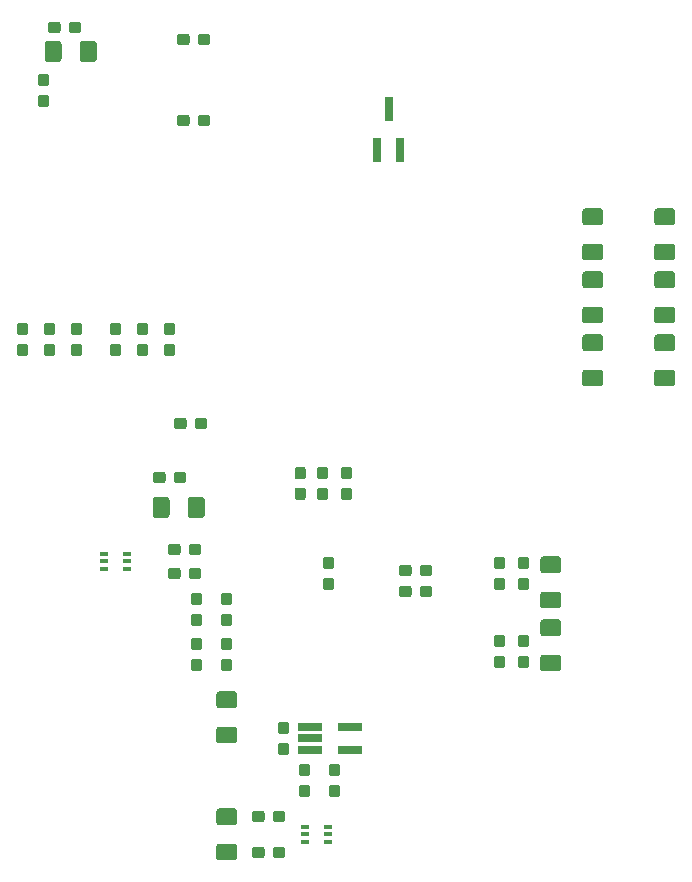
<source format=gbr>
G04 #@! TF.GenerationSoftware,KiCad,Pcbnew,5.0.2-bee76a0~70~ubuntu18.04.1*
G04 #@! TF.CreationDate,2020-04-22T18:31:07+02:00*
G04 #@! TF.ProjectId,Energy_Meter,456e6572-6779-45f4-9d65-7465722e6b69,rev?*
G04 #@! TF.SameCoordinates,Original*
G04 #@! TF.FileFunction,Paste,Bot*
G04 #@! TF.FilePolarity,Positive*
%FSLAX46Y46*%
G04 Gerber Fmt 4.6, Leading zero omitted, Abs format (unit mm)*
G04 Created by KiCad (PCBNEW 5.0.2-bee76a0~70~ubuntu18.04.1) date mer. 22 avril 2020 18:31:07 CEST*
%MOMM*%
%LPD*%
G01*
G04 APERTURE LIST*
%ADD10R,2.000000X0.650000*%
%ADD11R,0.700000X2.000000*%
%ADD12C,0.100000*%
%ADD13C,0.950000*%
%ADD14C,1.425000*%
%ADD15R,0.650000X0.400000*%
G04 APERTURE END LIST*
D10*
G04 #@! TO.C,U1*
X198061000Y-160462000D03*
X198061000Y-159512000D03*
X198061000Y-158562000D03*
X201481000Y-158562000D03*
X201481000Y-160462000D03*
G04 #@! TD*
D11*
G04 #@! TO.C,Q4*
X205674000Y-109650000D03*
X203774000Y-109650000D03*
X204724000Y-106250000D03*
G04 #@! TD*
D12*
G04 #@! TO.C,C17*
G36*
X178477779Y-98840144D02*
X178500834Y-98843563D01*
X178523443Y-98849227D01*
X178545387Y-98857079D01*
X178566457Y-98867044D01*
X178586448Y-98879026D01*
X178605168Y-98892910D01*
X178622438Y-98908562D01*
X178638090Y-98925832D01*
X178651974Y-98944552D01*
X178663956Y-98964543D01*
X178673921Y-98985613D01*
X178681773Y-99007557D01*
X178687437Y-99030166D01*
X178690856Y-99053221D01*
X178692000Y-99076500D01*
X178692000Y-99551500D01*
X178690856Y-99574779D01*
X178687437Y-99597834D01*
X178681773Y-99620443D01*
X178673921Y-99642387D01*
X178663956Y-99663457D01*
X178651974Y-99683448D01*
X178638090Y-99702168D01*
X178622438Y-99719438D01*
X178605168Y-99735090D01*
X178586448Y-99748974D01*
X178566457Y-99760956D01*
X178545387Y-99770921D01*
X178523443Y-99778773D01*
X178500834Y-99784437D01*
X178477779Y-99787856D01*
X178454500Y-99789000D01*
X177879500Y-99789000D01*
X177856221Y-99787856D01*
X177833166Y-99784437D01*
X177810557Y-99778773D01*
X177788613Y-99770921D01*
X177767543Y-99760956D01*
X177747552Y-99748974D01*
X177728832Y-99735090D01*
X177711562Y-99719438D01*
X177695910Y-99702168D01*
X177682026Y-99683448D01*
X177670044Y-99663457D01*
X177660079Y-99642387D01*
X177652227Y-99620443D01*
X177646563Y-99597834D01*
X177643144Y-99574779D01*
X177642000Y-99551500D01*
X177642000Y-99076500D01*
X177643144Y-99053221D01*
X177646563Y-99030166D01*
X177652227Y-99007557D01*
X177660079Y-98985613D01*
X177670044Y-98964543D01*
X177682026Y-98944552D01*
X177695910Y-98925832D01*
X177711562Y-98908562D01*
X177728832Y-98892910D01*
X177747552Y-98879026D01*
X177767543Y-98867044D01*
X177788613Y-98857079D01*
X177810557Y-98849227D01*
X177833166Y-98843563D01*
X177856221Y-98840144D01*
X177879500Y-98839000D01*
X178454500Y-98839000D01*
X178477779Y-98840144D01*
X178477779Y-98840144D01*
G37*
D13*
X178167000Y-99314000D03*
D12*
G36*
X176727779Y-98840144D02*
X176750834Y-98843563D01*
X176773443Y-98849227D01*
X176795387Y-98857079D01*
X176816457Y-98867044D01*
X176836448Y-98879026D01*
X176855168Y-98892910D01*
X176872438Y-98908562D01*
X176888090Y-98925832D01*
X176901974Y-98944552D01*
X176913956Y-98964543D01*
X176923921Y-98985613D01*
X176931773Y-99007557D01*
X176937437Y-99030166D01*
X176940856Y-99053221D01*
X176942000Y-99076500D01*
X176942000Y-99551500D01*
X176940856Y-99574779D01*
X176937437Y-99597834D01*
X176931773Y-99620443D01*
X176923921Y-99642387D01*
X176913956Y-99663457D01*
X176901974Y-99683448D01*
X176888090Y-99702168D01*
X176872438Y-99719438D01*
X176855168Y-99735090D01*
X176836448Y-99748974D01*
X176816457Y-99760956D01*
X176795387Y-99770921D01*
X176773443Y-99778773D01*
X176750834Y-99784437D01*
X176727779Y-99787856D01*
X176704500Y-99789000D01*
X176129500Y-99789000D01*
X176106221Y-99787856D01*
X176083166Y-99784437D01*
X176060557Y-99778773D01*
X176038613Y-99770921D01*
X176017543Y-99760956D01*
X175997552Y-99748974D01*
X175978832Y-99735090D01*
X175961562Y-99719438D01*
X175945910Y-99702168D01*
X175932026Y-99683448D01*
X175920044Y-99663457D01*
X175910079Y-99642387D01*
X175902227Y-99620443D01*
X175896563Y-99597834D01*
X175893144Y-99574779D01*
X175892000Y-99551500D01*
X175892000Y-99076500D01*
X175893144Y-99053221D01*
X175896563Y-99030166D01*
X175902227Y-99007557D01*
X175910079Y-98985613D01*
X175920044Y-98964543D01*
X175932026Y-98944552D01*
X175945910Y-98925832D01*
X175961562Y-98908562D01*
X175978832Y-98892910D01*
X175997552Y-98879026D01*
X176017543Y-98867044D01*
X176038613Y-98857079D01*
X176060557Y-98849227D01*
X176083166Y-98843563D01*
X176106221Y-98840144D01*
X176129500Y-98839000D01*
X176704500Y-98839000D01*
X176727779Y-98840144D01*
X176727779Y-98840144D01*
G37*
D13*
X176417000Y-99314000D03*
G04 #@! TD*
D12*
G04 #@! TO.C,C2*
G36*
X186887779Y-145068144D02*
X186910834Y-145071563D01*
X186933443Y-145077227D01*
X186955387Y-145085079D01*
X186976457Y-145095044D01*
X186996448Y-145107026D01*
X187015168Y-145120910D01*
X187032438Y-145136562D01*
X187048090Y-145153832D01*
X187061974Y-145172552D01*
X187073956Y-145192543D01*
X187083921Y-145213613D01*
X187091773Y-145235557D01*
X187097437Y-145258166D01*
X187100856Y-145281221D01*
X187102000Y-145304500D01*
X187102000Y-145779500D01*
X187100856Y-145802779D01*
X187097437Y-145825834D01*
X187091773Y-145848443D01*
X187083921Y-145870387D01*
X187073956Y-145891457D01*
X187061974Y-145911448D01*
X187048090Y-145930168D01*
X187032438Y-145947438D01*
X187015168Y-145963090D01*
X186996448Y-145976974D01*
X186976457Y-145988956D01*
X186955387Y-145998921D01*
X186933443Y-146006773D01*
X186910834Y-146012437D01*
X186887779Y-146015856D01*
X186864500Y-146017000D01*
X186289500Y-146017000D01*
X186266221Y-146015856D01*
X186243166Y-146012437D01*
X186220557Y-146006773D01*
X186198613Y-145998921D01*
X186177543Y-145988956D01*
X186157552Y-145976974D01*
X186138832Y-145963090D01*
X186121562Y-145947438D01*
X186105910Y-145930168D01*
X186092026Y-145911448D01*
X186080044Y-145891457D01*
X186070079Y-145870387D01*
X186062227Y-145848443D01*
X186056563Y-145825834D01*
X186053144Y-145802779D01*
X186052000Y-145779500D01*
X186052000Y-145304500D01*
X186053144Y-145281221D01*
X186056563Y-145258166D01*
X186062227Y-145235557D01*
X186070079Y-145213613D01*
X186080044Y-145192543D01*
X186092026Y-145172552D01*
X186105910Y-145153832D01*
X186121562Y-145136562D01*
X186138832Y-145120910D01*
X186157552Y-145107026D01*
X186177543Y-145095044D01*
X186198613Y-145085079D01*
X186220557Y-145077227D01*
X186243166Y-145071563D01*
X186266221Y-145068144D01*
X186289500Y-145067000D01*
X186864500Y-145067000D01*
X186887779Y-145068144D01*
X186887779Y-145068144D01*
G37*
D13*
X186577000Y-145542000D03*
D12*
G36*
X188637779Y-145068144D02*
X188660834Y-145071563D01*
X188683443Y-145077227D01*
X188705387Y-145085079D01*
X188726457Y-145095044D01*
X188746448Y-145107026D01*
X188765168Y-145120910D01*
X188782438Y-145136562D01*
X188798090Y-145153832D01*
X188811974Y-145172552D01*
X188823956Y-145192543D01*
X188833921Y-145213613D01*
X188841773Y-145235557D01*
X188847437Y-145258166D01*
X188850856Y-145281221D01*
X188852000Y-145304500D01*
X188852000Y-145779500D01*
X188850856Y-145802779D01*
X188847437Y-145825834D01*
X188841773Y-145848443D01*
X188833921Y-145870387D01*
X188823956Y-145891457D01*
X188811974Y-145911448D01*
X188798090Y-145930168D01*
X188782438Y-145947438D01*
X188765168Y-145963090D01*
X188746448Y-145976974D01*
X188726457Y-145988956D01*
X188705387Y-145998921D01*
X188683443Y-146006773D01*
X188660834Y-146012437D01*
X188637779Y-146015856D01*
X188614500Y-146017000D01*
X188039500Y-146017000D01*
X188016221Y-146015856D01*
X187993166Y-146012437D01*
X187970557Y-146006773D01*
X187948613Y-145998921D01*
X187927543Y-145988956D01*
X187907552Y-145976974D01*
X187888832Y-145963090D01*
X187871562Y-145947438D01*
X187855910Y-145930168D01*
X187842026Y-145911448D01*
X187830044Y-145891457D01*
X187820079Y-145870387D01*
X187812227Y-145848443D01*
X187806563Y-145825834D01*
X187803144Y-145802779D01*
X187802000Y-145779500D01*
X187802000Y-145304500D01*
X187803144Y-145281221D01*
X187806563Y-145258166D01*
X187812227Y-145235557D01*
X187820079Y-145213613D01*
X187830044Y-145192543D01*
X187842026Y-145172552D01*
X187855910Y-145153832D01*
X187871562Y-145136562D01*
X187888832Y-145120910D01*
X187907552Y-145107026D01*
X187927543Y-145095044D01*
X187948613Y-145085079D01*
X187970557Y-145077227D01*
X187993166Y-145071563D01*
X188016221Y-145068144D01*
X188039500Y-145067000D01*
X188614500Y-145067000D01*
X188637779Y-145068144D01*
X188637779Y-145068144D01*
G37*
D13*
X188327000Y-145542000D03*
G04 #@! TD*
D12*
G04 #@! TO.C,C3*
G36*
X186887779Y-143036144D02*
X186910834Y-143039563D01*
X186933443Y-143045227D01*
X186955387Y-143053079D01*
X186976457Y-143063044D01*
X186996448Y-143075026D01*
X187015168Y-143088910D01*
X187032438Y-143104562D01*
X187048090Y-143121832D01*
X187061974Y-143140552D01*
X187073956Y-143160543D01*
X187083921Y-143181613D01*
X187091773Y-143203557D01*
X187097437Y-143226166D01*
X187100856Y-143249221D01*
X187102000Y-143272500D01*
X187102000Y-143747500D01*
X187100856Y-143770779D01*
X187097437Y-143793834D01*
X187091773Y-143816443D01*
X187083921Y-143838387D01*
X187073956Y-143859457D01*
X187061974Y-143879448D01*
X187048090Y-143898168D01*
X187032438Y-143915438D01*
X187015168Y-143931090D01*
X186996448Y-143944974D01*
X186976457Y-143956956D01*
X186955387Y-143966921D01*
X186933443Y-143974773D01*
X186910834Y-143980437D01*
X186887779Y-143983856D01*
X186864500Y-143985000D01*
X186289500Y-143985000D01*
X186266221Y-143983856D01*
X186243166Y-143980437D01*
X186220557Y-143974773D01*
X186198613Y-143966921D01*
X186177543Y-143956956D01*
X186157552Y-143944974D01*
X186138832Y-143931090D01*
X186121562Y-143915438D01*
X186105910Y-143898168D01*
X186092026Y-143879448D01*
X186080044Y-143859457D01*
X186070079Y-143838387D01*
X186062227Y-143816443D01*
X186056563Y-143793834D01*
X186053144Y-143770779D01*
X186052000Y-143747500D01*
X186052000Y-143272500D01*
X186053144Y-143249221D01*
X186056563Y-143226166D01*
X186062227Y-143203557D01*
X186070079Y-143181613D01*
X186080044Y-143160543D01*
X186092026Y-143140552D01*
X186105910Y-143121832D01*
X186121562Y-143104562D01*
X186138832Y-143088910D01*
X186157552Y-143075026D01*
X186177543Y-143063044D01*
X186198613Y-143053079D01*
X186220557Y-143045227D01*
X186243166Y-143039563D01*
X186266221Y-143036144D01*
X186289500Y-143035000D01*
X186864500Y-143035000D01*
X186887779Y-143036144D01*
X186887779Y-143036144D01*
G37*
D13*
X186577000Y-143510000D03*
D12*
G36*
X188637779Y-143036144D02*
X188660834Y-143039563D01*
X188683443Y-143045227D01*
X188705387Y-143053079D01*
X188726457Y-143063044D01*
X188746448Y-143075026D01*
X188765168Y-143088910D01*
X188782438Y-143104562D01*
X188798090Y-143121832D01*
X188811974Y-143140552D01*
X188823956Y-143160543D01*
X188833921Y-143181613D01*
X188841773Y-143203557D01*
X188847437Y-143226166D01*
X188850856Y-143249221D01*
X188852000Y-143272500D01*
X188852000Y-143747500D01*
X188850856Y-143770779D01*
X188847437Y-143793834D01*
X188841773Y-143816443D01*
X188833921Y-143838387D01*
X188823956Y-143859457D01*
X188811974Y-143879448D01*
X188798090Y-143898168D01*
X188782438Y-143915438D01*
X188765168Y-143931090D01*
X188746448Y-143944974D01*
X188726457Y-143956956D01*
X188705387Y-143966921D01*
X188683443Y-143974773D01*
X188660834Y-143980437D01*
X188637779Y-143983856D01*
X188614500Y-143985000D01*
X188039500Y-143985000D01*
X188016221Y-143983856D01*
X187993166Y-143980437D01*
X187970557Y-143974773D01*
X187948613Y-143966921D01*
X187927543Y-143956956D01*
X187907552Y-143944974D01*
X187888832Y-143931090D01*
X187871562Y-143915438D01*
X187855910Y-143898168D01*
X187842026Y-143879448D01*
X187830044Y-143859457D01*
X187820079Y-143838387D01*
X187812227Y-143816443D01*
X187806563Y-143793834D01*
X187803144Y-143770779D01*
X187802000Y-143747500D01*
X187802000Y-143272500D01*
X187803144Y-143249221D01*
X187806563Y-143226166D01*
X187812227Y-143203557D01*
X187820079Y-143181613D01*
X187830044Y-143160543D01*
X187842026Y-143140552D01*
X187855910Y-143121832D01*
X187871562Y-143104562D01*
X187888832Y-143088910D01*
X187907552Y-143075026D01*
X187927543Y-143063044D01*
X187948613Y-143053079D01*
X187970557Y-143045227D01*
X187993166Y-143039563D01*
X188016221Y-143036144D01*
X188039500Y-143035000D01*
X188614500Y-143035000D01*
X188637779Y-143036144D01*
X188637779Y-143036144D01*
G37*
D13*
X188327000Y-143510000D03*
G04 #@! TD*
D12*
G04 #@! TO.C,C4*
G36*
X214382779Y-150747144D02*
X214405834Y-150750563D01*
X214428443Y-150756227D01*
X214450387Y-150764079D01*
X214471457Y-150774044D01*
X214491448Y-150786026D01*
X214510168Y-150799910D01*
X214527438Y-150815562D01*
X214543090Y-150832832D01*
X214556974Y-150851552D01*
X214568956Y-150871543D01*
X214578921Y-150892613D01*
X214586773Y-150914557D01*
X214592437Y-150937166D01*
X214595856Y-150960221D01*
X214597000Y-150983500D01*
X214597000Y-151558500D01*
X214595856Y-151581779D01*
X214592437Y-151604834D01*
X214586773Y-151627443D01*
X214578921Y-151649387D01*
X214568956Y-151670457D01*
X214556974Y-151690448D01*
X214543090Y-151709168D01*
X214527438Y-151726438D01*
X214510168Y-151742090D01*
X214491448Y-151755974D01*
X214471457Y-151767956D01*
X214450387Y-151777921D01*
X214428443Y-151785773D01*
X214405834Y-151791437D01*
X214382779Y-151794856D01*
X214359500Y-151796000D01*
X213884500Y-151796000D01*
X213861221Y-151794856D01*
X213838166Y-151791437D01*
X213815557Y-151785773D01*
X213793613Y-151777921D01*
X213772543Y-151767956D01*
X213752552Y-151755974D01*
X213733832Y-151742090D01*
X213716562Y-151726438D01*
X213700910Y-151709168D01*
X213687026Y-151690448D01*
X213675044Y-151670457D01*
X213665079Y-151649387D01*
X213657227Y-151627443D01*
X213651563Y-151604834D01*
X213648144Y-151581779D01*
X213647000Y-151558500D01*
X213647000Y-150983500D01*
X213648144Y-150960221D01*
X213651563Y-150937166D01*
X213657227Y-150914557D01*
X213665079Y-150892613D01*
X213675044Y-150871543D01*
X213687026Y-150851552D01*
X213700910Y-150832832D01*
X213716562Y-150815562D01*
X213733832Y-150799910D01*
X213752552Y-150786026D01*
X213772543Y-150774044D01*
X213793613Y-150764079D01*
X213815557Y-150756227D01*
X213838166Y-150750563D01*
X213861221Y-150747144D01*
X213884500Y-150746000D01*
X214359500Y-150746000D01*
X214382779Y-150747144D01*
X214382779Y-150747144D01*
G37*
D13*
X214122000Y-151271000D03*
D12*
G36*
X214382779Y-152497144D02*
X214405834Y-152500563D01*
X214428443Y-152506227D01*
X214450387Y-152514079D01*
X214471457Y-152524044D01*
X214491448Y-152536026D01*
X214510168Y-152549910D01*
X214527438Y-152565562D01*
X214543090Y-152582832D01*
X214556974Y-152601552D01*
X214568956Y-152621543D01*
X214578921Y-152642613D01*
X214586773Y-152664557D01*
X214592437Y-152687166D01*
X214595856Y-152710221D01*
X214597000Y-152733500D01*
X214597000Y-153308500D01*
X214595856Y-153331779D01*
X214592437Y-153354834D01*
X214586773Y-153377443D01*
X214578921Y-153399387D01*
X214568956Y-153420457D01*
X214556974Y-153440448D01*
X214543090Y-153459168D01*
X214527438Y-153476438D01*
X214510168Y-153492090D01*
X214491448Y-153505974D01*
X214471457Y-153517956D01*
X214450387Y-153527921D01*
X214428443Y-153535773D01*
X214405834Y-153541437D01*
X214382779Y-153544856D01*
X214359500Y-153546000D01*
X213884500Y-153546000D01*
X213861221Y-153544856D01*
X213838166Y-153541437D01*
X213815557Y-153535773D01*
X213793613Y-153527921D01*
X213772543Y-153517956D01*
X213752552Y-153505974D01*
X213733832Y-153492090D01*
X213716562Y-153476438D01*
X213700910Y-153459168D01*
X213687026Y-153440448D01*
X213675044Y-153420457D01*
X213665079Y-153399387D01*
X213657227Y-153377443D01*
X213651563Y-153354834D01*
X213648144Y-153331779D01*
X213647000Y-153308500D01*
X213647000Y-152733500D01*
X213648144Y-152710221D01*
X213651563Y-152687166D01*
X213657227Y-152664557D01*
X213665079Y-152642613D01*
X213675044Y-152621543D01*
X213687026Y-152601552D01*
X213700910Y-152582832D01*
X213716562Y-152565562D01*
X213733832Y-152549910D01*
X213752552Y-152536026D01*
X213772543Y-152524044D01*
X213793613Y-152514079D01*
X213815557Y-152506227D01*
X213838166Y-152500563D01*
X213861221Y-152497144D01*
X213884500Y-152496000D01*
X214359500Y-152496000D01*
X214382779Y-152497144D01*
X214382779Y-152497144D01*
G37*
D13*
X214122000Y-153021000D03*
G04 #@! TD*
D12*
G04 #@! TO.C,C5*
G36*
X214382779Y-144143144D02*
X214405834Y-144146563D01*
X214428443Y-144152227D01*
X214450387Y-144160079D01*
X214471457Y-144170044D01*
X214491448Y-144182026D01*
X214510168Y-144195910D01*
X214527438Y-144211562D01*
X214543090Y-144228832D01*
X214556974Y-144247552D01*
X214568956Y-144267543D01*
X214578921Y-144288613D01*
X214586773Y-144310557D01*
X214592437Y-144333166D01*
X214595856Y-144356221D01*
X214597000Y-144379500D01*
X214597000Y-144954500D01*
X214595856Y-144977779D01*
X214592437Y-145000834D01*
X214586773Y-145023443D01*
X214578921Y-145045387D01*
X214568956Y-145066457D01*
X214556974Y-145086448D01*
X214543090Y-145105168D01*
X214527438Y-145122438D01*
X214510168Y-145138090D01*
X214491448Y-145151974D01*
X214471457Y-145163956D01*
X214450387Y-145173921D01*
X214428443Y-145181773D01*
X214405834Y-145187437D01*
X214382779Y-145190856D01*
X214359500Y-145192000D01*
X213884500Y-145192000D01*
X213861221Y-145190856D01*
X213838166Y-145187437D01*
X213815557Y-145181773D01*
X213793613Y-145173921D01*
X213772543Y-145163956D01*
X213752552Y-145151974D01*
X213733832Y-145138090D01*
X213716562Y-145122438D01*
X213700910Y-145105168D01*
X213687026Y-145086448D01*
X213675044Y-145066457D01*
X213665079Y-145045387D01*
X213657227Y-145023443D01*
X213651563Y-145000834D01*
X213648144Y-144977779D01*
X213647000Y-144954500D01*
X213647000Y-144379500D01*
X213648144Y-144356221D01*
X213651563Y-144333166D01*
X213657227Y-144310557D01*
X213665079Y-144288613D01*
X213675044Y-144267543D01*
X213687026Y-144247552D01*
X213700910Y-144228832D01*
X213716562Y-144211562D01*
X213733832Y-144195910D01*
X213752552Y-144182026D01*
X213772543Y-144170044D01*
X213793613Y-144160079D01*
X213815557Y-144152227D01*
X213838166Y-144146563D01*
X213861221Y-144143144D01*
X213884500Y-144142000D01*
X214359500Y-144142000D01*
X214382779Y-144143144D01*
X214382779Y-144143144D01*
G37*
D13*
X214122000Y-144667000D03*
D12*
G36*
X214382779Y-145893144D02*
X214405834Y-145896563D01*
X214428443Y-145902227D01*
X214450387Y-145910079D01*
X214471457Y-145920044D01*
X214491448Y-145932026D01*
X214510168Y-145945910D01*
X214527438Y-145961562D01*
X214543090Y-145978832D01*
X214556974Y-145997552D01*
X214568956Y-146017543D01*
X214578921Y-146038613D01*
X214586773Y-146060557D01*
X214592437Y-146083166D01*
X214595856Y-146106221D01*
X214597000Y-146129500D01*
X214597000Y-146704500D01*
X214595856Y-146727779D01*
X214592437Y-146750834D01*
X214586773Y-146773443D01*
X214578921Y-146795387D01*
X214568956Y-146816457D01*
X214556974Y-146836448D01*
X214543090Y-146855168D01*
X214527438Y-146872438D01*
X214510168Y-146888090D01*
X214491448Y-146901974D01*
X214471457Y-146913956D01*
X214450387Y-146923921D01*
X214428443Y-146931773D01*
X214405834Y-146937437D01*
X214382779Y-146940856D01*
X214359500Y-146942000D01*
X213884500Y-146942000D01*
X213861221Y-146940856D01*
X213838166Y-146937437D01*
X213815557Y-146931773D01*
X213793613Y-146923921D01*
X213772543Y-146913956D01*
X213752552Y-146901974D01*
X213733832Y-146888090D01*
X213716562Y-146872438D01*
X213700910Y-146855168D01*
X213687026Y-146836448D01*
X213675044Y-146816457D01*
X213665079Y-146795387D01*
X213657227Y-146773443D01*
X213651563Y-146750834D01*
X213648144Y-146727779D01*
X213647000Y-146704500D01*
X213647000Y-146129500D01*
X213648144Y-146106221D01*
X213651563Y-146083166D01*
X213657227Y-146060557D01*
X213665079Y-146038613D01*
X213675044Y-146017543D01*
X213687026Y-145997552D01*
X213700910Y-145978832D01*
X213716562Y-145961562D01*
X213733832Y-145945910D01*
X213752552Y-145932026D01*
X213772543Y-145920044D01*
X213793613Y-145910079D01*
X213815557Y-145902227D01*
X213838166Y-145896563D01*
X213861221Y-145893144D01*
X213884500Y-145892000D01*
X214359500Y-145892000D01*
X214382779Y-145893144D01*
X214382779Y-145893144D01*
G37*
D13*
X214122000Y-146417000D03*
G04 #@! TD*
D12*
G04 #@! TO.C,C10*
G36*
X199904779Y-145893144D02*
X199927834Y-145896563D01*
X199950443Y-145902227D01*
X199972387Y-145910079D01*
X199993457Y-145920044D01*
X200013448Y-145932026D01*
X200032168Y-145945910D01*
X200049438Y-145961562D01*
X200065090Y-145978832D01*
X200078974Y-145997552D01*
X200090956Y-146017543D01*
X200100921Y-146038613D01*
X200108773Y-146060557D01*
X200114437Y-146083166D01*
X200117856Y-146106221D01*
X200119000Y-146129500D01*
X200119000Y-146704500D01*
X200117856Y-146727779D01*
X200114437Y-146750834D01*
X200108773Y-146773443D01*
X200100921Y-146795387D01*
X200090956Y-146816457D01*
X200078974Y-146836448D01*
X200065090Y-146855168D01*
X200049438Y-146872438D01*
X200032168Y-146888090D01*
X200013448Y-146901974D01*
X199993457Y-146913956D01*
X199972387Y-146923921D01*
X199950443Y-146931773D01*
X199927834Y-146937437D01*
X199904779Y-146940856D01*
X199881500Y-146942000D01*
X199406500Y-146942000D01*
X199383221Y-146940856D01*
X199360166Y-146937437D01*
X199337557Y-146931773D01*
X199315613Y-146923921D01*
X199294543Y-146913956D01*
X199274552Y-146901974D01*
X199255832Y-146888090D01*
X199238562Y-146872438D01*
X199222910Y-146855168D01*
X199209026Y-146836448D01*
X199197044Y-146816457D01*
X199187079Y-146795387D01*
X199179227Y-146773443D01*
X199173563Y-146750834D01*
X199170144Y-146727779D01*
X199169000Y-146704500D01*
X199169000Y-146129500D01*
X199170144Y-146106221D01*
X199173563Y-146083166D01*
X199179227Y-146060557D01*
X199187079Y-146038613D01*
X199197044Y-146017543D01*
X199209026Y-145997552D01*
X199222910Y-145978832D01*
X199238562Y-145961562D01*
X199255832Y-145945910D01*
X199274552Y-145932026D01*
X199294543Y-145920044D01*
X199315613Y-145910079D01*
X199337557Y-145902227D01*
X199360166Y-145896563D01*
X199383221Y-145893144D01*
X199406500Y-145892000D01*
X199881500Y-145892000D01*
X199904779Y-145893144D01*
X199904779Y-145893144D01*
G37*
D13*
X199644000Y-146417000D03*
D12*
G36*
X199904779Y-144143144D02*
X199927834Y-144146563D01*
X199950443Y-144152227D01*
X199972387Y-144160079D01*
X199993457Y-144170044D01*
X200013448Y-144182026D01*
X200032168Y-144195910D01*
X200049438Y-144211562D01*
X200065090Y-144228832D01*
X200078974Y-144247552D01*
X200090956Y-144267543D01*
X200100921Y-144288613D01*
X200108773Y-144310557D01*
X200114437Y-144333166D01*
X200117856Y-144356221D01*
X200119000Y-144379500D01*
X200119000Y-144954500D01*
X200117856Y-144977779D01*
X200114437Y-145000834D01*
X200108773Y-145023443D01*
X200100921Y-145045387D01*
X200090956Y-145066457D01*
X200078974Y-145086448D01*
X200065090Y-145105168D01*
X200049438Y-145122438D01*
X200032168Y-145138090D01*
X200013448Y-145151974D01*
X199993457Y-145163956D01*
X199972387Y-145173921D01*
X199950443Y-145181773D01*
X199927834Y-145187437D01*
X199904779Y-145190856D01*
X199881500Y-145192000D01*
X199406500Y-145192000D01*
X199383221Y-145190856D01*
X199360166Y-145187437D01*
X199337557Y-145181773D01*
X199315613Y-145173921D01*
X199294543Y-145163956D01*
X199274552Y-145151974D01*
X199255832Y-145138090D01*
X199238562Y-145122438D01*
X199222910Y-145105168D01*
X199209026Y-145086448D01*
X199197044Y-145066457D01*
X199187079Y-145045387D01*
X199179227Y-145023443D01*
X199173563Y-145000834D01*
X199170144Y-144977779D01*
X199169000Y-144954500D01*
X199169000Y-144379500D01*
X199170144Y-144356221D01*
X199173563Y-144333166D01*
X199179227Y-144310557D01*
X199187079Y-144288613D01*
X199197044Y-144267543D01*
X199209026Y-144247552D01*
X199222910Y-144228832D01*
X199238562Y-144211562D01*
X199255832Y-144195910D01*
X199274552Y-144182026D01*
X199294543Y-144170044D01*
X199315613Y-144160079D01*
X199337557Y-144152227D01*
X199360166Y-144146563D01*
X199383221Y-144143144D01*
X199406500Y-144142000D01*
X199881500Y-144142000D01*
X199904779Y-144143144D01*
X199904779Y-144143144D01*
G37*
D13*
X199644000Y-144667000D03*
G04 #@! TD*
D12*
G04 #@! TO.C,C16*
G36*
X179774504Y-100472204D02*
X179798773Y-100475804D01*
X179822571Y-100481765D01*
X179845671Y-100490030D01*
X179867849Y-100500520D01*
X179888893Y-100513133D01*
X179908598Y-100527747D01*
X179926777Y-100544223D01*
X179943253Y-100562402D01*
X179957867Y-100582107D01*
X179970480Y-100603151D01*
X179980970Y-100625329D01*
X179989235Y-100648429D01*
X179995196Y-100672227D01*
X179998796Y-100696496D01*
X180000000Y-100721000D01*
X180000000Y-101971000D01*
X179998796Y-101995504D01*
X179995196Y-102019773D01*
X179989235Y-102043571D01*
X179980970Y-102066671D01*
X179970480Y-102088849D01*
X179957867Y-102109893D01*
X179943253Y-102129598D01*
X179926777Y-102147777D01*
X179908598Y-102164253D01*
X179888893Y-102178867D01*
X179867849Y-102191480D01*
X179845671Y-102201970D01*
X179822571Y-102210235D01*
X179798773Y-102216196D01*
X179774504Y-102219796D01*
X179750000Y-102221000D01*
X178825000Y-102221000D01*
X178800496Y-102219796D01*
X178776227Y-102216196D01*
X178752429Y-102210235D01*
X178729329Y-102201970D01*
X178707151Y-102191480D01*
X178686107Y-102178867D01*
X178666402Y-102164253D01*
X178648223Y-102147777D01*
X178631747Y-102129598D01*
X178617133Y-102109893D01*
X178604520Y-102088849D01*
X178594030Y-102066671D01*
X178585765Y-102043571D01*
X178579804Y-102019773D01*
X178576204Y-101995504D01*
X178575000Y-101971000D01*
X178575000Y-100721000D01*
X178576204Y-100696496D01*
X178579804Y-100672227D01*
X178585765Y-100648429D01*
X178594030Y-100625329D01*
X178604520Y-100603151D01*
X178617133Y-100582107D01*
X178631747Y-100562402D01*
X178648223Y-100544223D01*
X178666402Y-100527747D01*
X178686107Y-100513133D01*
X178707151Y-100500520D01*
X178729329Y-100490030D01*
X178752429Y-100481765D01*
X178776227Y-100475804D01*
X178800496Y-100472204D01*
X178825000Y-100471000D01*
X179750000Y-100471000D01*
X179774504Y-100472204D01*
X179774504Y-100472204D01*
G37*
D14*
X179287500Y-101346000D03*
D12*
G36*
X176799504Y-100472204D02*
X176823773Y-100475804D01*
X176847571Y-100481765D01*
X176870671Y-100490030D01*
X176892849Y-100500520D01*
X176913893Y-100513133D01*
X176933598Y-100527747D01*
X176951777Y-100544223D01*
X176968253Y-100562402D01*
X176982867Y-100582107D01*
X176995480Y-100603151D01*
X177005970Y-100625329D01*
X177014235Y-100648429D01*
X177020196Y-100672227D01*
X177023796Y-100696496D01*
X177025000Y-100721000D01*
X177025000Y-101971000D01*
X177023796Y-101995504D01*
X177020196Y-102019773D01*
X177014235Y-102043571D01*
X177005970Y-102066671D01*
X176995480Y-102088849D01*
X176982867Y-102109893D01*
X176968253Y-102129598D01*
X176951777Y-102147777D01*
X176933598Y-102164253D01*
X176913893Y-102178867D01*
X176892849Y-102191480D01*
X176870671Y-102201970D01*
X176847571Y-102210235D01*
X176823773Y-102216196D01*
X176799504Y-102219796D01*
X176775000Y-102221000D01*
X175850000Y-102221000D01*
X175825496Y-102219796D01*
X175801227Y-102216196D01*
X175777429Y-102210235D01*
X175754329Y-102201970D01*
X175732151Y-102191480D01*
X175711107Y-102178867D01*
X175691402Y-102164253D01*
X175673223Y-102147777D01*
X175656747Y-102129598D01*
X175642133Y-102109893D01*
X175629520Y-102088849D01*
X175619030Y-102066671D01*
X175610765Y-102043571D01*
X175604804Y-102019773D01*
X175601204Y-101995504D01*
X175600000Y-101971000D01*
X175600000Y-100721000D01*
X175601204Y-100696496D01*
X175604804Y-100672227D01*
X175610765Y-100648429D01*
X175619030Y-100625329D01*
X175629520Y-100603151D01*
X175642133Y-100582107D01*
X175656747Y-100562402D01*
X175673223Y-100544223D01*
X175691402Y-100527747D01*
X175711107Y-100513133D01*
X175732151Y-100500520D01*
X175754329Y-100490030D01*
X175777429Y-100481765D01*
X175801227Y-100475804D01*
X175825496Y-100472204D01*
X175850000Y-100471000D01*
X176775000Y-100471000D01*
X176799504Y-100472204D01*
X176799504Y-100472204D01*
G37*
D14*
X176312500Y-101346000D03*
G04 #@! TD*
D12*
G04 #@! TO.C,C18*
G36*
X185943504Y-139080204D02*
X185967773Y-139083804D01*
X185991571Y-139089765D01*
X186014671Y-139098030D01*
X186036849Y-139108520D01*
X186057893Y-139121133D01*
X186077598Y-139135747D01*
X186095777Y-139152223D01*
X186112253Y-139170402D01*
X186126867Y-139190107D01*
X186139480Y-139211151D01*
X186149970Y-139233329D01*
X186158235Y-139256429D01*
X186164196Y-139280227D01*
X186167796Y-139304496D01*
X186169000Y-139329000D01*
X186169000Y-140579000D01*
X186167796Y-140603504D01*
X186164196Y-140627773D01*
X186158235Y-140651571D01*
X186149970Y-140674671D01*
X186139480Y-140696849D01*
X186126867Y-140717893D01*
X186112253Y-140737598D01*
X186095777Y-140755777D01*
X186077598Y-140772253D01*
X186057893Y-140786867D01*
X186036849Y-140799480D01*
X186014671Y-140809970D01*
X185991571Y-140818235D01*
X185967773Y-140824196D01*
X185943504Y-140827796D01*
X185919000Y-140829000D01*
X184994000Y-140829000D01*
X184969496Y-140827796D01*
X184945227Y-140824196D01*
X184921429Y-140818235D01*
X184898329Y-140809970D01*
X184876151Y-140799480D01*
X184855107Y-140786867D01*
X184835402Y-140772253D01*
X184817223Y-140755777D01*
X184800747Y-140737598D01*
X184786133Y-140717893D01*
X184773520Y-140696849D01*
X184763030Y-140674671D01*
X184754765Y-140651571D01*
X184748804Y-140627773D01*
X184745204Y-140603504D01*
X184744000Y-140579000D01*
X184744000Y-139329000D01*
X184745204Y-139304496D01*
X184748804Y-139280227D01*
X184754765Y-139256429D01*
X184763030Y-139233329D01*
X184773520Y-139211151D01*
X184786133Y-139190107D01*
X184800747Y-139170402D01*
X184817223Y-139152223D01*
X184835402Y-139135747D01*
X184855107Y-139121133D01*
X184876151Y-139108520D01*
X184898329Y-139098030D01*
X184921429Y-139089765D01*
X184945227Y-139083804D01*
X184969496Y-139080204D01*
X184994000Y-139079000D01*
X185919000Y-139079000D01*
X185943504Y-139080204D01*
X185943504Y-139080204D01*
G37*
D14*
X185456500Y-139954000D03*
D12*
G36*
X188918504Y-139080204D02*
X188942773Y-139083804D01*
X188966571Y-139089765D01*
X188989671Y-139098030D01*
X189011849Y-139108520D01*
X189032893Y-139121133D01*
X189052598Y-139135747D01*
X189070777Y-139152223D01*
X189087253Y-139170402D01*
X189101867Y-139190107D01*
X189114480Y-139211151D01*
X189124970Y-139233329D01*
X189133235Y-139256429D01*
X189139196Y-139280227D01*
X189142796Y-139304496D01*
X189144000Y-139329000D01*
X189144000Y-140579000D01*
X189142796Y-140603504D01*
X189139196Y-140627773D01*
X189133235Y-140651571D01*
X189124970Y-140674671D01*
X189114480Y-140696849D01*
X189101867Y-140717893D01*
X189087253Y-140737598D01*
X189070777Y-140755777D01*
X189052598Y-140772253D01*
X189032893Y-140786867D01*
X189011849Y-140799480D01*
X188989671Y-140809970D01*
X188966571Y-140818235D01*
X188942773Y-140824196D01*
X188918504Y-140827796D01*
X188894000Y-140829000D01*
X187969000Y-140829000D01*
X187944496Y-140827796D01*
X187920227Y-140824196D01*
X187896429Y-140818235D01*
X187873329Y-140809970D01*
X187851151Y-140799480D01*
X187830107Y-140786867D01*
X187810402Y-140772253D01*
X187792223Y-140755777D01*
X187775747Y-140737598D01*
X187761133Y-140717893D01*
X187748520Y-140696849D01*
X187738030Y-140674671D01*
X187729765Y-140651571D01*
X187723804Y-140627773D01*
X187720204Y-140603504D01*
X187719000Y-140579000D01*
X187719000Y-139329000D01*
X187720204Y-139304496D01*
X187723804Y-139280227D01*
X187729765Y-139256429D01*
X187738030Y-139233329D01*
X187748520Y-139211151D01*
X187761133Y-139190107D01*
X187775747Y-139170402D01*
X187792223Y-139152223D01*
X187810402Y-139135747D01*
X187830107Y-139121133D01*
X187851151Y-139108520D01*
X187873329Y-139098030D01*
X187896429Y-139089765D01*
X187920227Y-139083804D01*
X187944496Y-139080204D01*
X187969000Y-139079000D01*
X188894000Y-139079000D01*
X188918504Y-139080204D01*
X188918504Y-139080204D01*
G37*
D14*
X188431500Y-139954000D03*
G04 #@! TD*
D12*
G04 #@! TO.C,C19*
G36*
X185617779Y-136940144D02*
X185640834Y-136943563D01*
X185663443Y-136949227D01*
X185685387Y-136957079D01*
X185706457Y-136967044D01*
X185726448Y-136979026D01*
X185745168Y-136992910D01*
X185762438Y-137008562D01*
X185778090Y-137025832D01*
X185791974Y-137044552D01*
X185803956Y-137064543D01*
X185813921Y-137085613D01*
X185821773Y-137107557D01*
X185827437Y-137130166D01*
X185830856Y-137153221D01*
X185832000Y-137176500D01*
X185832000Y-137651500D01*
X185830856Y-137674779D01*
X185827437Y-137697834D01*
X185821773Y-137720443D01*
X185813921Y-137742387D01*
X185803956Y-137763457D01*
X185791974Y-137783448D01*
X185778090Y-137802168D01*
X185762438Y-137819438D01*
X185745168Y-137835090D01*
X185726448Y-137848974D01*
X185706457Y-137860956D01*
X185685387Y-137870921D01*
X185663443Y-137878773D01*
X185640834Y-137884437D01*
X185617779Y-137887856D01*
X185594500Y-137889000D01*
X185019500Y-137889000D01*
X184996221Y-137887856D01*
X184973166Y-137884437D01*
X184950557Y-137878773D01*
X184928613Y-137870921D01*
X184907543Y-137860956D01*
X184887552Y-137848974D01*
X184868832Y-137835090D01*
X184851562Y-137819438D01*
X184835910Y-137802168D01*
X184822026Y-137783448D01*
X184810044Y-137763457D01*
X184800079Y-137742387D01*
X184792227Y-137720443D01*
X184786563Y-137697834D01*
X184783144Y-137674779D01*
X184782000Y-137651500D01*
X184782000Y-137176500D01*
X184783144Y-137153221D01*
X184786563Y-137130166D01*
X184792227Y-137107557D01*
X184800079Y-137085613D01*
X184810044Y-137064543D01*
X184822026Y-137044552D01*
X184835910Y-137025832D01*
X184851562Y-137008562D01*
X184868832Y-136992910D01*
X184887552Y-136979026D01*
X184907543Y-136967044D01*
X184928613Y-136957079D01*
X184950557Y-136949227D01*
X184973166Y-136943563D01*
X184996221Y-136940144D01*
X185019500Y-136939000D01*
X185594500Y-136939000D01*
X185617779Y-136940144D01*
X185617779Y-136940144D01*
G37*
D13*
X185307000Y-137414000D03*
D12*
G36*
X187367779Y-136940144D02*
X187390834Y-136943563D01*
X187413443Y-136949227D01*
X187435387Y-136957079D01*
X187456457Y-136967044D01*
X187476448Y-136979026D01*
X187495168Y-136992910D01*
X187512438Y-137008562D01*
X187528090Y-137025832D01*
X187541974Y-137044552D01*
X187553956Y-137064543D01*
X187563921Y-137085613D01*
X187571773Y-137107557D01*
X187577437Y-137130166D01*
X187580856Y-137153221D01*
X187582000Y-137176500D01*
X187582000Y-137651500D01*
X187580856Y-137674779D01*
X187577437Y-137697834D01*
X187571773Y-137720443D01*
X187563921Y-137742387D01*
X187553956Y-137763457D01*
X187541974Y-137783448D01*
X187528090Y-137802168D01*
X187512438Y-137819438D01*
X187495168Y-137835090D01*
X187476448Y-137848974D01*
X187456457Y-137860956D01*
X187435387Y-137870921D01*
X187413443Y-137878773D01*
X187390834Y-137884437D01*
X187367779Y-137887856D01*
X187344500Y-137889000D01*
X186769500Y-137889000D01*
X186746221Y-137887856D01*
X186723166Y-137884437D01*
X186700557Y-137878773D01*
X186678613Y-137870921D01*
X186657543Y-137860956D01*
X186637552Y-137848974D01*
X186618832Y-137835090D01*
X186601562Y-137819438D01*
X186585910Y-137802168D01*
X186572026Y-137783448D01*
X186560044Y-137763457D01*
X186550079Y-137742387D01*
X186542227Y-137720443D01*
X186536563Y-137697834D01*
X186533144Y-137674779D01*
X186532000Y-137651500D01*
X186532000Y-137176500D01*
X186533144Y-137153221D01*
X186536563Y-137130166D01*
X186542227Y-137107557D01*
X186550079Y-137085613D01*
X186560044Y-137064543D01*
X186572026Y-137044552D01*
X186585910Y-137025832D01*
X186601562Y-137008562D01*
X186618832Y-136992910D01*
X186637552Y-136979026D01*
X186657543Y-136967044D01*
X186678613Y-136957079D01*
X186700557Y-136949227D01*
X186723166Y-136943563D01*
X186746221Y-136940144D01*
X186769500Y-136939000D01*
X187344500Y-136939000D01*
X187367779Y-136940144D01*
X187367779Y-136940144D01*
G37*
D13*
X187057000Y-137414000D03*
G04 #@! TD*
D12*
G04 #@! TO.C,C20*
G36*
X184156779Y-126081144D02*
X184179834Y-126084563D01*
X184202443Y-126090227D01*
X184224387Y-126098079D01*
X184245457Y-126108044D01*
X184265448Y-126120026D01*
X184284168Y-126133910D01*
X184301438Y-126149562D01*
X184317090Y-126166832D01*
X184330974Y-126185552D01*
X184342956Y-126205543D01*
X184352921Y-126226613D01*
X184360773Y-126248557D01*
X184366437Y-126271166D01*
X184369856Y-126294221D01*
X184371000Y-126317500D01*
X184371000Y-126892500D01*
X184369856Y-126915779D01*
X184366437Y-126938834D01*
X184360773Y-126961443D01*
X184352921Y-126983387D01*
X184342956Y-127004457D01*
X184330974Y-127024448D01*
X184317090Y-127043168D01*
X184301438Y-127060438D01*
X184284168Y-127076090D01*
X184265448Y-127089974D01*
X184245457Y-127101956D01*
X184224387Y-127111921D01*
X184202443Y-127119773D01*
X184179834Y-127125437D01*
X184156779Y-127128856D01*
X184133500Y-127130000D01*
X183658500Y-127130000D01*
X183635221Y-127128856D01*
X183612166Y-127125437D01*
X183589557Y-127119773D01*
X183567613Y-127111921D01*
X183546543Y-127101956D01*
X183526552Y-127089974D01*
X183507832Y-127076090D01*
X183490562Y-127060438D01*
X183474910Y-127043168D01*
X183461026Y-127024448D01*
X183449044Y-127004457D01*
X183439079Y-126983387D01*
X183431227Y-126961443D01*
X183425563Y-126938834D01*
X183422144Y-126915779D01*
X183421000Y-126892500D01*
X183421000Y-126317500D01*
X183422144Y-126294221D01*
X183425563Y-126271166D01*
X183431227Y-126248557D01*
X183439079Y-126226613D01*
X183449044Y-126205543D01*
X183461026Y-126185552D01*
X183474910Y-126166832D01*
X183490562Y-126149562D01*
X183507832Y-126133910D01*
X183526552Y-126120026D01*
X183546543Y-126108044D01*
X183567613Y-126098079D01*
X183589557Y-126090227D01*
X183612166Y-126084563D01*
X183635221Y-126081144D01*
X183658500Y-126080000D01*
X184133500Y-126080000D01*
X184156779Y-126081144D01*
X184156779Y-126081144D01*
G37*
D13*
X183896000Y-126605000D03*
D12*
G36*
X184156779Y-124331144D02*
X184179834Y-124334563D01*
X184202443Y-124340227D01*
X184224387Y-124348079D01*
X184245457Y-124358044D01*
X184265448Y-124370026D01*
X184284168Y-124383910D01*
X184301438Y-124399562D01*
X184317090Y-124416832D01*
X184330974Y-124435552D01*
X184342956Y-124455543D01*
X184352921Y-124476613D01*
X184360773Y-124498557D01*
X184366437Y-124521166D01*
X184369856Y-124544221D01*
X184371000Y-124567500D01*
X184371000Y-125142500D01*
X184369856Y-125165779D01*
X184366437Y-125188834D01*
X184360773Y-125211443D01*
X184352921Y-125233387D01*
X184342956Y-125254457D01*
X184330974Y-125274448D01*
X184317090Y-125293168D01*
X184301438Y-125310438D01*
X184284168Y-125326090D01*
X184265448Y-125339974D01*
X184245457Y-125351956D01*
X184224387Y-125361921D01*
X184202443Y-125369773D01*
X184179834Y-125375437D01*
X184156779Y-125378856D01*
X184133500Y-125380000D01*
X183658500Y-125380000D01*
X183635221Y-125378856D01*
X183612166Y-125375437D01*
X183589557Y-125369773D01*
X183567613Y-125361921D01*
X183546543Y-125351956D01*
X183526552Y-125339974D01*
X183507832Y-125326090D01*
X183490562Y-125310438D01*
X183474910Y-125293168D01*
X183461026Y-125274448D01*
X183449044Y-125254457D01*
X183439079Y-125233387D01*
X183431227Y-125211443D01*
X183425563Y-125188834D01*
X183422144Y-125165779D01*
X183421000Y-125142500D01*
X183421000Y-124567500D01*
X183422144Y-124544221D01*
X183425563Y-124521166D01*
X183431227Y-124498557D01*
X183439079Y-124476613D01*
X183449044Y-124455543D01*
X183461026Y-124435552D01*
X183474910Y-124416832D01*
X183490562Y-124399562D01*
X183507832Y-124383910D01*
X183526552Y-124370026D01*
X183546543Y-124358044D01*
X183567613Y-124348079D01*
X183589557Y-124340227D01*
X183612166Y-124334563D01*
X183635221Y-124331144D01*
X183658500Y-124330000D01*
X184133500Y-124330000D01*
X184156779Y-124331144D01*
X184156779Y-124331144D01*
G37*
D13*
X183896000Y-124855000D03*
G04 #@! TD*
D12*
G04 #@! TO.C,C21*
G36*
X173996779Y-124331144D02*
X174019834Y-124334563D01*
X174042443Y-124340227D01*
X174064387Y-124348079D01*
X174085457Y-124358044D01*
X174105448Y-124370026D01*
X174124168Y-124383910D01*
X174141438Y-124399562D01*
X174157090Y-124416832D01*
X174170974Y-124435552D01*
X174182956Y-124455543D01*
X174192921Y-124476613D01*
X174200773Y-124498557D01*
X174206437Y-124521166D01*
X174209856Y-124544221D01*
X174211000Y-124567500D01*
X174211000Y-125142500D01*
X174209856Y-125165779D01*
X174206437Y-125188834D01*
X174200773Y-125211443D01*
X174192921Y-125233387D01*
X174182956Y-125254457D01*
X174170974Y-125274448D01*
X174157090Y-125293168D01*
X174141438Y-125310438D01*
X174124168Y-125326090D01*
X174105448Y-125339974D01*
X174085457Y-125351956D01*
X174064387Y-125361921D01*
X174042443Y-125369773D01*
X174019834Y-125375437D01*
X173996779Y-125378856D01*
X173973500Y-125380000D01*
X173498500Y-125380000D01*
X173475221Y-125378856D01*
X173452166Y-125375437D01*
X173429557Y-125369773D01*
X173407613Y-125361921D01*
X173386543Y-125351956D01*
X173366552Y-125339974D01*
X173347832Y-125326090D01*
X173330562Y-125310438D01*
X173314910Y-125293168D01*
X173301026Y-125274448D01*
X173289044Y-125254457D01*
X173279079Y-125233387D01*
X173271227Y-125211443D01*
X173265563Y-125188834D01*
X173262144Y-125165779D01*
X173261000Y-125142500D01*
X173261000Y-124567500D01*
X173262144Y-124544221D01*
X173265563Y-124521166D01*
X173271227Y-124498557D01*
X173279079Y-124476613D01*
X173289044Y-124455543D01*
X173301026Y-124435552D01*
X173314910Y-124416832D01*
X173330562Y-124399562D01*
X173347832Y-124383910D01*
X173366552Y-124370026D01*
X173386543Y-124358044D01*
X173407613Y-124348079D01*
X173429557Y-124340227D01*
X173452166Y-124334563D01*
X173475221Y-124331144D01*
X173498500Y-124330000D01*
X173973500Y-124330000D01*
X173996779Y-124331144D01*
X173996779Y-124331144D01*
G37*
D13*
X173736000Y-124855000D03*
D12*
G36*
X173996779Y-126081144D02*
X174019834Y-126084563D01*
X174042443Y-126090227D01*
X174064387Y-126098079D01*
X174085457Y-126108044D01*
X174105448Y-126120026D01*
X174124168Y-126133910D01*
X174141438Y-126149562D01*
X174157090Y-126166832D01*
X174170974Y-126185552D01*
X174182956Y-126205543D01*
X174192921Y-126226613D01*
X174200773Y-126248557D01*
X174206437Y-126271166D01*
X174209856Y-126294221D01*
X174211000Y-126317500D01*
X174211000Y-126892500D01*
X174209856Y-126915779D01*
X174206437Y-126938834D01*
X174200773Y-126961443D01*
X174192921Y-126983387D01*
X174182956Y-127004457D01*
X174170974Y-127024448D01*
X174157090Y-127043168D01*
X174141438Y-127060438D01*
X174124168Y-127076090D01*
X174105448Y-127089974D01*
X174085457Y-127101956D01*
X174064387Y-127111921D01*
X174042443Y-127119773D01*
X174019834Y-127125437D01*
X173996779Y-127128856D01*
X173973500Y-127130000D01*
X173498500Y-127130000D01*
X173475221Y-127128856D01*
X173452166Y-127125437D01*
X173429557Y-127119773D01*
X173407613Y-127111921D01*
X173386543Y-127101956D01*
X173366552Y-127089974D01*
X173347832Y-127076090D01*
X173330562Y-127060438D01*
X173314910Y-127043168D01*
X173301026Y-127024448D01*
X173289044Y-127004457D01*
X173279079Y-126983387D01*
X173271227Y-126961443D01*
X173265563Y-126938834D01*
X173262144Y-126915779D01*
X173261000Y-126892500D01*
X173261000Y-126317500D01*
X173262144Y-126294221D01*
X173265563Y-126271166D01*
X173271227Y-126248557D01*
X173279079Y-126226613D01*
X173289044Y-126205543D01*
X173301026Y-126185552D01*
X173314910Y-126166832D01*
X173330562Y-126149562D01*
X173347832Y-126133910D01*
X173366552Y-126120026D01*
X173386543Y-126108044D01*
X173407613Y-126098079D01*
X173429557Y-126090227D01*
X173452166Y-126084563D01*
X173475221Y-126081144D01*
X173498500Y-126080000D01*
X173973500Y-126080000D01*
X173996779Y-126081144D01*
X173996779Y-126081144D01*
G37*
D13*
X173736000Y-126605000D03*
G04 #@! TD*
D15*
G04 #@! TO.C,D1*
X199578000Y-166990000D03*
X199578000Y-168290000D03*
X197678000Y-167640000D03*
X199578000Y-167640000D03*
X197678000Y-168290000D03*
X197678000Y-166990000D03*
G04 #@! TD*
G04 #@! TO.C,D3*
X182560000Y-145176000D03*
X182560000Y-143876000D03*
X180660000Y-144526000D03*
X182560000Y-144526000D03*
X180660000Y-143876000D03*
X180660000Y-145176000D03*
G04 #@! TD*
D12*
G04 #@! TO.C,FB1*
G36*
X175774779Y-104999144D02*
X175797834Y-105002563D01*
X175820443Y-105008227D01*
X175842387Y-105016079D01*
X175863457Y-105026044D01*
X175883448Y-105038026D01*
X175902168Y-105051910D01*
X175919438Y-105067562D01*
X175935090Y-105084832D01*
X175948974Y-105103552D01*
X175960956Y-105123543D01*
X175970921Y-105144613D01*
X175978773Y-105166557D01*
X175984437Y-105189166D01*
X175987856Y-105212221D01*
X175989000Y-105235500D01*
X175989000Y-105810500D01*
X175987856Y-105833779D01*
X175984437Y-105856834D01*
X175978773Y-105879443D01*
X175970921Y-105901387D01*
X175960956Y-105922457D01*
X175948974Y-105942448D01*
X175935090Y-105961168D01*
X175919438Y-105978438D01*
X175902168Y-105994090D01*
X175883448Y-106007974D01*
X175863457Y-106019956D01*
X175842387Y-106029921D01*
X175820443Y-106037773D01*
X175797834Y-106043437D01*
X175774779Y-106046856D01*
X175751500Y-106048000D01*
X175276500Y-106048000D01*
X175253221Y-106046856D01*
X175230166Y-106043437D01*
X175207557Y-106037773D01*
X175185613Y-106029921D01*
X175164543Y-106019956D01*
X175144552Y-106007974D01*
X175125832Y-105994090D01*
X175108562Y-105978438D01*
X175092910Y-105961168D01*
X175079026Y-105942448D01*
X175067044Y-105922457D01*
X175057079Y-105901387D01*
X175049227Y-105879443D01*
X175043563Y-105856834D01*
X175040144Y-105833779D01*
X175039000Y-105810500D01*
X175039000Y-105235500D01*
X175040144Y-105212221D01*
X175043563Y-105189166D01*
X175049227Y-105166557D01*
X175057079Y-105144613D01*
X175067044Y-105123543D01*
X175079026Y-105103552D01*
X175092910Y-105084832D01*
X175108562Y-105067562D01*
X175125832Y-105051910D01*
X175144552Y-105038026D01*
X175164543Y-105026044D01*
X175185613Y-105016079D01*
X175207557Y-105008227D01*
X175230166Y-105002563D01*
X175253221Y-104999144D01*
X175276500Y-104998000D01*
X175751500Y-104998000D01*
X175774779Y-104999144D01*
X175774779Y-104999144D01*
G37*
D13*
X175514000Y-105523000D03*
D12*
G36*
X175774779Y-103249144D02*
X175797834Y-103252563D01*
X175820443Y-103258227D01*
X175842387Y-103266079D01*
X175863457Y-103276044D01*
X175883448Y-103288026D01*
X175902168Y-103301910D01*
X175919438Y-103317562D01*
X175935090Y-103334832D01*
X175948974Y-103353552D01*
X175960956Y-103373543D01*
X175970921Y-103394613D01*
X175978773Y-103416557D01*
X175984437Y-103439166D01*
X175987856Y-103462221D01*
X175989000Y-103485500D01*
X175989000Y-104060500D01*
X175987856Y-104083779D01*
X175984437Y-104106834D01*
X175978773Y-104129443D01*
X175970921Y-104151387D01*
X175960956Y-104172457D01*
X175948974Y-104192448D01*
X175935090Y-104211168D01*
X175919438Y-104228438D01*
X175902168Y-104244090D01*
X175883448Y-104257974D01*
X175863457Y-104269956D01*
X175842387Y-104279921D01*
X175820443Y-104287773D01*
X175797834Y-104293437D01*
X175774779Y-104296856D01*
X175751500Y-104298000D01*
X175276500Y-104298000D01*
X175253221Y-104296856D01*
X175230166Y-104293437D01*
X175207557Y-104287773D01*
X175185613Y-104279921D01*
X175164543Y-104269956D01*
X175144552Y-104257974D01*
X175125832Y-104244090D01*
X175108562Y-104228438D01*
X175092910Y-104211168D01*
X175079026Y-104192448D01*
X175067044Y-104172457D01*
X175057079Y-104151387D01*
X175049227Y-104129443D01*
X175043563Y-104106834D01*
X175040144Y-104083779D01*
X175039000Y-104060500D01*
X175039000Y-103485500D01*
X175040144Y-103462221D01*
X175043563Y-103439166D01*
X175049227Y-103416557D01*
X175057079Y-103394613D01*
X175067044Y-103373543D01*
X175079026Y-103353552D01*
X175092910Y-103334832D01*
X175108562Y-103317562D01*
X175125832Y-103301910D01*
X175144552Y-103288026D01*
X175164543Y-103276044D01*
X175185613Y-103266079D01*
X175207557Y-103258227D01*
X175230166Y-103252563D01*
X175253221Y-103249144D01*
X175276500Y-103248000D01*
X175751500Y-103248000D01*
X175774779Y-103249144D01*
X175774779Y-103249144D01*
G37*
D13*
X175514000Y-103773000D03*
G04 #@! TD*
D12*
G04 #@! TO.C,R1*
G36*
X228741504Y-114641204D02*
X228765773Y-114644804D01*
X228789571Y-114650765D01*
X228812671Y-114659030D01*
X228834849Y-114669520D01*
X228855893Y-114682133D01*
X228875598Y-114696747D01*
X228893777Y-114713223D01*
X228910253Y-114731402D01*
X228924867Y-114751107D01*
X228937480Y-114772151D01*
X228947970Y-114794329D01*
X228956235Y-114817429D01*
X228962196Y-114841227D01*
X228965796Y-114865496D01*
X228967000Y-114890000D01*
X228967000Y-115815000D01*
X228965796Y-115839504D01*
X228962196Y-115863773D01*
X228956235Y-115887571D01*
X228947970Y-115910671D01*
X228937480Y-115932849D01*
X228924867Y-115953893D01*
X228910253Y-115973598D01*
X228893777Y-115991777D01*
X228875598Y-116008253D01*
X228855893Y-116022867D01*
X228834849Y-116035480D01*
X228812671Y-116045970D01*
X228789571Y-116054235D01*
X228765773Y-116060196D01*
X228741504Y-116063796D01*
X228717000Y-116065000D01*
X227467000Y-116065000D01*
X227442496Y-116063796D01*
X227418227Y-116060196D01*
X227394429Y-116054235D01*
X227371329Y-116045970D01*
X227349151Y-116035480D01*
X227328107Y-116022867D01*
X227308402Y-116008253D01*
X227290223Y-115991777D01*
X227273747Y-115973598D01*
X227259133Y-115953893D01*
X227246520Y-115932849D01*
X227236030Y-115910671D01*
X227227765Y-115887571D01*
X227221804Y-115863773D01*
X227218204Y-115839504D01*
X227217000Y-115815000D01*
X227217000Y-114890000D01*
X227218204Y-114865496D01*
X227221804Y-114841227D01*
X227227765Y-114817429D01*
X227236030Y-114794329D01*
X227246520Y-114772151D01*
X227259133Y-114751107D01*
X227273747Y-114731402D01*
X227290223Y-114713223D01*
X227308402Y-114696747D01*
X227328107Y-114682133D01*
X227349151Y-114669520D01*
X227371329Y-114659030D01*
X227394429Y-114650765D01*
X227418227Y-114644804D01*
X227442496Y-114641204D01*
X227467000Y-114640000D01*
X228717000Y-114640000D01*
X228741504Y-114641204D01*
X228741504Y-114641204D01*
G37*
D14*
X228092000Y-115352500D03*
D12*
G36*
X228741504Y-117616204D02*
X228765773Y-117619804D01*
X228789571Y-117625765D01*
X228812671Y-117634030D01*
X228834849Y-117644520D01*
X228855893Y-117657133D01*
X228875598Y-117671747D01*
X228893777Y-117688223D01*
X228910253Y-117706402D01*
X228924867Y-117726107D01*
X228937480Y-117747151D01*
X228947970Y-117769329D01*
X228956235Y-117792429D01*
X228962196Y-117816227D01*
X228965796Y-117840496D01*
X228967000Y-117865000D01*
X228967000Y-118790000D01*
X228965796Y-118814504D01*
X228962196Y-118838773D01*
X228956235Y-118862571D01*
X228947970Y-118885671D01*
X228937480Y-118907849D01*
X228924867Y-118928893D01*
X228910253Y-118948598D01*
X228893777Y-118966777D01*
X228875598Y-118983253D01*
X228855893Y-118997867D01*
X228834849Y-119010480D01*
X228812671Y-119020970D01*
X228789571Y-119029235D01*
X228765773Y-119035196D01*
X228741504Y-119038796D01*
X228717000Y-119040000D01*
X227467000Y-119040000D01*
X227442496Y-119038796D01*
X227418227Y-119035196D01*
X227394429Y-119029235D01*
X227371329Y-119020970D01*
X227349151Y-119010480D01*
X227328107Y-118997867D01*
X227308402Y-118983253D01*
X227290223Y-118966777D01*
X227273747Y-118948598D01*
X227259133Y-118928893D01*
X227246520Y-118907849D01*
X227236030Y-118885671D01*
X227227765Y-118862571D01*
X227221804Y-118838773D01*
X227218204Y-118814504D01*
X227217000Y-118790000D01*
X227217000Y-117865000D01*
X227218204Y-117840496D01*
X227221804Y-117816227D01*
X227227765Y-117792429D01*
X227236030Y-117769329D01*
X227246520Y-117747151D01*
X227259133Y-117726107D01*
X227273747Y-117706402D01*
X227290223Y-117688223D01*
X227308402Y-117671747D01*
X227328107Y-117657133D01*
X227349151Y-117644520D01*
X227371329Y-117634030D01*
X227394429Y-117625765D01*
X227418227Y-117619804D01*
X227442496Y-117616204D01*
X227467000Y-117615000D01*
X228717000Y-117615000D01*
X228741504Y-117616204D01*
X228741504Y-117616204D01*
G37*
D14*
X228092000Y-118327500D03*
G04 #@! TD*
D12*
G04 #@! TO.C,R2*
G36*
X222645504Y-117616204D02*
X222669773Y-117619804D01*
X222693571Y-117625765D01*
X222716671Y-117634030D01*
X222738849Y-117644520D01*
X222759893Y-117657133D01*
X222779598Y-117671747D01*
X222797777Y-117688223D01*
X222814253Y-117706402D01*
X222828867Y-117726107D01*
X222841480Y-117747151D01*
X222851970Y-117769329D01*
X222860235Y-117792429D01*
X222866196Y-117816227D01*
X222869796Y-117840496D01*
X222871000Y-117865000D01*
X222871000Y-118790000D01*
X222869796Y-118814504D01*
X222866196Y-118838773D01*
X222860235Y-118862571D01*
X222851970Y-118885671D01*
X222841480Y-118907849D01*
X222828867Y-118928893D01*
X222814253Y-118948598D01*
X222797777Y-118966777D01*
X222779598Y-118983253D01*
X222759893Y-118997867D01*
X222738849Y-119010480D01*
X222716671Y-119020970D01*
X222693571Y-119029235D01*
X222669773Y-119035196D01*
X222645504Y-119038796D01*
X222621000Y-119040000D01*
X221371000Y-119040000D01*
X221346496Y-119038796D01*
X221322227Y-119035196D01*
X221298429Y-119029235D01*
X221275329Y-119020970D01*
X221253151Y-119010480D01*
X221232107Y-118997867D01*
X221212402Y-118983253D01*
X221194223Y-118966777D01*
X221177747Y-118948598D01*
X221163133Y-118928893D01*
X221150520Y-118907849D01*
X221140030Y-118885671D01*
X221131765Y-118862571D01*
X221125804Y-118838773D01*
X221122204Y-118814504D01*
X221121000Y-118790000D01*
X221121000Y-117865000D01*
X221122204Y-117840496D01*
X221125804Y-117816227D01*
X221131765Y-117792429D01*
X221140030Y-117769329D01*
X221150520Y-117747151D01*
X221163133Y-117726107D01*
X221177747Y-117706402D01*
X221194223Y-117688223D01*
X221212402Y-117671747D01*
X221232107Y-117657133D01*
X221253151Y-117644520D01*
X221275329Y-117634030D01*
X221298429Y-117625765D01*
X221322227Y-117619804D01*
X221346496Y-117616204D01*
X221371000Y-117615000D01*
X222621000Y-117615000D01*
X222645504Y-117616204D01*
X222645504Y-117616204D01*
G37*
D14*
X221996000Y-118327500D03*
D12*
G36*
X222645504Y-114641204D02*
X222669773Y-114644804D01*
X222693571Y-114650765D01*
X222716671Y-114659030D01*
X222738849Y-114669520D01*
X222759893Y-114682133D01*
X222779598Y-114696747D01*
X222797777Y-114713223D01*
X222814253Y-114731402D01*
X222828867Y-114751107D01*
X222841480Y-114772151D01*
X222851970Y-114794329D01*
X222860235Y-114817429D01*
X222866196Y-114841227D01*
X222869796Y-114865496D01*
X222871000Y-114890000D01*
X222871000Y-115815000D01*
X222869796Y-115839504D01*
X222866196Y-115863773D01*
X222860235Y-115887571D01*
X222851970Y-115910671D01*
X222841480Y-115932849D01*
X222828867Y-115953893D01*
X222814253Y-115973598D01*
X222797777Y-115991777D01*
X222779598Y-116008253D01*
X222759893Y-116022867D01*
X222738849Y-116035480D01*
X222716671Y-116045970D01*
X222693571Y-116054235D01*
X222669773Y-116060196D01*
X222645504Y-116063796D01*
X222621000Y-116065000D01*
X221371000Y-116065000D01*
X221346496Y-116063796D01*
X221322227Y-116060196D01*
X221298429Y-116054235D01*
X221275329Y-116045970D01*
X221253151Y-116035480D01*
X221232107Y-116022867D01*
X221212402Y-116008253D01*
X221194223Y-115991777D01*
X221177747Y-115973598D01*
X221163133Y-115953893D01*
X221150520Y-115932849D01*
X221140030Y-115910671D01*
X221131765Y-115887571D01*
X221125804Y-115863773D01*
X221122204Y-115839504D01*
X221121000Y-115815000D01*
X221121000Y-114890000D01*
X221122204Y-114865496D01*
X221125804Y-114841227D01*
X221131765Y-114817429D01*
X221140030Y-114794329D01*
X221150520Y-114772151D01*
X221163133Y-114751107D01*
X221177747Y-114731402D01*
X221194223Y-114713223D01*
X221212402Y-114696747D01*
X221232107Y-114682133D01*
X221253151Y-114669520D01*
X221275329Y-114659030D01*
X221298429Y-114650765D01*
X221322227Y-114644804D01*
X221346496Y-114641204D01*
X221371000Y-114640000D01*
X222621000Y-114640000D01*
X222645504Y-114641204D01*
X222645504Y-114641204D01*
G37*
D14*
X221996000Y-115352500D03*
G04 #@! TD*
D12*
G04 #@! TO.C,R3*
G36*
X191657504Y-158510204D02*
X191681773Y-158513804D01*
X191705571Y-158519765D01*
X191728671Y-158528030D01*
X191750849Y-158538520D01*
X191771893Y-158551133D01*
X191791598Y-158565747D01*
X191809777Y-158582223D01*
X191826253Y-158600402D01*
X191840867Y-158620107D01*
X191853480Y-158641151D01*
X191863970Y-158663329D01*
X191872235Y-158686429D01*
X191878196Y-158710227D01*
X191881796Y-158734496D01*
X191883000Y-158759000D01*
X191883000Y-159684000D01*
X191881796Y-159708504D01*
X191878196Y-159732773D01*
X191872235Y-159756571D01*
X191863970Y-159779671D01*
X191853480Y-159801849D01*
X191840867Y-159822893D01*
X191826253Y-159842598D01*
X191809777Y-159860777D01*
X191791598Y-159877253D01*
X191771893Y-159891867D01*
X191750849Y-159904480D01*
X191728671Y-159914970D01*
X191705571Y-159923235D01*
X191681773Y-159929196D01*
X191657504Y-159932796D01*
X191633000Y-159934000D01*
X190383000Y-159934000D01*
X190358496Y-159932796D01*
X190334227Y-159929196D01*
X190310429Y-159923235D01*
X190287329Y-159914970D01*
X190265151Y-159904480D01*
X190244107Y-159891867D01*
X190224402Y-159877253D01*
X190206223Y-159860777D01*
X190189747Y-159842598D01*
X190175133Y-159822893D01*
X190162520Y-159801849D01*
X190152030Y-159779671D01*
X190143765Y-159756571D01*
X190137804Y-159732773D01*
X190134204Y-159708504D01*
X190133000Y-159684000D01*
X190133000Y-158759000D01*
X190134204Y-158734496D01*
X190137804Y-158710227D01*
X190143765Y-158686429D01*
X190152030Y-158663329D01*
X190162520Y-158641151D01*
X190175133Y-158620107D01*
X190189747Y-158600402D01*
X190206223Y-158582223D01*
X190224402Y-158565747D01*
X190244107Y-158551133D01*
X190265151Y-158538520D01*
X190287329Y-158528030D01*
X190310429Y-158519765D01*
X190334227Y-158513804D01*
X190358496Y-158510204D01*
X190383000Y-158509000D01*
X191633000Y-158509000D01*
X191657504Y-158510204D01*
X191657504Y-158510204D01*
G37*
D14*
X191008000Y-159221500D03*
D12*
G36*
X191657504Y-155535204D02*
X191681773Y-155538804D01*
X191705571Y-155544765D01*
X191728671Y-155553030D01*
X191750849Y-155563520D01*
X191771893Y-155576133D01*
X191791598Y-155590747D01*
X191809777Y-155607223D01*
X191826253Y-155625402D01*
X191840867Y-155645107D01*
X191853480Y-155666151D01*
X191863970Y-155688329D01*
X191872235Y-155711429D01*
X191878196Y-155735227D01*
X191881796Y-155759496D01*
X191883000Y-155784000D01*
X191883000Y-156709000D01*
X191881796Y-156733504D01*
X191878196Y-156757773D01*
X191872235Y-156781571D01*
X191863970Y-156804671D01*
X191853480Y-156826849D01*
X191840867Y-156847893D01*
X191826253Y-156867598D01*
X191809777Y-156885777D01*
X191791598Y-156902253D01*
X191771893Y-156916867D01*
X191750849Y-156929480D01*
X191728671Y-156939970D01*
X191705571Y-156948235D01*
X191681773Y-156954196D01*
X191657504Y-156957796D01*
X191633000Y-156959000D01*
X190383000Y-156959000D01*
X190358496Y-156957796D01*
X190334227Y-156954196D01*
X190310429Y-156948235D01*
X190287329Y-156939970D01*
X190265151Y-156929480D01*
X190244107Y-156916867D01*
X190224402Y-156902253D01*
X190206223Y-156885777D01*
X190189747Y-156867598D01*
X190175133Y-156847893D01*
X190162520Y-156826849D01*
X190152030Y-156804671D01*
X190143765Y-156781571D01*
X190137804Y-156757773D01*
X190134204Y-156733504D01*
X190133000Y-156709000D01*
X190133000Y-155784000D01*
X190134204Y-155759496D01*
X190137804Y-155735227D01*
X190143765Y-155711429D01*
X190152030Y-155688329D01*
X190162520Y-155666151D01*
X190175133Y-155645107D01*
X190189747Y-155625402D01*
X190206223Y-155607223D01*
X190224402Y-155590747D01*
X190244107Y-155576133D01*
X190265151Y-155563520D01*
X190287329Y-155553030D01*
X190310429Y-155544765D01*
X190334227Y-155538804D01*
X190358496Y-155535204D01*
X190383000Y-155534000D01*
X191633000Y-155534000D01*
X191657504Y-155535204D01*
X191657504Y-155535204D01*
G37*
D14*
X191008000Y-156246500D03*
G04 #@! TD*
D12*
G04 #@! TO.C,R4*
G36*
X191657504Y-165441204D02*
X191681773Y-165444804D01*
X191705571Y-165450765D01*
X191728671Y-165459030D01*
X191750849Y-165469520D01*
X191771893Y-165482133D01*
X191791598Y-165496747D01*
X191809777Y-165513223D01*
X191826253Y-165531402D01*
X191840867Y-165551107D01*
X191853480Y-165572151D01*
X191863970Y-165594329D01*
X191872235Y-165617429D01*
X191878196Y-165641227D01*
X191881796Y-165665496D01*
X191883000Y-165690000D01*
X191883000Y-166615000D01*
X191881796Y-166639504D01*
X191878196Y-166663773D01*
X191872235Y-166687571D01*
X191863970Y-166710671D01*
X191853480Y-166732849D01*
X191840867Y-166753893D01*
X191826253Y-166773598D01*
X191809777Y-166791777D01*
X191791598Y-166808253D01*
X191771893Y-166822867D01*
X191750849Y-166835480D01*
X191728671Y-166845970D01*
X191705571Y-166854235D01*
X191681773Y-166860196D01*
X191657504Y-166863796D01*
X191633000Y-166865000D01*
X190383000Y-166865000D01*
X190358496Y-166863796D01*
X190334227Y-166860196D01*
X190310429Y-166854235D01*
X190287329Y-166845970D01*
X190265151Y-166835480D01*
X190244107Y-166822867D01*
X190224402Y-166808253D01*
X190206223Y-166791777D01*
X190189747Y-166773598D01*
X190175133Y-166753893D01*
X190162520Y-166732849D01*
X190152030Y-166710671D01*
X190143765Y-166687571D01*
X190137804Y-166663773D01*
X190134204Y-166639504D01*
X190133000Y-166615000D01*
X190133000Y-165690000D01*
X190134204Y-165665496D01*
X190137804Y-165641227D01*
X190143765Y-165617429D01*
X190152030Y-165594329D01*
X190162520Y-165572151D01*
X190175133Y-165551107D01*
X190189747Y-165531402D01*
X190206223Y-165513223D01*
X190224402Y-165496747D01*
X190244107Y-165482133D01*
X190265151Y-165469520D01*
X190287329Y-165459030D01*
X190310429Y-165450765D01*
X190334227Y-165444804D01*
X190358496Y-165441204D01*
X190383000Y-165440000D01*
X191633000Y-165440000D01*
X191657504Y-165441204D01*
X191657504Y-165441204D01*
G37*
D14*
X191008000Y-166152500D03*
D12*
G36*
X191657504Y-168416204D02*
X191681773Y-168419804D01*
X191705571Y-168425765D01*
X191728671Y-168434030D01*
X191750849Y-168444520D01*
X191771893Y-168457133D01*
X191791598Y-168471747D01*
X191809777Y-168488223D01*
X191826253Y-168506402D01*
X191840867Y-168526107D01*
X191853480Y-168547151D01*
X191863970Y-168569329D01*
X191872235Y-168592429D01*
X191878196Y-168616227D01*
X191881796Y-168640496D01*
X191883000Y-168665000D01*
X191883000Y-169590000D01*
X191881796Y-169614504D01*
X191878196Y-169638773D01*
X191872235Y-169662571D01*
X191863970Y-169685671D01*
X191853480Y-169707849D01*
X191840867Y-169728893D01*
X191826253Y-169748598D01*
X191809777Y-169766777D01*
X191791598Y-169783253D01*
X191771893Y-169797867D01*
X191750849Y-169810480D01*
X191728671Y-169820970D01*
X191705571Y-169829235D01*
X191681773Y-169835196D01*
X191657504Y-169838796D01*
X191633000Y-169840000D01*
X190383000Y-169840000D01*
X190358496Y-169838796D01*
X190334227Y-169835196D01*
X190310429Y-169829235D01*
X190287329Y-169820970D01*
X190265151Y-169810480D01*
X190244107Y-169797867D01*
X190224402Y-169783253D01*
X190206223Y-169766777D01*
X190189747Y-169748598D01*
X190175133Y-169728893D01*
X190162520Y-169707849D01*
X190152030Y-169685671D01*
X190143765Y-169662571D01*
X190137804Y-169638773D01*
X190134204Y-169614504D01*
X190133000Y-169590000D01*
X190133000Y-168665000D01*
X190134204Y-168640496D01*
X190137804Y-168616227D01*
X190143765Y-168592429D01*
X190152030Y-168569329D01*
X190162520Y-168547151D01*
X190175133Y-168526107D01*
X190189747Y-168506402D01*
X190206223Y-168488223D01*
X190224402Y-168471747D01*
X190244107Y-168457133D01*
X190265151Y-168444520D01*
X190287329Y-168434030D01*
X190310429Y-168425765D01*
X190334227Y-168419804D01*
X190358496Y-168416204D01*
X190383000Y-168415000D01*
X191633000Y-168415000D01*
X191657504Y-168416204D01*
X191657504Y-168416204D01*
G37*
D14*
X191008000Y-169127500D03*
G04 #@! TD*
D12*
G04 #@! TO.C,R5*
G36*
X228741504Y-122950204D02*
X228765773Y-122953804D01*
X228789571Y-122959765D01*
X228812671Y-122968030D01*
X228834849Y-122978520D01*
X228855893Y-122991133D01*
X228875598Y-123005747D01*
X228893777Y-123022223D01*
X228910253Y-123040402D01*
X228924867Y-123060107D01*
X228937480Y-123081151D01*
X228947970Y-123103329D01*
X228956235Y-123126429D01*
X228962196Y-123150227D01*
X228965796Y-123174496D01*
X228967000Y-123199000D01*
X228967000Y-124124000D01*
X228965796Y-124148504D01*
X228962196Y-124172773D01*
X228956235Y-124196571D01*
X228947970Y-124219671D01*
X228937480Y-124241849D01*
X228924867Y-124262893D01*
X228910253Y-124282598D01*
X228893777Y-124300777D01*
X228875598Y-124317253D01*
X228855893Y-124331867D01*
X228834849Y-124344480D01*
X228812671Y-124354970D01*
X228789571Y-124363235D01*
X228765773Y-124369196D01*
X228741504Y-124372796D01*
X228717000Y-124374000D01*
X227467000Y-124374000D01*
X227442496Y-124372796D01*
X227418227Y-124369196D01*
X227394429Y-124363235D01*
X227371329Y-124354970D01*
X227349151Y-124344480D01*
X227328107Y-124331867D01*
X227308402Y-124317253D01*
X227290223Y-124300777D01*
X227273747Y-124282598D01*
X227259133Y-124262893D01*
X227246520Y-124241849D01*
X227236030Y-124219671D01*
X227227765Y-124196571D01*
X227221804Y-124172773D01*
X227218204Y-124148504D01*
X227217000Y-124124000D01*
X227217000Y-123199000D01*
X227218204Y-123174496D01*
X227221804Y-123150227D01*
X227227765Y-123126429D01*
X227236030Y-123103329D01*
X227246520Y-123081151D01*
X227259133Y-123060107D01*
X227273747Y-123040402D01*
X227290223Y-123022223D01*
X227308402Y-123005747D01*
X227328107Y-122991133D01*
X227349151Y-122978520D01*
X227371329Y-122968030D01*
X227394429Y-122959765D01*
X227418227Y-122953804D01*
X227442496Y-122950204D01*
X227467000Y-122949000D01*
X228717000Y-122949000D01*
X228741504Y-122950204D01*
X228741504Y-122950204D01*
G37*
D14*
X228092000Y-123661500D03*
D12*
G36*
X228741504Y-119975204D02*
X228765773Y-119978804D01*
X228789571Y-119984765D01*
X228812671Y-119993030D01*
X228834849Y-120003520D01*
X228855893Y-120016133D01*
X228875598Y-120030747D01*
X228893777Y-120047223D01*
X228910253Y-120065402D01*
X228924867Y-120085107D01*
X228937480Y-120106151D01*
X228947970Y-120128329D01*
X228956235Y-120151429D01*
X228962196Y-120175227D01*
X228965796Y-120199496D01*
X228967000Y-120224000D01*
X228967000Y-121149000D01*
X228965796Y-121173504D01*
X228962196Y-121197773D01*
X228956235Y-121221571D01*
X228947970Y-121244671D01*
X228937480Y-121266849D01*
X228924867Y-121287893D01*
X228910253Y-121307598D01*
X228893777Y-121325777D01*
X228875598Y-121342253D01*
X228855893Y-121356867D01*
X228834849Y-121369480D01*
X228812671Y-121379970D01*
X228789571Y-121388235D01*
X228765773Y-121394196D01*
X228741504Y-121397796D01*
X228717000Y-121399000D01*
X227467000Y-121399000D01*
X227442496Y-121397796D01*
X227418227Y-121394196D01*
X227394429Y-121388235D01*
X227371329Y-121379970D01*
X227349151Y-121369480D01*
X227328107Y-121356867D01*
X227308402Y-121342253D01*
X227290223Y-121325777D01*
X227273747Y-121307598D01*
X227259133Y-121287893D01*
X227246520Y-121266849D01*
X227236030Y-121244671D01*
X227227765Y-121221571D01*
X227221804Y-121197773D01*
X227218204Y-121173504D01*
X227217000Y-121149000D01*
X227217000Y-120224000D01*
X227218204Y-120199496D01*
X227221804Y-120175227D01*
X227227765Y-120151429D01*
X227236030Y-120128329D01*
X227246520Y-120106151D01*
X227259133Y-120085107D01*
X227273747Y-120065402D01*
X227290223Y-120047223D01*
X227308402Y-120030747D01*
X227328107Y-120016133D01*
X227349151Y-120003520D01*
X227371329Y-119993030D01*
X227394429Y-119984765D01*
X227418227Y-119978804D01*
X227442496Y-119975204D01*
X227467000Y-119974000D01*
X228717000Y-119974000D01*
X228741504Y-119975204D01*
X228741504Y-119975204D01*
G37*
D14*
X228092000Y-120686500D03*
G04 #@! TD*
D12*
G04 #@! TO.C,R6*
G36*
X222645504Y-122950204D02*
X222669773Y-122953804D01*
X222693571Y-122959765D01*
X222716671Y-122968030D01*
X222738849Y-122978520D01*
X222759893Y-122991133D01*
X222779598Y-123005747D01*
X222797777Y-123022223D01*
X222814253Y-123040402D01*
X222828867Y-123060107D01*
X222841480Y-123081151D01*
X222851970Y-123103329D01*
X222860235Y-123126429D01*
X222866196Y-123150227D01*
X222869796Y-123174496D01*
X222871000Y-123199000D01*
X222871000Y-124124000D01*
X222869796Y-124148504D01*
X222866196Y-124172773D01*
X222860235Y-124196571D01*
X222851970Y-124219671D01*
X222841480Y-124241849D01*
X222828867Y-124262893D01*
X222814253Y-124282598D01*
X222797777Y-124300777D01*
X222779598Y-124317253D01*
X222759893Y-124331867D01*
X222738849Y-124344480D01*
X222716671Y-124354970D01*
X222693571Y-124363235D01*
X222669773Y-124369196D01*
X222645504Y-124372796D01*
X222621000Y-124374000D01*
X221371000Y-124374000D01*
X221346496Y-124372796D01*
X221322227Y-124369196D01*
X221298429Y-124363235D01*
X221275329Y-124354970D01*
X221253151Y-124344480D01*
X221232107Y-124331867D01*
X221212402Y-124317253D01*
X221194223Y-124300777D01*
X221177747Y-124282598D01*
X221163133Y-124262893D01*
X221150520Y-124241849D01*
X221140030Y-124219671D01*
X221131765Y-124196571D01*
X221125804Y-124172773D01*
X221122204Y-124148504D01*
X221121000Y-124124000D01*
X221121000Y-123199000D01*
X221122204Y-123174496D01*
X221125804Y-123150227D01*
X221131765Y-123126429D01*
X221140030Y-123103329D01*
X221150520Y-123081151D01*
X221163133Y-123060107D01*
X221177747Y-123040402D01*
X221194223Y-123022223D01*
X221212402Y-123005747D01*
X221232107Y-122991133D01*
X221253151Y-122978520D01*
X221275329Y-122968030D01*
X221298429Y-122959765D01*
X221322227Y-122953804D01*
X221346496Y-122950204D01*
X221371000Y-122949000D01*
X222621000Y-122949000D01*
X222645504Y-122950204D01*
X222645504Y-122950204D01*
G37*
D14*
X221996000Y-123661500D03*
D12*
G36*
X222645504Y-119975204D02*
X222669773Y-119978804D01*
X222693571Y-119984765D01*
X222716671Y-119993030D01*
X222738849Y-120003520D01*
X222759893Y-120016133D01*
X222779598Y-120030747D01*
X222797777Y-120047223D01*
X222814253Y-120065402D01*
X222828867Y-120085107D01*
X222841480Y-120106151D01*
X222851970Y-120128329D01*
X222860235Y-120151429D01*
X222866196Y-120175227D01*
X222869796Y-120199496D01*
X222871000Y-120224000D01*
X222871000Y-121149000D01*
X222869796Y-121173504D01*
X222866196Y-121197773D01*
X222860235Y-121221571D01*
X222851970Y-121244671D01*
X222841480Y-121266849D01*
X222828867Y-121287893D01*
X222814253Y-121307598D01*
X222797777Y-121325777D01*
X222779598Y-121342253D01*
X222759893Y-121356867D01*
X222738849Y-121369480D01*
X222716671Y-121379970D01*
X222693571Y-121388235D01*
X222669773Y-121394196D01*
X222645504Y-121397796D01*
X222621000Y-121399000D01*
X221371000Y-121399000D01*
X221346496Y-121397796D01*
X221322227Y-121394196D01*
X221298429Y-121388235D01*
X221275329Y-121379970D01*
X221253151Y-121369480D01*
X221232107Y-121356867D01*
X221212402Y-121342253D01*
X221194223Y-121325777D01*
X221177747Y-121307598D01*
X221163133Y-121287893D01*
X221150520Y-121266849D01*
X221140030Y-121244671D01*
X221131765Y-121221571D01*
X221125804Y-121197773D01*
X221122204Y-121173504D01*
X221121000Y-121149000D01*
X221121000Y-120224000D01*
X221122204Y-120199496D01*
X221125804Y-120175227D01*
X221131765Y-120151429D01*
X221140030Y-120128329D01*
X221150520Y-120106151D01*
X221163133Y-120085107D01*
X221177747Y-120065402D01*
X221194223Y-120047223D01*
X221212402Y-120030747D01*
X221232107Y-120016133D01*
X221253151Y-120003520D01*
X221275329Y-119993030D01*
X221298429Y-119984765D01*
X221322227Y-119978804D01*
X221346496Y-119975204D01*
X221371000Y-119974000D01*
X222621000Y-119974000D01*
X222645504Y-119975204D01*
X222645504Y-119975204D01*
G37*
D14*
X221996000Y-120686500D03*
G04 #@! TD*
D12*
G04 #@! TO.C,R7*
G36*
X195749779Y-168690144D02*
X195772834Y-168693563D01*
X195795443Y-168699227D01*
X195817387Y-168707079D01*
X195838457Y-168717044D01*
X195858448Y-168729026D01*
X195877168Y-168742910D01*
X195894438Y-168758562D01*
X195910090Y-168775832D01*
X195923974Y-168794552D01*
X195935956Y-168814543D01*
X195945921Y-168835613D01*
X195953773Y-168857557D01*
X195959437Y-168880166D01*
X195962856Y-168903221D01*
X195964000Y-168926500D01*
X195964000Y-169401500D01*
X195962856Y-169424779D01*
X195959437Y-169447834D01*
X195953773Y-169470443D01*
X195945921Y-169492387D01*
X195935956Y-169513457D01*
X195923974Y-169533448D01*
X195910090Y-169552168D01*
X195894438Y-169569438D01*
X195877168Y-169585090D01*
X195858448Y-169598974D01*
X195838457Y-169610956D01*
X195817387Y-169620921D01*
X195795443Y-169628773D01*
X195772834Y-169634437D01*
X195749779Y-169637856D01*
X195726500Y-169639000D01*
X195151500Y-169639000D01*
X195128221Y-169637856D01*
X195105166Y-169634437D01*
X195082557Y-169628773D01*
X195060613Y-169620921D01*
X195039543Y-169610956D01*
X195019552Y-169598974D01*
X195000832Y-169585090D01*
X194983562Y-169569438D01*
X194967910Y-169552168D01*
X194954026Y-169533448D01*
X194942044Y-169513457D01*
X194932079Y-169492387D01*
X194924227Y-169470443D01*
X194918563Y-169447834D01*
X194915144Y-169424779D01*
X194914000Y-169401500D01*
X194914000Y-168926500D01*
X194915144Y-168903221D01*
X194918563Y-168880166D01*
X194924227Y-168857557D01*
X194932079Y-168835613D01*
X194942044Y-168814543D01*
X194954026Y-168794552D01*
X194967910Y-168775832D01*
X194983562Y-168758562D01*
X195000832Y-168742910D01*
X195019552Y-168729026D01*
X195039543Y-168717044D01*
X195060613Y-168707079D01*
X195082557Y-168699227D01*
X195105166Y-168693563D01*
X195128221Y-168690144D01*
X195151500Y-168689000D01*
X195726500Y-168689000D01*
X195749779Y-168690144D01*
X195749779Y-168690144D01*
G37*
D13*
X195439000Y-169164000D03*
D12*
G36*
X193999779Y-168690144D02*
X194022834Y-168693563D01*
X194045443Y-168699227D01*
X194067387Y-168707079D01*
X194088457Y-168717044D01*
X194108448Y-168729026D01*
X194127168Y-168742910D01*
X194144438Y-168758562D01*
X194160090Y-168775832D01*
X194173974Y-168794552D01*
X194185956Y-168814543D01*
X194195921Y-168835613D01*
X194203773Y-168857557D01*
X194209437Y-168880166D01*
X194212856Y-168903221D01*
X194214000Y-168926500D01*
X194214000Y-169401500D01*
X194212856Y-169424779D01*
X194209437Y-169447834D01*
X194203773Y-169470443D01*
X194195921Y-169492387D01*
X194185956Y-169513457D01*
X194173974Y-169533448D01*
X194160090Y-169552168D01*
X194144438Y-169569438D01*
X194127168Y-169585090D01*
X194108448Y-169598974D01*
X194088457Y-169610956D01*
X194067387Y-169620921D01*
X194045443Y-169628773D01*
X194022834Y-169634437D01*
X193999779Y-169637856D01*
X193976500Y-169639000D01*
X193401500Y-169639000D01*
X193378221Y-169637856D01*
X193355166Y-169634437D01*
X193332557Y-169628773D01*
X193310613Y-169620921D01*
X193289543Y-169610956D01*
X193269552Y-169598974D01*
X193250832Y-169585090D01*
X193233562Y-169569438D01*
X193217910Y-169552168D01*
X193204026Y-169533448D01*
X193192044Y-169513457D01*
X193182079Y-169492387D01*
X193174227Y-169470443D01*
X193168563Y-169447834D01*
X193165144Y-169424779D01*
X193164000Y-169401500D01*
X193164000Y-168926500D01*
X193165144Y-168903221D01*
X193168563Y-168880166D01*
X193174227Y-168857557D01*
X193182079Y-168835613D01*
X193192044Y-168814543D01*
X193204026Y-168794552D01*
X193217910Y-168775832D01*
X193233562Y-168758562D01*
X193250832Y-168742910D01*
X193269552Y-168729026D01*
X193289543Y-168717044D01*
X193310613Y-168707079D01*
X193332557Y-168699227D01*
X193355166Y-168693563D01*
X193378221Y-168690144D01*
X193401500Y-168689000D01*
X193976500Y-168689000D01*
X193999779Y-168690144D01*
X193999779Y-168690144D01*
G37*
D13*
X193689000Y-169164000D03*
G04 #@! TD*
D12*
G04 #@! TO.C,R8*
G36*
X193999779Y-165642144D02*
X194022834Y-165645563D01*
X194045443Y-165651227D01*
X194067387Y-165659079D01*
X194088457Y-165669044D01*
X194108448Y-165681026D01*
X194127168Y-165694910D01*
X194144438Y-165710562D01*
X194160090Y-165727832D01*
X194173974Y-165746552D01*
X194185956Y-165766543D01*
X194195921Y-165787613D01*
X194203773Y-165809557D01*
X194209437Y-165832166D01*
X194212856Y-165855221D01*
X194214000Y-165878500D01*
X194214000Y-166353500D01*
X194212856Y-166376779D01*
X194209437Y-166399834D01*
X194203773Y-166422443D01*
X194195921Y-166444387D01*
X194185956Y-166465457D01*
X194173974Y-166485448D01*
X194160090Y-166504168D01*
X194144438Y-166521438D01*
X194127168Y-166537090D01*
X194108448Y-166550974D01*
X194088457Y-166562956D01*
X194067387Y-166572921D01*
X194045443Y-166580773D01*
X194022834Y-166586437D01*
X193999779Y-166589856D01*
X193976500Y-166591000D01*
X193401500Y-166591000D01*
X193378221Y-166589856D01*
X193355166Y-166586437D01*
X193332557Y-166580773D01*
X193310613Y-166572921D01*
X193289543Y-166562956D01*
X193269552Y-166550974D01*
X193250832Y-166537090D01*
X193233562Y-166521438D01*
X193217910Y-166504168D01*
X193204026Y-166485448D01*
X193192044Y-166465457D01*
X193182079Y-166444387D01*
X193174227Y-166422443D01*
X193168563Y-166399834D01*
X193165144Y-166376779D01*
X193164000Y-166353500D01*
X193164000Y-165878500D01*
X193165144Y-165855221D01*
X193168563Y-165832166D01*
X193174227Y-165809557D01*
X193182079Y-165787613D01*
X193192044Y-165766543D01*
X193204026Y-165746552D01*
X193217910Y-165727832D01*
X193233562Y-165710562D01*
X193250832Y-165694910D01*
X193269552Y-165681026D01*
X193289543Y-165669044D01*
X193310613Y-165659079D01*
X193332557Y-165651227D01*
X193355166Y-165645563D01*
X193378221Y-165642144D01*
X193401500Y-165641000D01*
X193976500Y-165641000D01*
X193999779Y-165642144D01*
X193999779Y-165642144D01*
G37*
D13*
X193689000Y-166116000D03*
D12*
G36*
X195749779Y-165642144D02*
X195772834Y-165645563D01*
X195795443Y-165651227D01*
X195817387Y-165659079D01*
X195838457Y-165669044D01*
X195858448Y-165681026D01*
X195877168Y-165694910D01*
X195894438Y-165710562D01*
X195910090Y-165727832D01*
X195923974Y-165746552D01*
X195935956Y-165766543D01*
X195945921Y-165787613D01*
X195953773Y-165809557D01*
X195959437Y-165832166D01*
X195962856Y-165855221D01*
X195964000Y-165878500D01*
X195964000Y-166353500D01*
X195962856Y-166376779D01*
X195959437Y-166399834D01*
X195953773Y-166422443D01*
X195945921Y-166444387D01*
X195935956Y-166465457D01*
X195923974Y-166485448D01*
X195910090Y-166504168D01*
X195894438Y-166521438D01*
X195877168Y-166537090D01*
X195858448Y-166550974D01*
X195838457Y-166562956D01*
X195817387Y-166572921D01*
X195795443Y-166580773D01*
X195772834Y-166586437D01*
X195749779Y-166589856D01*
X195726500Y-166591000D01*
X195151500Y-166591000D01*
X195128221Y-166589856D01*
X195105166Y-166586437D01*
X195082557Y-166580773D01*
X195060613Y-166572921D01*
X195039543Y-166562956D01*
X195019552Y-166550974D01*
X195000832Y-166537090D01*
X194983562Y-166521438D01*
X194967910Y-166504168D01*
X194954026Y-166485448D01*
X194942044Y-166465457D01*
X194932079Y-166444387D01*
X194924227Y-166422443D01*
X194918563Y-166399834D01*
X194915144Y-166376779D01*
X194914000Y-166353500D01*
X194914000Y-165878500D01*
X194915144Y-165855221D01*
X194918563Y-165832166D01*
X194924227Y-165809557D01*
X194932079Y-165787613D01*
X194942044Y-165766543D01*
X194954026Y-165746552D01*
X194967910Y-165727832D01*
X194983562Y-165710562D01*
X195000832Y-165694910D01*
X195019552Y-165681026D01*
X195039543Y-165669044D01*
X195060613Y-165659079D01*
X195082557Y-165651227D01*
X195105166Y-165645563D01*
X195128221Y-165642144D01*
X195151500Y-165641000D01*
X195726500Y-165641000D01*
X195749779Y-165642144D01*
X195749779Y-165642144D01*
G37*
D13*
X195439000Y-166116000D03*
G04 #@! TD*
D12*
G04 #@! TO.C,R9*
G36*
X228741504Y-125309204D02*
X228765773Y-125312804D01*
X228789571Y-125318765D01*
X228812671Y-125327030D01*
X228834849Y-125337520D01*
X228855893Y-125350133D01*
X228875598Y-125364747D01*
X228893777Y-125381223D01*
X228910253Y-125399402D01*
X228924867Y-125419107D01*
X228937480Y-125440151D01*
X228947970Y-125462329D01*
X228956235Y-125485429D01*
X228962196Y-125509227D01*
X228965796Y-125533496D01*
X228967000Y-125558000D01*
X228967000Y-126483000D01*
X228965796Y-126507504D01*
X228962196Y-126531773D01*
X228956235Y-126555571D01*
X228947970Y-126578671D01*
X228937480Y-126600849D01*
X228924867Y-126621893D01*
X228910253Y-126641598D01*
X228893777Y-126659777D01*
X228875598Y-126676253D01*
X228855893Y-126690867D01*
X228834849Y-126703480D01*
X228812671Y-126713970D01*
X228789571Y-126722235D01*
X228765773Y-126728196D01*
X228741504Y-126731796D01*
X228717000Y-126733000D01*
X227467000Y-126733000D01*
X227442496Y-126731796D01*
X227418227Y-126728196D01*
X227394429Y-126722235D01*
X227371329Y-126713970D01*
X227349151Y-126703480D01*
X227328107Y-126690867D01*
X227308402Y-126676253D01*
X227290223Y-126659777D01*
X227273747Y-126641598D01*
X227259133Y-126621893D01*
X227246520Y-126600849D01*
X227236030Y-126578671D01*
X227227765Y-126555571D01*
X227221804Y-126531773D01*
X227218204Y-126507504D01*
X227217000Y-126483000D01*
X227217000Y-125558000D01*
X227218204Y-125533496D01*
X227221804Y-125509227D01*
X227227765Y-125485429D01*
X227236030Y-125462329D01*
X227246520Y-125440151D01*
X227259133Y-125419107D01*
X227273747Y-125399402D01*
X227290223Y-125381223D01*
X227308402Y-125364747D01*
X227328107Y-125350133D01*
X227349151Y-125337520D01*
X227371329Y-125327030D01*
X227394429Y-125318765D01*
X227418227Y-125312804D01*
X227442496Y-125309204D01*
X227467000Y-125308000D01*
X228717000Y-125308000D01*
X228741504Y-125309204D01*
X228741504Y-125309204D01*
G37*
D14*
X228092000Y-126020500D03*
D12*
G36*
X228741504Y-128284204D02*
X228765773Y-128287804D01*
X228789571Y-128293765D01*
X228812671Y-128302030D01*
X228834849Y-128312520D01*
X228855893Y-128325133D01*
X228875598Y-128339747D01*
X228893777Y-128356223D01*
X228910253Y-128374402D01*
X228924867Y-128394107D01*
X228937480Y-128415151D01*
X228947970Y-128437329D01*
X228956235Y-128460429D01*
X228962196Y-128484227D01*
X228965796Y-128508496D01*
X228967000Y-128533000D01*
X228967000Y-129458000D01*
X228965796Y-129482504D01*
X228962196Y-129506773D01*
X228956235Y-129530571D01*
X228947970Y-129553671D01*
X228937480Y-129575849D01*
X228924867Y-129596893D01*
X228910253Y-129616598D01*
X228893777Y-129634777D01*
X228875598Y-129651253D01*
X228855893Y-129665867D01*
X228834849Y-129678480D01*
X228812671Y-129688970D01*
X228789571Y-129697235D01*
X228765773Y-129703196D01*
X228741504Y-129706796D01*
X228717000Y-129708000D01*
X227467000Y-129708000D01*
X227442496Y-129706796D01*
X227418227Y-129703196D01*
X227394429Y-129697235D01*
X227371329Y-129688970D01*
X227349151Y-129678480D01*
X227328107Y-129665867D01*
X227308402Y-129651253D01*
X227290223Y-129634777D01*
X227273747Y-129616598D01*
X227259133Y-129596893D01*
X227246520Y-129575849D01*
X227236030Y-129553671D01*
X227227765Y-129530571D01*
X227221804Y-129506773D01*
X227218204Y-129482504D01*
X227217000Y-129458000D01*
X227217000Y-128533000D01*
X227218204Y-128508496D01*
X227221804Y-128484227D01*
X227227765Y-128460429D01*
X227236030Y-128437329D01*
X227246520Y-128415151D01*
X227259133Y-128394107D01*
X227273747Y-128374402D01*
X227290223Y-128356223D01*
X227308402Y-128339747D01*
X227328107Y-128325133D01*
X227349151Y-128312520D01*
X227371329Y-128302030D01*
X227394429Y-128293765D01*
X227418227Y-128287804D01*
X227442496Y-128284204D01*
X227467000Y-128283000D01*
X228717000Y-128283000D01*
X228741504Y-128284204D01*
X228741504Y-128284204D01*
G37*
D14*
X228092000Y-128995500D03*
G04 #@! TD*
D12*
G04 #@! TO.C,R10*
G36*
X222645504Y-125309204D02*
X222669773Y-125312804D01*
X222693571Y-125318765D01*
X222716671Y-125327030D01*
X222738849Y-125337520D01*
X222759893Y-125350133D01*
X222779598Y-125364747D01*
X222797777Y-125381223D01*
X222814253Y-125399402D01*
X222828867Y-125419107D01*
X222841480Y-125440151D01*
X222851970Y-125462329D01*
X222860235Y-125485429D01*
X222866196Y-125509227D01*
X222869796Y-125533496D01*
X222871000Y-125558000D01*
X222871000Y-126483000D01*
X222869796Y-126507504D01*
X222866196Y-126531773D01*
X222860235Y-126555571D01*
X222851970Y-126578671D01*
X222841480Y-126600849D01*
X222828867Y-126621893D01*
X222814253Y-126641598D01*
X222797777Y-126659777D01*
X222779598Y-126676253D01*
X222759893Y-126690867D01*
X222738849Y-126703480D01*
X222716671Y-126713970D01*
X222693571Y-126722235D01*
X222669773Y-126728196D01*
X222645504Y-126731796D01*
X222621000Y-126733000D01*
X221371000Y-126733000D01*
X221346496Y-126731796D01*
X221322227Y-126728196D01*
X221298429Y-126722235D01*
X221275329Y-126713970D01*
X221253151Y-126703480D01*
X221232107Y-126690867D01*
X221212402Y-126676253D01*
X221194223Y-126659777D01*
X221177747Y-126641598D01*
X221163133Y-126621893D01*
X221150520Y-126600849D01*
X221140030Y-126578671D01*
X221131765Y-126555571D01*
X221125804Y-126531773D01*
X221122204Y-126507504D01*
X221121000Y-126483000D01*
X221121000Y-125558000D01*
X221122204Y-125533496D01*
X221125804Y-125509227D01*
X221131765Y-125485429D01*
X221140030Y-125462329D01*
X221150520Y-125440151D01*
X221163133Y-125419107D01*
X221177747Y-125399402D01*
X221194223Y-125381223D01*
X221212402Y-125364747D01*
X221232107Y-125350133D01*
X221253151Y-125337520D01*
X221275329Y-125327030D01*
X221298429Y-125318765D01*
X221322227Y-125312804D01*
X221346496Y-125309204D01*
X221371000Y-125308000D01*
X222621000Y-125308000D01*
X222645504Y-125309204D01*
X222645504Y-125309204D01*
G37*
D14*
X221996000Y-126020500D03*
D12*
G36*
X222645504Y-128284204D02*
X222669773Y-128287804D01*
X222693571Y-128293765D01*
X222716671Y-128302030D01*
X222738849Y-128312520D01*
X222759893Y-128325133D01*
X222779598Y-128339747D01*
X222797777Y-128356223D01*
X222814253Y-128374402D01*
X222828867Y-128394107D01*
X222841480Y-128415151D01*
X222851970Y-128437329D01*
X222860235Y-128460429D01*
X222866196Y-128484227D01*
X222869796Y-128508496D01*
X222871000Y-128533000D01*
X222871000Y-129458000D01*
X222869796Y-129482504D01*
X222866196Y-129506773D01*
X222860235Y-129530571D01*
X222851970Y-129553671D01*
X222841480Y-129575849D01*
X222828867Y-129596893D01*
X222814253Y-129616598D01*
X222797777Y-129634777D01*
X222779598Y-129651253D01*
X222759893Y-129665867D01*
X222738849Y-129678480D01*
X222716671Y-129688970D01*
X222693571Y-129697235D01*
X222669773Y-129703196D01*
X222645504Y-129706796D01*
X222621000Y-129708000D01*
X221371000Y-129708000D01*
X221346496Y-129706796D01*
X221322227Y-129703196D01*
X221298429Y-129697235D01*
X221275329Y-129688970D01*
X221253151Y-129678480D01*
X221232107Y-129665867D01*
X221212402Y-129651253D01*
X221194223Y-129634777D01*
X221177747Y-129616598D01*
X221163133Y-129596893D01*
X221150520Y-129575849D01*
X221140030Y-129553671D01*
X221131765Y-129530571D01*
X221125804Y-129506773D01*
X221122204Y-129482504D01*
X221121000Y-129458000D01*
X221121000Y-128533000D01*
X221122204Y-128508496D01*
X221125804Y-128484227D01*
X221131765Y-128460429D01*
X221140030Y-128437329D01*
X221150520Y-128415151D01*
X221163133Y-128394107D01*
X221177747Y-128374402D01*
X221194223Y-128356223D01*
X221212402Y-128339747D01*
X221232107Y-128325133D01*
X221253151Y-128312520D01*
X221275329Y-128302030D01*
X221298429Y-128293765D01*
X221322227Y-128287804D01*
X221346496Y-128284204D01*
X221371000Y-128283000D01*
X222621000Y-128283000D01*
X222645504Y-128284204D01*
X222645504Y-128284204D01*
G37*
D14*
X221996000Y-128995500D03*
G04 #@! TD*
D12*
G04 #@! TO.C,R11*
G36*
X219089504Y-152414204D02*
X219113773Y-152417804D01*
X219137571Y-152423765D01*
X219160671Y-152432030D01*
X219182849Y-152442520D01*
X219203893Y-152455133D01*
X219223598Y-152469747D01*
X219241777Y-152486223D01*
X219258253Y-152504402D01*
X219272867Y-152524107D01*
X219285480Y-152545151D01*
X219295970Y-152567329D01*
X219304235Y-152590429D01*
X219310196Y-152614227D01*
X219313796Y-152638496D01*
X219315000Y-152663000D01*
X219315000Y-153588000D01*
X219313796Y-153612504D01*
X219310196Y-153636773D01*
X219304235Y-153660571D01*
X219295970Y-153683671D01*
X219285480Y-153705849D01*
X219272867Y-153726893D01*
X219258253Y-153746598D01*
X219241777Y-153764777D01*
X219223598Y-153781253D01*
X219203893Y-153795867D01*
X219182849Y-153808480D01*
X219160671Y-153818970D01*
X219137571Y-153827235D01*
X219113773Y-153833196D01*
X219089504Y-153836796D01*
X219065000Y-153838000D01*
X217815000Y-153838000D01*
X217790496Y-153836796D01*
X217766227Y-153833196D01*
X217742429Y-153827235D01*
X217719329Y-153818970D01*
X217697151Y-153808480D01*
X217676107Y-153795867D01*
X217656402Y-153781253D01*
X217638223Y-153764777D01*
X217621747Y-153746598D01*
X217607133Y-153726893D01*
X217594520Y-153705849D01*
X217584030Y-153683671D01*
X217575765Y-153660571D01*
X217569804Y-153636773D01*
X217566204Y-153612504D01*
X217565000Y-153588000D01*
X217565000Y-152663000D01*
X217566204Y-152638496D01*
X217569804Y-152614227D01*
X217575765Y-152590429D01*
X217584030Y-152567329D01*
X217594520Y-152545151D01*
X217607133Y-152524107D01*
X217621747Y-152504402D01*
X217638223Y-152486223D01*
X217656402Y-152469747D01*
X217676107Y-152455133D01*
X217697151Y-152442520D01*
X217719329Y-152432030D01*
X217742429Y-152423765D01*
X217766227Y-152417804D01*
X217790496Y-152414204D01*
X217815000Y-152413000D01*
X219065000Y-152413000D01*
X219089504Y-152414204D01*
X219089504Y-152414204D01*
G37*
D14*
X218440000Y-153125500D03*
D12*
G36*
X219089504Y-149439204D02*
X219113773Y-149442804D01*
X219137571Y-149448765D01*
X219160671Y-149457030D01*
X219182849Y-149467520D01*
X219203893Y-149480133D01*
X219223598Y-149494747D01*
X219241777Y-149511223D01*
X219258253Y-149529402D01*
X219272867Y-149549107D01*
X219285480Y-149570151D01*
X219295970Y-149592329D01*
X219304235Y-149615429D01*
X219310196Y-149639227D01*
X219313796Y-149663496D01*
X219315000Y-149688000D01*
X219315000Y-150613000D01*
X219313796Y-150637504D01*
X219310196Y-150661773D01*
X219304235Y-150685571D01*
X219295970Y-150708671D01*
X219285480Y-150730849D01*
X219272867Y-150751893D01*
X219258253Y-150771598D01*
X219241777Y-150789777D01*
X219223598Y-150806253D01*
X219203893Y-150820867D01*
X219182849Y-150833480D01*
X219160671Y-150843970D01*
X219137571Y-150852235D01*
X219113773Y-150858196D01*
X219089504Y-150861796D01*
X219065000Y-150863000D01*
X217815000Y-150863000D01*
X217790496Y-150861796D01*
X217766227Y-150858196D01*
X217742429Y-150852235D01*
X217719329Y-150843970D01*
X217697151Y-150833480D01*
X217676107Y-150820867D01*
X217656402Y-150806253D01*
X217638223Y-150789777D01*
X217621747Y-150771598D01*
X217607133Y-150751893D01*
X217594520Y-150730849D01*
X217584030Y-150708671D01*
X217575765Y-150685571D01*
X217569804Y-150661773D01*
X217566204Y-150637504D01*
X217565000Y-150613000D01*
X217565000Y-149688000D01*
X217566204Y-149663496D01*
X217569804Y-149639227D01*
X217575765Y-149615429D01*
X217584030Y-149592329D01*
X217594520Y-149570151D01*
X217607133Y-149549107D01*
X217621747Y-149529402D01*
X217638223Y-149511223D01*
X217656402Y-149494747D01*
X217676107Y-149480133D01*
X217697151Y-149467520D01*
X217719329Y-149457030D01*
X217742429Y-149448765D01*
X217766227Y-149442804D01*
X217790496Y-149439204D01*
X217815000Y-149438000D01*
X219065000Y-149438000D01*
X219089504Y-149439204D01*
X219089504Y-149439204D01*
G37*
D14*
X218440000Y-150150500D03*
G04 #@! TD*
D12*
G04 #@! TO.C,R12*
G36*
X219089504Y-144105204D02*
X219113773Y-144108804D01*
X219137571Y-144114765D01*
X219160671Y-144123030D01*
X219182849Y-144133520D01*
X219203893Y-144146133D01*
X219223598Y-144160747D01*
X219241777Y-144177223D01*
X219258253Y-144195402D01*
X219272867Y-144215107D01*
X219285480Y-144236151D01*
X219295970Y-144258329D01*
X219304235Y-144281429D01*
X219310196Y-144305227D01*
X219313796Y-144329496D01*
X219315000Y-144354000D01*
X219315000Y-145279000D01*
X219313796Y-145303504D01*
X219310196Y-145327773D01*
X219304235Y-145351571D01*
X219295970Y-145374671D01*
X219285480Y-145396849D01*
X219272867Y-145417893D01*
X219258253Y-145437598D01*
X219241777Y-145455777D01*
X219223598Y-145472253D01*
X219203893Y-145486867D01*
X219182849Y-145499480D01*
X219160671Y-145509970D01*
X219137571Y-145518235D01*
X219113773Y-145524196D01*
X219089504Y-145527796D01*
X219065000Y-145529000D01*
X217815000Y-145529000D01*
X217790496Y-145527796D01*
X217766227Y-145524196D01*
X217742429Y-145518235D01*
X217719329Y-145509970D01*
X217697151Y-145499480D01*
X217676107Y-145486867D01*
X217656402Y-145472253D01*
X217638223Y-145455777D01*
X217621747Y-145437598D01*
X217607133Y-145417893D01*
X217594520Y-145396849D01*
X217584030Y-145374671D01*
X217575765Y-145351571D01*
X217569804Y-145327773D01*
X217566204Y-145303504D01*
X217565000Y-145279000D01*
X217565000Y-144354000D01*
X217566204Y-144329496D01*
X217569804Y-144305227D01*
X217575765Y-144281429D01*
X217584030Y-144258329D01*
X217594520Y-144236151D01*
X217607133Y-144215107D01*
X217621747Y-144195402D01*
X217638223Y-144177223D01*
X217656402Y-144160747D01*
X217676107Y-144146133D01*
X217697151Y-144133520D01*
X217719329Y-144123030D01*
X217742429Y-144114765D01*
X217766227Y-144108804D01*
X217790496Y-144105204D01*
X217815000Y-144104000D01*
X219065000Y-144104000D01*
X219089504Y-144105204D01*
X219089504Y-144105204D01*
G37*
D14*
X218440000Y-144816500D03*
D12*
G36*
X219089504Y-147080204D02*
X219113773Y-147083804D01*
X219137571Y-147089765D01*
X219160671Y-147098030D01*
X219182849Y-147108520D01*
X219203893Y-147121133D01*
X219223598Y-147135747D01*
X219241777Y-147152223D01*
X219258253Y-147170402D01*
X219272867Y-147190107D01*
X219285480Y-147211151D01*
X219295970Y-147233329D01*
X219304235Y-147256429D01*
X219310196Y-147280227D01*
X219313796Y-147304496D01*
X219315000Y-147329000D01*
X219315000Y-148254000D01*
X219313796Y-148278504D01*
X219310196Y-148302773D01*
X219304235Y-148326571D01*
X219295970Y-148349671D01*
X219285480Y-148371849D01*
X219272867Y-148392893D01*
X219258253Y-148412598D01*
X219241777Y-148430777D01*
X219223598Y-148447253D01*
X219203893Y-148461867D01*
X219182849Y-148474480D01*
X219160671Y-148484970D01*
X219137571Y-148493235D01*
X219113773Y-148499196D01*
X219089504Y-148502796D01*
X219065000Y-148504000D01*
X217815000Y-148504000D01*
X217790496Y-148502796D01*
X217766227Y-148499196D01*
X217742429Y-148493235D01*
X217719329Y-148484970D01*
X217697151Y-148474480D01*
X217676107Y-148461867D01*
X217656402Y-148447253D01*
X217638223Y-148430777D01*
X217621747Y-148412598D01*
X217607133Y-148392893D01*
X217594520Y-148371849D01*
X217584030Y-148349671D01*
X217575765Y-148326571D01*
X217569804Y-148302773D01*
X217566204Y-148278504D01*
X217565000Y-148254000D01*
X217565000Y-147329000D01*
X217566204Y-147304496D01*
X217569804Y-147280227D01*
X217575765Y-147256429D01*
X217584030Y-147233329D01*
X217594520Y-147211151D01*
X217607133Y-147190107D01*
X217621747Y-147170402D01*
X217638223Y-147152223D01*
X217656402Y-147135747D01*
X217676107Y-147121133D01*
X217697151Y-147108520D01*
X217719329Y-147098030D01*
X217742429Y-147089765D01*
X217766227Y-147083804D01*
X217790496Y-147080204D01*
X217815000Y-147079000D01*
X219065000Y-147079000D01*
X219089504Y-147080204D01*
X219089504Y-147080204D01*
G37*
D14*
X218440000Y-147791500D03*
G04 #@! TD*
D12*
G04 #@! TO.C,R13*
G36*
X188728779Y-152751144D02*
X188751834Y-152754563D01*
X188774443Y-152760227D01*
X188796387Y-152768079D01*
X188817457Y-152778044D01*
X188837448Y-152790026D01*
X188856168Y-152803910D01*
X188873438Y-152819562D01*
X188889090Y-152836832D01*
X188902974Y-152855552D01*
X188914956Y-152875543D01*
X188924921Y-152896613D01*
X188932773Y-152918557D01*
X188938437Y-152941166D01*
X188941856Y-152964221D01*
X188943000Y-152987500D01*
X188943000Y-153562500D01*
X188941856Y-153585779D01*
X188938437Y-153608834D01*
X188932773Y-153631443D01*
X188924921Y-153653387D01*
X188914956Y-153674457D01*
X188902974Y-153694448D01*
X188889090Y-153713168D01*
X188873438Y-153730438D01*
X188856168Y-153746090D01*
X188837448Y-153759974D01*
X188817457Y-153771956D01*
X188796387Y-153781921D01*
X188774443Y-153789773D01*
X188751834Y-153795437D01*
X188728779Y-153798856D01*
X188705500Y-153800000D01*
X188230500Y-153800000D01*
X188207221Y-153798856D01*
X188184166Y-153795437D01*
X188161557Y-153789773D01*
X188139613Y-153781921D01*
X188118543Y-153771956D01*
X188098552Y-153759974D01*
X188079832Y-153746090D01*
X188062562Y-153730438D01*
X188046910Y-153713168D01*
X188033026Y-153694448D01*
X188021044Y-153674457D01*
X188011079Y-153653387D01*
X188003227Y-153631443D01*
X187997563Y-153608834D01*
X187994144Y-153585779D01*
X187993000Y-153562500D01*
X187993000Y-152987500D01*
X187994144Y-152964221D01*
X187997563Y-152941166D01*
X188003227Y-152918557D01*
X188011079Y-152896613D01*
X188021044Y-152875543D01*
X188033026Y-152855552D01*
X188046910Y-152836832D01*
X188062562Y-152819562D01*
X188079832Y-152803910D01*
X188098552Y-152790026D01*
X188118543Y-152778044D01*
X188139613Y-152768079D01*
X188161557Y-152760227D01*
X188184166Y-152754563D01*
X188207221Y-152751144D01*
X188230500Y-152750000D01*
X188705500Y-152750000D01*
X188728779Y-152751144D01*
X188728779Y-152751144D01*
G37*
D13*
X188468000Y-153275000D03*
D12*
G36*
X188728779Y-151001144D02*
X188751834Y-151004563D01*
X188774443Y-151010227D01*
X188796387Y-151018079D01*
X188817457Y-151028044D01*
X188837448Y-151040026D01*
X188856168Y-151053910D01*
X188873438Y-151069562D01*
X188889090Y-151086832D01*
X188902974Y-151105552D01*
X188914956Y-151125543D01*
X188924921Y-151146613D01*
X188932773Y-151168557D01*
X188938437Y-151191166D01*
X188941856Y-151214221D01*
X188943000Y-151237500D01*
X188943000Y-151812500D01*
X188941856Y-151835779D01*
X188938437Y-151858834D01*
X188932773Y-151881443D01*
X188924921Y-151903387D01*
X188914956Y-151924457D01*
X188902974Y-151944448D01*
X188889090Y-151963168D01*
X188873438Y-151980438D01*
X188856168Y-151996090D01*
X188837448Y-152009974D01*
X188817457Y-152021956D01*
X188796387Y-152031921D01*
X188774443Y-152039773D01*
X188751834Y-152045437D01*
X188728779Y-152048856D01*
X188705500Y-152050000D01*
X188230500Y-152050000D01*
X188207221Y-152048856D01*
X188184166Y-152045437D01*
X188161557Y-152039773D01*
X188139613Y-152031921D01*
X188118543Y-152021956D01*
X188098552Y-152009974D01*
X188079832Y-151996090D01*
X188062562Y-151980438D01*
X188046910Y-151963168D01*
X188033026Y-151944448D01*
X188021044Y-151924457D01*
X188011079Y-151903387D01*
X188003227Y-151881443D01*
X187997563Y-151858834D01*
X187994144Y-151835779D01*
X187993000Y-151812500D01*
X187993000Y-151237500D01*
X187994144Y-151214221D01*
X187997563Y-151191166D01*
X188003227Y-151168557D01*
X188011079Y-151146613D01*
X188021044Y-151125543D01*
X188033026Y-151105552D01*
X188046910Y-151086832D01*
X188062562Y-151069562D01*
X188079832Y-151053910D01*
X188098552Y-151040026D01*
X188118543Y-151028044D01*
X188139613Y-151018079D01*
X188161557Y-151010227D01*
X188184166Y-151004563D01*
X188207221Y-151001144D01*
X188230500Y-151000000D01*
X188705500Y-151000000D01*
X188728779Y-151001144D01*
X188728779Y-151001144D01*
G37*
D13*
X188468000Y-151525000D03*
G04 #@! TD*
D12*
G04 #@! TO.C,R14*
G36*
X191268779Y-152751144D02*
X191291834Y-152754563D01*
X191314443Y-152760227D01*
X191336387Y-152768079D01*
X191357457Y-152778044D01*
X191377448Y-152790026D01*
X191396168Y-152803910D01*
X191413438Y-152819562D01*
X191429090Y-152836832D01*
X191442974Y-152855552D01*
X191454956Y-152875543D01*
X191464921Y-152896613D01*
X191472773Y-152918557D01*
X191478437Y-152941166D01*
X191481856Y-152964221D01*
X191483000Y-152987500D01*
X191483000Y-153562500D01*
X191481856Y-153585779D01*
X191478437Y-153608834D01*
X191472773Y-153631443D01*
X191464921Y-153653387D01*
X191454956Y-153674457D01*
X191442974Y-153694448D01*
X191429090Y-153713168D01*
X191413438Y-153730438D01*
X191396168Y-153746090D01*
X191377448Y-153759974D01*
X191357457Y-153771956D01*
X191336387Y-153781921D01*
X191314443Y-153789773D01*
X191291834Y-153795437D01*
X191268779Y-153798856D01*
X191245500Y-153800000D01*
X190770500Y-153800000D01*
X190747221Y-153798856D01*
X190724166Y-153795437D01*
X190701557Y-153789773D01*
X190679613Y-153781921D01*
X190658543Y-153771956D01*
X190638552Y-153759974D01*
X190619832Y-153746090D01*
X190602562Y-153730438D01*
X190586910Y-153713168D01*
X190573026Y-153694448D01*
X190561044Y-153674457D01*
X190551079Y-153653387D01*
X190543227Y-153631443D01*
X190537563Y-153608834D01*
X190534144Y-153585779D01*
X190533000Y-153562500D01*
X190533000Y-152987500D01*
X190534144Y-152964221D01*
X190537563Y-152941166D01*
X190543227Y-152918557D01*
X190551079Y-152896613D01*
X190561044Y-152875543D01*
X190573026Y-152855552D01*
X190586910Y-152836832D01*
X190602562Y-152819562D01*
X190619832Y-152803910D01*
X190638552Y-152790026D01*
X190658543Y-152778044D01*
X190679613Y-152768079D01*
X190701557Y-152760227D01*
X190724166Y-152754563D01*
X190747221Y-152751144D01*
X190770500Y-152750000D01*
X191245500Y-152750000D01*
X191268779Y-152751144D01*
X191268779Y-152751144D01*
G37*
D13*
X191008000Y-153275000D03*
D12*
G36*
X191268779Y-151001144D02*
X191291834Y-151004563D01*
X191314443Y-151010227D01*
X191336387Y-151018079D01*
X191357457Y-151028044D01*
X191377448Y-151040026D01*
X191396168Y-151053910D01*
X191413438Y-151069562D01*
X191429090Y-151086832D01*
X191442974Y-151105552D01*
X191454956Y-151125543D01*
X191464921Y-151146613D01*
X191472773Y-151168557D01*
X191478437Y-151191166D01*
X191481856Y-151214221D01*
X191483000Y-151237500D01*
X191483000Y-151812500D01*
X191481856Y-151835779D01*
X191478437Y-151858834D01*
X191472773Y-151881443D01*
X191464921Y-151903387D01*
X191454956Y-151924457D01*
X191442974Y-151944448D01*
X191429090Y-151963168D01*
X191413438Y-151980438D01*
X191396168Y-151996090D01*
X191377448Y-152009974D01*
X191357457Y-152021956D01*
X191336387Y-152031921D01*
X191314443Y-152039773D01*
X191291834Y-152045437D01*
X191268779Y-152048856D01*
X191245500Y-152050000D01*
X190770500Y-152050000D01*
X190747221Y-152048856D01*
X190724166Y-152045437D01*
X190701557Y-152039773D01*
X190679613Y-152031921D01*
X190658543Y-152021956D01*
X190638552Y-152009974D01*
X190619832Y-151996090D01*
X190602562Y-151980438D01*
X190586910Y-151963168D01*
X190573026Y-151944448D01*
X190561044Y-151924457D01*
X190551079Y-151903387D01*
X190543227Y-151881443D01*
X190537563Y-151858834D01*
X190534144Y-151835779D01*
X190533000Y-151812500D01*
X190533000Y-151237500D01*
X190534144Y-151214221D01*
X190537563Y-151191166D01*
X190543227Y-151168557D01*
X190551079Y-151146613D01*
X190561044Y-151125543D01*
X190573026Y-151105552D01*
X190586910Y-151086832D01*
X190602562Y-151069562D01*
X190619832Y-151053910D01*
X190638552Y-151040026D01*
X190658543Y-151028044D01*
X190679613Y-151018079D01*
X190701557Y-151010227D01*
X190724166Y-151004563D01*
X190747221Y-151001144D01*
X190770500Y-151000000D01*
X191245500Y-151000000D01*
X191268779Y-151001144D01*
X191268779Y-151001144D01*
G37*
D13*
X191008000Y-151525000D03*
G04 #@! TD*
D12*
G04 #@! TO.C,R17*
G36*
X188728779Y-147191144D02*
X188751834Y-147194563D01*
X188774443Y-147200227D01*
X188796387Y-147208079D01*
X188817457Y-147218044D01*
X188837448Y-147230026D01*
X188856168Y-147243910D01*
X188873438Y-147259562D01*
X188889090Y-147276832D01*
X188902974Y-147295552D01*
X188914956Y-147315543D01*
X188924921Y-147336613D01*
X188932773Y-147358557D01*
X188938437Y-147381166D01*
X188941856Y-147404221D01*
X188943000Y-147427500D01*
X188943000Y-148002500D01*
X188941856Y-148025779D01*
X188938437Y-148048834D01*
X188932773Y-148071443D01*
X188924921Y-148093387D01*
X188914956Y-148114457D01*
X188902974Y-148134448D01*
X188889090Y-148153168D01*
X188873438Y-148170438D01*
X188856168Y-148186090D01*
X188837448Y-148199974D01*
X188817457Y-148211956D01*
X188796387Y-148221921D01*
X188774443Y-148229773D01*
X188751834Y-148235437D01*
X188728779Y-148238856D01*
X188705500Y-148240000D01*
X188230500Y-148240000D01*
X188207221Y-148238856D01*
X188184166Y-148235437D01*
X188161557Y-148229773D01*
X188139613Y-148221921D01*
X188118543Y-148211956D01*
X188098552Y-148199974D01*
X188079832Y-148186090D01*
X188062562Y-148170438D01*
X188046910Y-148153168D01*
X188033026Y-148134448D01*
X188021044Y-148114457D01*
X188011079Y-148093387D01*
X188003227Y-148071443D01*
X187997563Y-148048834D01*
X187994144Y-148025779D01*
X187993000Y-148002500D01*
X187993000Y-147427500D01*
X187994144Y-147404221D01*
X187997563Y-147381166D01*
X188003227Y-147358557D01*
X188011079Y-147336613D01*
X188021044Y-147315543D01*
X188033026Y-147295552D01*
X188046910Y-147276832D01*
X188062562Y-147259562D01*
X188079832Y-147243910D01*
X188098552Y-147230026D01*
X188118543Y-147218044D01*
X188139613Y-147208079D01*
X188161557Y-147200227D01*
X188184166Y-147194563D01*
X188207221Y-147191144D01*
X188230500Y-147190000D01*
X188705500Y-147190000D01*
X188728779Y-147191144D01*
X188728779Y-147191144D01*
G37*
D13*
X188468000Y-147715000D03*
D12*
G36*
X188728779Y-148941144D02*
X188751834Y-148944563D01*
X188774443Y-148950227D01*
X188796387Y-148958079D01*
X188817457Y-148968044D01*
X188837448Y-148980026D01*
X188856168Y-148993910D01*
X188873438Y-149009562D01*
X188889090Y-149026832D01*
X188902974Y-149045552D01*
X188914956Y-149065543D01*
X188924921Y-149086613D01*
X188932773Y-149108557D01*
X188938437Y-149131166D01*
X188941856Y-149154221D01*
X188943000Y-149177500D01*
X188943000Y-149752500D01*
X188941856Y-149775779D01*
X188938437Y-149798834D01*
X188932773Y-149821443D01*
X188924921Y-149843387D01*
X188914956Y-149864457D01*
X188902974Y-149884448D01*
X188889090Y-149903168D01*
X188873438Y-149920438D01*
X188856168Y-149936090D01*
X188837448Y-149949974D01*
X188817457Y-149961956D01*
X188796387Y-149971921D01*
X188774443Y-149979773D01*
X188751834Y-149985437D01*
X188728779Y-149988856D01*
X188705500Y-149990000D01*
X188230500Y-149990000D01*
X188207221Y-149988856D01*
X188184166Y-149985437D01*
X188161557Y-149979773D01*
X188139613Y-149971921D01*
X188118543Y-149961956D01*
X188098552Y-149949974D01*
X188079832Y-149936090D01*
X188062562Y-149920438D01*
X188046910Y-149903168D01*
X188033026Y-149884448D01*
X188021044Y-149864457D01*
X188011079Y-149843387D01*
X188003227Y-149821443D01*
X187997563Y-149798834D01*
X187994144Y-149775779D01*
X187993000Y-149752500D01*
X187993000Y-149177500D01*
X187994144Y-149154221D01*
X187997563Y-149131166D01*
X188003227Y-149108557D01*
X188011079Y-149086613D01*
X188021044Y-149065543D01*
X188033026Y-149045552D01*
X188046910Y-149026832D01*
X188062562Y-149009562D01*
X188079832Y-148993910D01*
X188098552Y-148980026D01*
X188118543Y-148968044D01*
X188139613Y-148958079D01*
X188161557Y-148950227D01*
X188184166Y-148944563D01*
X188207221Y-148941144D01*
X188230500Y-148940000D01*
X188705500Y-148940000D01*
X188728779Y-148941144D01*
X188728779Y-148941144D01*
G37*
D13*
X188468000Y-149465000D03*
G04 #@! TD*
D12*
G04 #@! TO.C,R18*
G36*
X191268779Y-148941144D02*
X191291834Y-148944563D01*
X191314443Y-148950227D01*
X191336387Y-148958079D01*
X191357457Y-148968044D01*
X191377448Y-148980026D01*
X191396168Y-148993910D01*
X191413438Y-149009562D01*
X191429090Y-149026832D01*
X191442974Y-149045552D01*
X191454956Y-149065543D01*
X191464921Y-149086613D01*
X191472773Y-149108557D01*
X191478437Y-149131166D01*
X191481856Y-149154221D01*
X191483000Y-149177500D01*
X191483000Y-149752500D01*
X191481856Y-149775779D01*
X191478437Y-149798834D01*
X191472773Y-149821443D01*
X191464921Y-149843387D01*
X191454956Y-149864457D01*
X191442974Y-149884448D01*
X191429090Y-149903168D01*
X191413438Y-149920438D01*
X191396168Y-149936090D01*
X191377448Y-149949974D01*
X191357457Y-149961956D01*
X191336387Y-149971921D01*
X191314443Y-149979773D01*
X191291834Y-149985437D01*
X191268779Y-149988856D01*
X191245500Y-149990000D01*
X190770500Y-149990000D01*
X190747221Y-149988856D01*
X190724166Y-149985437D01*
X190701557Y-149979773D01*
X190679613Y-149971921D01*
X190658543Y-149961956D01*
X190638552Y-149949974D01*
X190619832Y-149936090D01*
X190602562Y-149920438D01*
X190586910Y-149903168D01*
X190573026Y-149884448D01*
X190561044Y-149864457D01*
X190551079Y-149843387D01*
X190543227Y-149821443D01*
X190537563Y-149798834D01*
X190534144Y-149775779D01*
X190533000Y-149752500D01*
X190533000Y-149177500D01*
X190534144Y-149154221D01*
X190537563Y-149131166D01*
X190543227Y-149108557D01*
X190551079Y-149086613D01*
X190561044Y-149065543D01*
X190573026Y-149045552D01*
X190586910Y-149026832D01*
X190602562Y-149009562D01*
X190619832Y-148993910D01*
X190638552Y-148980026D01*
X190658543Y-148968044D01*
X190679613Y-148958079D01*
X190701557Y-148950227D01*
X190724166Y-148944563D01*
X190747221Y-148941144D01*
X190770500Y-148940000D01*
X191245500Y-148940000D01*
X191268779Y-148941144D01*
X191268779Y-148941144D01*
G37*
D13*
X191008000Y-149465000D03*
D12*
G36*
X191268779Y-147191144D02*
X191291834Y-147194563D01*
X191314443Y-147200227D01*
X191336387Y-147208079D01*
X191357457Y-147218044D01*
X191377448Y-147230026D01*
X191396168Y-147243910D01*
X191413438Y-147259562D01*
X191429090Y-147276832D01*
X191442974Y-147295552D01*
X191454956Y-147315543D01*
X191464921Y-147336613D01*
X191472773Y-147358557D01*
X191478437Y-147381166D01*
X191481856Y-147404221D01*
X191483000Y-147427500D01*
X191483000Y-148002500D01*
X191481856Y-148025779D01*
X191478437Y-148048834D01*
X191472773Y-148071443D01*
X191464921Y-148093387D01*
X191454956Y-148114457D01*
X191442974Y-148134448D01*
X191429090Y-148153168D01*
X191413438Y-148170438D01*
X191396168Y-148186090D01*
X191377448Y-148199974D01*
X191357457Y-148211956D01*
X191336387Y-148221921D01*
X191314443Y-148229773D01*
X191291834Y-148235437D01*
X191268779Y-148238856D01*
X191245500Y-148240000D01*
X190770500Y-148240000D01*
X190747221Y-148238856D01*
X190724166Y-148235437D01*
X190701557Y-148229773D01*
X190679613Y-148221921D01*
X190658543Y-148211956D01*
X190638552Y-148199974D01*
X190619832Y-148186090D01*
X190602562Y-148170438D01*
X190586910Y-148153168D01*
X190573026Y-148134448D01*
X190561044Y-148114457D01*
X190551079Y-148093387D01*
X190543227Y-148071443D01*
X190537563Y-148048834D01*
X190534144Y-148025779D01*
X190533000Y-148002500D01*
X190533000Y-147427500D01*
X190534144Y-147404221D01*
X190537563Y-147381166D01*
X190543227Y-147358557D01*
X190551079Y-147336613D01*
X190561044Y-147315543D01*
X190573026Y-147295552D01*
X190586910Y-147276832D01*
X190602562Y-147259562D01*
X190619832Y-147243910D01*
X190638552Y-147230026D01*
X190658543Y-147218044D01*
X190679613Y-147208079D01*
X190701557Y-147200227D01*
X190724166Y-147194563D01*
X190747221Y-147191144D01*
X190770500Y-147190000D01*
X191245500Y-147190000D01*
X191268779Y-147191144D01*
X191268779Y-147191144D01*
G37*
D13*
X191008000Y-147715000D03*
G04 #@! TD*
D12*
G04 #@! TO.C,R19*
G36*
X200412779Y-161669144D02*
X200435834Y-161672563D01*
X200458443Y-161678227D01*
X200480387Y-161686079D01*
X200501457Y-161696044D01*
X200521448Y-161708026D01*
X200540168Y-161721910D01*
X200557438Y-161737562D01*
X200573090Y-161754832D01*
X200586974Y-161773552D01*
X200598956Y-161793543D01*
X200608921Y-161814613D01*
X200616773Y-161836557D01*
X200622437Y-161859166D01*
X200625856Y-161882221D01*
X200627000Y-161905500D01*
X200627000Y-162480500D01*
X200625856Y-162503779D01*
X200622437Y-162526834D01*
X200616773Y-162549443D01*
X200608921Y-162571387D01*
X200598956Y-162592457D01*
X200586974Y-162612448D01*
X200573090Y-162631168D01*
X200557438Y-162648438D01*
X200540168Y-162664090D01*
X200521448Y-162677974D01*
X200501457Y-162689956D01*
X200480387Y-162699921D01*
X200458443Y-162707773D01*
X200435834Y-162713437D01*
X200412779Y-162716856D01*
X200389500Y-162718000D01*
X199914500Y-162718000D01*
X199891221Y-162716856D01*
X199868166Y-162713437D01*
X199845557Y-162707773D01*
X199823613Y-162699921D01*
X199802543Y-162689956D01*
X199782552Y-162677974D01*
X199763832Y-162664090D01*
X199746562Y-162648438D01*
X199730910Y-162631168D01*
X199717026Y-162612448D01*
X199705044Y-162592457D01*
X199695079Y-162571387D01*
X199687227Y-162549443D01*
X199681563Y-162526834D01*
X199678144Y-162503779D01*
X199677000Y-162480500D01*
X199677000Y-161905500D01*
X199678144Y-161882221D01*
X199681563Y-161859166D01*
X199687227Y-161836557D01*
X199695079Y-161814613D01*
X199705044Y-161793543D01*
X199717026Y-161773552D01*
X199730910Y-161754832D01*
X199746562Y-161737562D01*
X199763832Y-161721910D01*
X199782552Y-161708026D01*
X199802543Y-161696044D01*
X199823613Y-161686079D01*
X199845557Y-161678227D01*
X199868166Y-161672563D01*
X199891221Y-161669144D01*
X199914500Y-161668000D01*
X200389500Y-161668000D01*
X200412779Y-161669144D01*
X200412779Y-161669144D01*
G37*
D13*
X200152000Y-162193000D03*
D12*
G36*
X200412779Y-163419144D02*
X200435834Y-163422563D01*
X200458443Y-163428227D01*
X200480387Y-163436079D01*
X200501457Y-163446044D01*
X200521448Y-163458026D01*
X200540168Y-163471910D01*
X200557438Y-163487562D01*
X200573090Y-163504832D01*
X200586974Y-163523552D01*
X200598956Y-163543543D01*
X200608921Y-163564613D01*
X200616773Y-163586557D01*
X200622437Y-163609166D01*
X200625856Y-163632221D01*
X200627000Y-163655500D01*
X200627000Y-164230500D01*
X200625856Y-164253779D01*
X200622437Y-164276834D01*
X200616773Y-164299443D01*
X200608921Y-164321387D01*
X200598956Y-164342457D01*
X200586974Y-164362448D01*
X200573090Y-164381168D01*
X200557438Y-164398438D01*
X200540168Y-164414090D01*
X200521448Y-164427974D01*
X200501457Y-164439956D01*
X200480387Y-164449921D01*
X200458443Y-164457773D01*
X200435834Y-164463437D01*
X200412779Y-164466856D01*
X200389500Y-164468000D01*
X199914500Y-164468000D01*
X199891221Y-164466856D01*
X199868166Y-164463437D01*
X199845557Y-164457773D01*
X199823613Y-164449921D01*
X199802543Y-164439956D01*
X199782552Y-164427974D01*
X199763832Y-164414090D01*
X199746562Y-164398438D01*
X199730910Y-164381168D01*
X199717026Y-164362448D01*
X199705044Y-164342457D01*
X199695079Y-164321387D01*
X199687227Y-164299443D01*
X199681563Y-164276834D01*
X199678144Y-164253779D01*
X199677000Y-164230500D01*
X199677000Y-163655500D01*
X199678144Y-163632221D01*
X199681563Y-163609166D01*
X199687227Y-163586557D01*
X199695079Y-163564613D01*
X199705044Y-163543543D01*
X199717026Y-163523552D01*
X199730910Y-163504832D01*
X199746562Y-163487562D01*
X199763832Y-163471910D01*
X199782552Y-163458026D01*
X199802543Y-163446044D01*
X199823613Y-163436079D01*
X199845557Y-163428227D01*
X199868166Y-163422563D01*
X199891221Y-163419144D01*
X199914500Y-163418000D01*
X200389500Y-163418000D01*
X200412779Y-163419144D01*
X200412779Y-163419144D01*
G37*
D13*
X200152000Y-163943000D03*
G04 #@! TD*
D12*
G04 #@! TO.C,R20*
G36*
X197872779Y-161669144D02*
X197895834Y-161672563D01*
X197918443Y-161678227D01*
X197940387Y-161686079D01*
X197961457Y-161696044D01*
X197981448Y-161708026D01*
X198000168Y-161721910D01*
X198017438Y-161737562D01*
X198033090Y-161754832D01*
X198046974Y-161773552D01*
X198058956Y-161793543D01*
X198068921Y-161814613D01*
X198076773Y-161836557D01*
X198082437Y-161859166D01*
X198085856Y-161882221D01*
X198087000Y-161905500D01*
X198087000Y-162480500D01*
X198085856Y-162503779D01*
X198082437Y-162526834D01*
X198076773Y-162549443D01*
X198068921Y-162571387D01*
X198058956Y-162592457D01*
X198046974Y-162612448D01*
X198033090Y-162631168D01*
X198017438Y-162648438D01*
X198000168Y-162664090D01*
X197981448Y-162677974D01*
X197961457Y-162689956D01*
X197940387Y-162699921D01*
X197918443Y-162707773D01*
X197895834Y-162713437D01*
X197872779Y-162716856D01*
X197849500Y-162718000D01*
X197374500Y-162718000D01*
X197351221Y-162716856D01*
X197328166Y-162713437D01*
X197305557Y-162707773D01*
X197283613Y-162699921D01*
X197262543Y-162689956D01*
X197242552Y-162677974D01*
X197223832Y-162664090D01*
X197206562Y-162648438D01*
X197190910Y-162631168D01*
X197177026Y-162612448D01*
X197165044Y-162592457D01*
X197155079Y-162571387D01*
X197147227Y-162549443D01*
X197141563Y-162526834D01*
X197138144Y-162503779D01*
X197137000Y-162480500D01*
X197137000Y-161905500D01*
X197138144Y-161882221D01*
X197141563Y-161859166D01*
X197147227Y-161836557D01*
X197155079Y-161814613D01*
X197165044Y-161793543D01*
X197177026Y-161773552D01*
X197190910Y-161754832D01*
X197206562Y-161737562D01*
X197223832Y-161721910D01*
X197242552Y-161708026D01*
X197262543Y-161696044D01*
X197283613Y-161686079D01*
X197305557Y-161678227D01*
X197328166Y-161672563D01*
X197351221Y-161669144D01*
X197374500Y-161668000D01*
X197849500Y-161668000D01*
X197872779Y-161669144D01*
X197872779Y-161669144D01*
G37*
D13*
X197612000Y-162193000D03*
D12*
G36*
X197872779Y-163419144D02*
X197895834Y-163422563D01*
X197918443Y-163428227D01*
X197940387Y-163436079D01*
X197961457Y-163446044D01*
X197981448Y-163458026D01*
X198000168Y-163471910D01*
X198017438Y-163487562D01*
X198033090Y-163504832D01*
X198046974Y-163523552D01*
X198058956Y-163543543D01*
X198068921Y-163564613D01*
X198076773Y-163586557D01*
X198082437Y-163609166D01*
X198085856Y-163632221D01*
X198087000Y-163655500D01*
X198087000Y-164230500D01*
X198085856Y-164253779D01*
X198082437Y-164276834D01*
X198076773Y-164299443D01*
X198068921Y-164321387D01*
X198058956Y-164342457D01*
X198046974Y-164362448D01*
X198033090Y-164381168D01*
X198017438Y-164398438D01*
X198000168Y-164414090D01*
X197981448Y-164427974D01*
X197961457Y-164439956D01*
X197940387Y-164449921D01*
X197918443Y-164457773D01*
X197895834Y-164463437D01*
X197872779Y-164466856D01*
X197849500Y-164468000D01*
X197374500Y-164468000D01*
X197351221Y-164466856D01*
X197328166Y-164463437D01*
X197305557Y-164457773D01*
X197283613Y-164449921D01*
X197262543Y-164439956D01*
X197242552Y-164427974D01*
X197223832Y-164414090D01*
X197206562Y-164398438D01*
X197190910Y-164381168D01*
X197177026Y-164362448D01*
X197165044Y-164342457D01*
X197155079Y-164321387D01*
X197147227Y-164299443D01*
X197141563Y-164276834D01*
X197138144Y-164253779D01*
X197137000Y-164230500D01*
X197137000Y-163655500D01*
X197138144Y-163632221D01*
X197141563Y-163609166D01*
X197147227Y-163586557D01*
X197155079Y-163564613D01*
X197165044Y-163543543D01*
X197177026Y-163523552D01*
X197190910Y-163504832D01*
X197206562Y-163487562D01*
X197223832Y-163471910D01*
X197242552Y-163458026D01*
X197262543Y-163446044D01*
X197283613Y-163436079D01*
X197305557Y-163428227D01*
X197328166Y-163422563D01*
X197351221Y-163419144D01*
X197374500Y-163418000D01*
X197849500Y-163418000D01*
X197872779Y-163419144D01*
X197872779Y-163419144D01*
G37*
D13*
X197612000Y-163943000D03*
G04 #@! TD*
D12*
G04 #@! TO.C,R21*
G36*
X216414779Y-152497144D02*
X216437834Y-152500563D01*
X216460443Y-152506227D01*
X216482387Y-152514079D01*
X216503457Y-152524044D01*
X216523448Y-152536026D01*
X216542168Y-152549910D01*
X216559438Y-152565562D01*
X216575090Y-152582832D01*
X216588974Y-152601552D01*
X216600956Y-152621543D01*
X216610921Y-152642613D01*
X216618773Y-152664557D01*
X216624437Y-152687166D01*
X216627856Y-152710221D01*
X216629000Y-152733500D01*
X216629000Y-153308500D01*
X216627856Y-153331779D01*
X216624437Y-153354834D01*
X216618773Y-153377443D01*
X216610921Y-153399387D01*
X216600956Y-153420457D01*
X216588974Y-153440448D01*
X216575090Y-153459168D01*
X216559438Y-153476438D01*
X216542168Y-153492090D01*
X216523448Y-153505974D01*
X216503457Y-153517956D01*
X216482387Y-153527921D01*
X216460443Y-153535773D01*
X216437834Y-153541437D01*
X216414779Y-153544856D01*
X216391500Y-153546000D01*
X215916500Y-153546000D01*
X215893221Y-153544856D01*
X215870166Y-153541437D01*
X215847557Y-153535773D01*
X215825613Y-153527921D01*
X215804543Y-153517956D01*
X215784552Y-153505974D01*
X215765832Y-153492090D01*
X215748562Y-153476438D01*
X215732910Y-153459168D01*
X215719026Y-153440448D01*
X215707044Y-153420457D01*
X215697079Y-153399387D01*
X215689227Y-153377443D01*
X215683563Y-153354834D01*
X215680144Y-153331779D01*
X215679000Y-153308500D01*
X215679000Y-152733500D01*
X215680144Y-152710221D01*
X215683563Y-152687166D01*
X215689227Y-152664557D01*
X215697079Y-152642613D01*
X215707044Y-152621543D01*
X215719026Y-152601552D01*
X215732910Y-152582832D01*
X215748562Y-152565562D01*
X215765832Y-152549910D01*
X215784552Y-152536026D01*
X215804543Y-152524044D01*
X215825613Y-152514079D01*
X215847557Y-152506227D01*
X215870166Y-152500563D01*
X215893221Y-152497144D01*
X215916500Y-152496000D01*
X216391500Y-152496000D01*
X216414779Y-152497144D01*
X216414779Y-152497144D01*
G37*
D13*
X216154000Y-153021000D03*
D12*
G36*
X216414779Y-150747144D02*
X216437834Y-150750563D01*
X216460443Y-150756227D01*
X216482387Y-150764079D01*
X216503457Y-150774044D01*
X216523448Y-150786026D01*
X216542168Y-150799910D01*
X216559438Y-150815562D01*
X216575090Y-150832832D01*
X216588974Y-150851552D01*
X216600956Y-150871543D01*
X216610921Y-150892613D01*
X216618773Y-150914557D01*
X216624437Y-150937166D01*
X216627856Y-150960221D01*
X216629000Y-150983500D01*
X216629000Y-151558500D01*
X216627856Y-151581779D01*
X216624437Y-151604834D01*
X216618773Y-151627443D01*
X216610921Y-151649387D01*
X216600956Y-151670457D01*
X216588974Y-151690448D01*
X216575090Y-151709168D01*
X216559438Y-151726438D01*
X216542168Y-151742090D01*
X216523448Y-151755974D01*
X216503457Y-151767956D01*
X216482387Y-151777921D01*
X216460443Y-151785773D01*
X216437834Y-151791437D01*
X216414779Y-151794856D01*
X216391500Y-151796000D01*
X215916500Y-151796000D01*
X215893221Y-151794856D01*
X215870166Y-151791437D01*
X215847557Y-151785773D01*
X215825613Y-151777921D01*
X215804543Y-151767956D01*
X215784552Y-151755974D01*
X215765832Y-151742090D01*
X215748562Y-151726438D01*
X215732910Y-151709168D01*
X215719026Y-151690448D01*
X215707044Y-151670457D01*
X215697079Y-151649387D01*
X215689227Y-151627443D01*
X215683563Y-151604834D01*
X215680144Y-151581779D01*
X215679000Y-151558500D01*
X215679000Y-150983500D01*
X215680144Y-150960221D01*
X215683563Y-150937166D01*
X215689227Y-150914557D01*
X215697079Y-150892613D01*
X215707044Y-150871543D01*
X215719026Y-150851552D01*
X215732910Y-150832832D01*
X215748562Y-150815562D01*
X215765832Y-150799910D01*
X215784552Y-150786026D01*
X215804543Y-150774044D01*
X215825613Y-150764079D01*
X215847557Y-150756227D01*
X215870166Y-150750563D01*
X215893221Y-150747144D01*
X215916500Y-150746000D01*
X216391500Y-150746000D01*
X216414779Y-150747144D01*
X216414779Y-150747144D01*
G37*
D13*
X216154000Y-151271000D03*
G04 #@! TD*
D12*
G04 #@! TO.C,R22*
G36*
X216414779Y-145893144D02*
X216437834Y-145896563D01*
X216460443Y-145902227D01*
X216482387Y-145910079D01*
X216503457Y-145920044D01*
X216523448Y-145932026D01*
X216542168Y-145945910D01*
X216559438Y-145961562D01*
X216575090Y-145978832D01*
X216588974Y-145997552D01*
X216600956Y-146017543D01*
X216610921Y-146038613D01*
X216618773Y-146060557D01*
X216624437Y-146083166D01*
X216627856Y-146106221D01*
X216629000Y-146129500D01*
X216629000Y-146704500D01*
X216627856Y-146727779D01*
X216624437Y-146750834D01*
X216618773Y-146773443D01*
X216610921Y-146795387D01*
X216600956Y-146816457D01*
X216588974Y-146836448D01*
X216575090Y-146855168D01*
X216559438Y-146872438D01*
X216542168Y-146888090D01*
X216523448Y-146901974D01*
X216503457Y-146913956D01*
X216482387Y-146923921D01*
X216460443Y-146931773D01*
X216437834Y-146937437D01*
X216414779Y-146940856D01*
X216391500Y-146942000D01*
X215916500Y-146942000D01*
X215893221Y-146940856D01*
X215870166Y-146937437D01*
X215847557Y-146931773D01*
X215825613Y-146923921D01*
X215804543Y-146913956D01*
X215784552Y-146901974D01*
X215765832Y-146888090D01*
X215748562Y-146872438D01*
X215732910Y-146855168D01*
X215719026Y-146836448D01*
X215707044Y-146816457D01*
X215697079Y-146795387D01*
X215689227Y-146773443D01*
X215683563Y-146750834D01*
X215680144Y-146727779D01*
X215679000Y-146704500D01*
X215679000Y-146129500D01*
X215680144Y-146106221D01*
X215683563Y-146083166D01*
X215689227Y-146060557D01*
X215697079Y-146038613D01*
X215707044Y-146017543D01*
X215719026Y-145997552D01*
X215732910Y-145978832D01*
X215748562Y-145961562D01*
X215765832Y-145945910D01*
X215784552Y-145932026D01*
X215804543Y-145920044D01*
X215825613Y-145910079D01*
X215847557Y-145902227D01*
X215870166Y-145896563D01*
X215893221Y-145893144D01*
X215916500Y-145892000D01*
X216391500Y-145892000D01*
X216414779Y-145893144D01*
X216414779Y-145893144D01*
G37*
D13*
X216154000Y-146417000D03*
D12*
G36*
X216414779Y-144143144D02*
X216437834Y-144146563D01*
X216460443Y-144152227D01*
X216482387Y-144160079D01*
X216503457Y-144170044D01*
X216523448Y-144182026D01*
X216542168Y-144195910D01*
X216559438Y-144211562D01*
X216575090Y-144228832D01*
X216588974Y-144247552D01*
X216600956Y-144267543D01*
X216610921Y-144288613D01*
X216618773Y-144310557D01*
X216624437Y-144333166D01*
X216627856Y-144356221D01*
X216629000Y-144379500D01*
X216629000Y-144954500D01*
X216627856Y-144977779D01*
X216624437Y-145000834D01*
X216618773Y-145023443D01*
X216610921Y-145045387D01*
X216600956Y-145066457D01*
X216588974Y-145086448D01*
X216575090Y-145105168D01*
X216559438Y-145122438D01*
X216542168Y-145138090D01*
X216523448Y-145151974D01*
X216503457Y-145163956D01*
X216482387Y-145173921D01*
X216460443Y-145181773D01*
X216437834Y-145187437D01*
X216414779Y-145190856D01*
X216391500Y-145192000D01*
X215916500Y-145192000D01*
X215893221Y-145190856D01*
X215870166Y-145187437D01*
X215847557Y-145181773D01*
X215825613Y-145173921D01*
X215804543Y-145163956D01*
X215784552Y-145151974D01*
X215765832Y-145138090D01*
X215748562Y-145122438D01*
X215732910Y-145105168D01*
X215719026Y-145086448D01*
X215707044Y-145066457D01*
X215697079Y-145045387D01*
X215689227Y-145023443D01*
X215683563Y-145000834D01*
X215680144Y-144977779D01*
X215679000Y-144954500D01*
X215679000Y-144379500D01*
X215680144Y-144356221D01*
X215683563Y-144333166D01*
X215689227Y-144310557D01*
X215697079Y-144288613D01*
X215707044Y-144267543D01*
X215719026Y-144247552D01*
X215732910Y-144228832D01*
X215748562Y-144211562D01*
X215765832Y-144195910D01*
X215784552Y-144182026D01*
X215804543Y-144170044D01*
X215825613Y-144160079D01*
X215847557Y-144152227D01*
X215870166Y-144146563D01*
X215893221Y-144143144D01*
X215916500Y-144142000D01*
X216391500Y-144142000D01*
X216414779Y-144143144D01*
X216414779Y-144143144D01*
G37*
D13*
X216154000Y-144667000D03*
G04 #@! TD*
D12*
G04 #@! TO.C,R23*
G36*
X196094779Y-158113144D02*
X196117834Y-158116563D01*
X196140443Y-158122227D01*
X196162387Y-158130079D01*
X196183457Y-158140044D01*
X196203448Y-158152026D01*
X196222168Y-158165910D01*
X196239438Y-158181562D01*
X196255090Y-158198832D01*
X196268974Y-158217552D01*
X196280956Y-158237543D01*
X196290921Y-158258613D01*
X196298773Y-158280557D01*
X196304437Y-158303166D01*
X196307856Y-158326221D01*
X196309000Y-158349500D01*
X196309000Y-158924500D01*
X196307856Y-158947779D01*
X196304437Y-158970834D01*
X196298773Y-158993443D01*
X196290921Y-159015387D01*
X196280956Y-159036457D01*
X196268974Y-159056448D01*
X196255090Y-159075168D01*
X196239438Y-159092438D01*
X196222168Y-159108090D01*
X196203448Y-159121974D01*
X196183457Y-159133956D01*
X196162387Y-159143921D01*
X196140443Y-159151773D01*
X196117834Y-159157437D01*
X196094779Y-159160856D01*
X196071500Y-159162000D01*
X195596500Y-159162000D01*
X195573221Y-159160856D01*
X195550166Y-159157437D01*
X195527557Y-159151773D01*
X195505613Y-159143921D01*
X195484543Y-159133956D01*
X195464552Y-159121974D01*
X195445832Y-159108090D01*
X195428562Y-159092438D01*
X195412910Y-159075168D01*
X195399026Y-159056448D01*
X195387044Y-159036457D01*
X195377079Y-159015387D01*
X195369227Y-158993443D01*
X195363563Y-158970834D01*
X195360144Y-158947779D01*
X195359000Y-158924500D01*
X195359000Y-158349500D01*
X195360144Y-158326221D01*
X195363563Y-158303166D01*
X195369227Y-158280557D01*
X195377079Y-158258613D01*
X195387044Y-158237543D01*
X195399026Y-158217552D01*
X195412910Y-158198832D01*
X195428562Y-158181562D01*
X195445832Y-158165910D01*
X195464552Y-158152026D01*
X195484543Y-158140044D01*
X195505613Y-158130079D01*
X195527557Y-158122227D01*
X195550166Y-158116563D01*
X195573221Y-158113144D01*
X195596500Y-158112000D01*
X196071500Y-158112000D01*
X196094779Y-158113144D01*
X196094779Y-158113144D01*
G37*
D13*
X195834000Y-158637000D03*
D12*
G36*
X196094779Y-159863144D02*
X196117834Y-159866563D01*
X196140443Y-159872227D01*
X196162387Y-159880079D01*
X196183457Y-159890044D01*
X196203448Y-159902026D01*
X196222168Y-159915910D01*
X196239438Y-159931562D01*
X196255090Y-159948832D01*
X196268974Y-159967552D01*
X196280956Y-159987543D01*
X196290921Y-160008613D01*
X196298773Y-160030557D01*
X196304437Y-160053166D01*
X196307856Y-160076221D01*
X196309000Y-160099500D01*
X196309000Y-160674500D01*
X196307856Y-160697779D01*
X196304437Y-160720834D01*
X196298773Y-160743443D01*
X196290921Y-160765387D01*
X196280956Y-160786457D01*
X196268974Y-160806448D01*
X196255090Y-160825168D01*
X196239438Y-160842438D01*
X196222168Y-160858090D01*
X196203448Y-160871974D01*
X196183457Y-160883956D01*
X196162387Y-160893921D01*
X196140443Y-160901773D01*
X196117834Y-160907437D01*
X196094779Y-160910856D01*
X196071500Y-160912000D01*
X195596500Y-160912000D01*
X195573221Y-160910856D01*
X195550166Y-160907437D01*
X195527557Y-160901773D01*
X195505613Y-160893921D01*
X195484543Y-160883956D01*
X195464552Y-160871974D01*
X195445832Y-160858090D01*
X195428562Y-160842438D01*
X195412910Y-160825168D01*
X195399026Y-160806448D01*
X195387044Y-160786457D01*
X195377079Y-160765387D01*
X195369227Y-160743443D01*
X195363563Y-160720834D01*
X195360144Y-160697779D01*
X195359000Y-160674500D01*
X195359000Y-160099500D01*
X195360144Y-160076221D01*
X195363563Y-160053166D01*
X195369227Y-160030557D01*
X195377079Y-160008613D01*
X195387044Y-159987543D01*
X195399026Y-159967552D01*
X195412910Y-159948832D01*
X195428562Y-159931562D01*
X195445832Y-159915910D01*
X195464552Y-159902026D01*
X195484543Y-159890044D01*
X195505613Y-159880079D01*
X195527557Y-159872227D01*
X195550166Y-159866563D01*
X195573221Y-159863144D01*
X195596500Y-159862000D01*
X196071500Y-159862000D01*
X196094779Y-159863144D01*
X196094779Y-159863144D01*
G37*
D13*
X195834000Y-160387000D03*
G04 #@! TD*
D12*
G04 #@! TO.C,R25*
G36*
X187649779Y-99856144D02*
X187672834Y-99859563D01*
X187695443Y-99865227D01*
X187717387Y-99873079D01*
X187738457Y-99883044D01*
X187758448Y-99895026D01*
X187777168Y-99908910D01*
X187794438Y-99924562D01*
X187810090Y-99941832D01*
X187823974Y-99960552D01*
X187835956Y-99980543D01*
X187845921Y-100001613D01*
X187853773Y-100023557D01*
X187859437Y-100046166D01*
X187862856Y-100069221D01*
X187864000Y-100092500D01*
X187864000Y-100567500D01*
X187862856Y-100590779D01*
X187859437Y-100613834D01*
X187853773Y-100636443D01*
X187845921Y-100658387D01*
X187835956Y-100679457D01*
X187823974Y-100699448D01*
X187810090Y-100718168D01*
X187794438Y-100735438D01*
X187777168Y-100751090D01*
X187758448Y-100764974D01*
X187738457Y-100776956D01*
X187717387Y-100786921D01*
X187695443Y-100794773D01*
X187672834Y-100800437D01*
X187649779Y-100803856D01*
X187626500Y-100805000D01*
X187051500Y-100805000D01*
X187028221Y-100803856D01*
X187005166Y-100800437D01*
X186982557Y-100794773D01*
X186960613Y-100786921D01*
X186939543Y-100776956D01*
X186919552Y-100764974D01*
X186900832Y-100751090D01*
X186883562Y-100735438D01*
X186867910Y-100718168D01*
X186854026Y-100699448D01*
X186842044Y-100679457D01*
X186832079Y-100658387D01*
X186824227Y-100636443D01*
X186818563Y-100613834D01*
X186815144Y-100590779D01*
X186814000Y-100567500D01*
X186814000Y-100092500D01*
X186815144Y-100069221D01*
X186818563Y-100046166D01*
X186824227Y-100023557D01*
X186832079Y-100001613D01*
X186842044Y-99980543D01*
X186854026Y-99960552D01*
X186867910Y-99941832D01*
X186883562Y-99924562D01*
X186900832Y-99908910D01*
X186919552Y-99895026D01*
X186939543Y-99883044D01*
X186960613Y-99873079D01*
X186982557Y-99865227D01*
X187005166Y-99859563D01*
X187028221Y-99856144D01*
X187051500Y-99855000D01*
X187626500Y-99855000D01*
X187649779Y-99856144D01*
X187649779Y-99856144D01*
G37*
D13*
X187339000Y-100330000D03*
D12*
G36*
X189399779Y-99856144D02*
X189422834Y-99859563D01*
X189445443Y-99865227D01*
X189467387Y-99873079D01*
X189488457Y-99883044D01*
X189508448Y-99895026D01*
X189527168Y-99908910D01*
X189544438Y-99924562D01*
X189560090Y-99941832D01*
X189573974Y-99960552D01*
X189585956Y-99980543D01*
X189595921Y-100001613D01*
X189603773Y-100023557D01*
X189609437Y-100046166D01*
X189612856Y-100069221D01*
X189614000Y-100092500D01*
X189614000Y-100567500D01*
X189612856Y-100590779D01*
X189609437Y-100613834D01*
X189603773Y-100636443D01*
X189595921Y-100658387D01*
X189585956Y-100679457D01*
X189573974Y-100699448D01*
X189560090Y-100718168D01*
X189544438Y-100735438D01*
X189527168Y-100751090D01*
X189508448Y-100764974D01*
X189488457Y-100776956D01*
X189467387Y-100786921D01*
X189445443Y-100794773D01*
X189422834Y-100800437D01*
X189399779Y-100803856D01*
X189376500Y-100805000D01*
X188801500Y-100805000D01*
X188778221Y-100803856D01*
X188755166Y-100800437D01*
X188732557Y-100794773D01*
X188710613Y-100786921D01*
X188689543Y-100776956D01*
X188669552Y-100764974D01*
X188650832Y-100751090D01*
X188633562Y-100735438D01*
X188617910Y-100718168D01*
X188604026Y-100699448D01*
X188592044Y-100679457D01*
X188582079Y-100658387D01*
X188574227Y-100636443D01*
X188568563Y-100613834D01*
X188565144Y-100590779D01*
X188564000Y-100567500D01*
X188564000Y-100092500D01*
X188565144Y-100069221D01*
X188568563Y-100046166D01*
X188574227Y-100023557D01*
X188582079Y-100001613D01*
X188592044Y-99980543D01*
X188604026Y-99960552D01*
X188617910Y-99941832D01*
X188633562Y-99924562D01*
X188650832Y-99908910D01*
X188669552Y-99895026D01*
X188689543Y-99883044D01*
X188710613Y-99873079D01*
X188732557Y-99865227D01*
X188755166Y-99859563D01*
X188778221Y-99856144D01*
X188801500Y-99855000D01*
X189376500Y-99855000D01*
X189399779Y-99856144D01*
X189399779Y-99856144D01*
G37*
D13*
X189089000Y-100330000D03*
G04 #@! TD*
D12*
G04 #@! TO.C,R26*
G36*
X189399779Y-106714144D02*
X189422834Y-106717563D01*
X189445443Y-106723227D01*
X189467387Y-106731079D01*
X189488457Y-106741044D01*
X189508448Y-106753026D01*
X189527168Y-106766910D01*
X189544438Y-106782562D01*
X189560090Y-106799832D01*
X189573974Y-106818552D01*
X189585956Y-106838543D01*
X189595921Y-106859613D01*
X189603773Y-106881557D01*
X189609437Y-106904166D01*
X189612856Y-106927221D01*
X189614000Y-106950500D01*
X189614000Y-107425500D01*
X189612856Y-107448779D01*
X189609437Y-107471834D01*
X189603773Y-107494443D01*
X189595921Y-107516387D01*
X189585956Y-107537457D01*
X189573974Y-107557448D01*
X189560090Y-107576168D01*
X189544438Y-107593438D01*
X189527168Y-107609090D01*
X189508448Y-107622974D01*
X189488457Y-107634956D01*
X189467387Y-107644921D01*
X189445443Y-107652773D01*
X189422834Y-107658437D01*
X189399779Y-107661856D01*
X189376500Y-107663000D01*
X188801500Y-107663000D01*
X188778221Y-107661856D01*
X188755166Y-107658437D01*
X188732557Y-107652773D01*
X188710613Y-107644921D01*
X188689543Y-107634956D01*
X188669552Y-107622974D01*
X188650832Y-107609090D01*
X188633562Y-107593438D01*
X188617910Y-107576168D01*
X188604026Y-107557448D01*
X188592044Y-107537457D01*
X188582079Y-107516387D01*
X188574227Y-107494443D01*
X188568563Y-107471834D01*
X188565144Y-107448779D01*
X188564000Y-107425500D01*
X188564000Y-106950500D01*
X188565144Y-106927221D01*
X188568563Y-106904166D01*
X188574227Y-106881557D01*
X188582079Y-106859613D01*
X188592044Y-106838543D01*
X188604026Y-106818552D01*
X188617910Y-106799832D01*
X188633562Y-106782562D01*
X188650832Y-106766910D01*
X188669552Y-106753026D01*
X188689543Y-106741044D01*
X188710613Y-106731079D01*
X188732557Y-106723227D01*
X188755166Y-106717563D01*
X188778221Y-106714144D01*
X188801500Y-106713000D01*
X189376500Y-106713000D01*
X189399779Y-106714144D01*
X189399779Y-106714144D01*
G37*
D13*
X189089000Y-107188000D03*
D12*
G36*
X187649779Y-106714144D02*
X187672834Y-106717563D01*
X187695443Y-106723227D01*
X187717387Y-106731079D01*
X187738457Y-106741044D01*
X187758448Y-106753026D01*
X187777168Y-106766910D01*
X187794438Y-106782562D01*
X187810090Y-106799832D01*
X187823974Y-106818552D01*
X187835956Y-106838543D01*
X187845921Y-106859613D01*
X187853773Y-106881557D01*
X187859437Y-106904166D01*
X187862856Y-106927221D01*
X187864000Y-106950500D01*
X187864000Y-107425500D01*
X187862856Y-107448779D01*
X187859437Y-107471834D01*
X187853773Y-107494443D01*
X187845921Y-107516387D01*
X187835956Y-107537457D01*
X187823974Y-107557448D01*
X187810090Y-107576168D01*
X187794438Y-107593438D01*
X187777168Y-107609090D01*
X187758448Y-107622974D01*
X187738457Y-107634956D01*
X187717387Y-107644921D01*
X187695443Y-107652773D01*
X187672834Y-107658437D01*
X187649779Y-107661856D01*
X187626500Y-107663000D01*
X187051500Y-107663000D01*
X187028221Y-107661856D01*
X187005166Y-107658437D01*
X186982557Y-107652773D01*
X186960613Y-107644921D01*
X186939543Y-107634956D01*
X186919552Y-107622974D01*
X186900832Y-107609090D01*
X186883562Y-107593438D01*
X186867910Y-107576168D01*
X186854026Y-107557448D01*
X186842044Y-107537457D01*
X186832079Y-107516387D01*
X186824227Y-107494443D01*
X186818563Y-107471834D01*
X186815144Y-107448779D01*
X186814000Y-107425500D01*
X186814000Y-106950500D01*
X186815144Y-106927221D01*
X186818563Y-106904166D01*
X186824227Y-106881557D01*
X186832079Y-106859613D01*
X186842044Y-106838543D01*
X186854026Y-106818552D01*
X186867910Y-106799832D01*
X186883562Y-106782562D01*
X186900832Y-106766910D01*
X186919552Y-106753026D01*
X186939543Y-106741044D01*
X186960613Y-106731079D01*
X186982557Y-106723227D01*
X187005166Y-106717563D01*
X187028221Y-106714144D01*
X187051500Y-106713000D01*
X187626500Y-106713000D01*
X187649779Y-106714144D01*
X187649779Y-106714144D01*
G37*
D13*
X187339000Y-107188000D03*
G04 #@! TD*
D12*
G04 #@! TO.C,R27*
G36*
X201428779Y-136523144D02*
X201451834Y-136526563D01*
X201474443Y-136532227D01*
X201496387Y-136540079D01*
X201517457Y-136550044D01*
X201537448Y-136562026D01*
X201556168Y-136575910D01*
X201573438Y-136591562D01*
X201589090Y-136608832D01*
X201602974Y-136627552D01*
X201614956Y-136647543D01*
X201624921Y-136668613D01*
X201632773Y-136690557D01*
X201638437Y-136713166D01*
X201641856Y-136736221D01*
X201643000Y-136759500D01*
X201643000Y-137334500D01*
X201641856Y-137357779D01*
X201638437Y-137380834D01*
X201632773Y-137403443D01*
X201624921Y-137425387D01*
X201614956Y-137446457D01*
X201602974Y-137466448D01*
X201589090Y-137485168D01*
X201573438Y-137502438D01*
X201556168Y-137518090D01*
X201537448Y-137531974D01*
X201517457Y-137543956D01*
X201496387Y-137553921D01*
X201474443Y-137561773D01*
X201451834Y-137567437D01*
X201428779Y-137570856D01*
X201405500Y-137572000D01*
X200930500Y-137572000D01*
X200907221Y-137570856D01*
X200884166Y-137567437D01*
X200861557Y-137561773D01*
X200839613Y-137553921D01*
X200818543Y-137543956D01*
X200798552Y-137531974D01*
X200779832Y-137518090D01*
X200762562Y-137502438D01*
X200746910Y-137485168D01*
X200733026Y-137466448D01*
X200721044Y-137446457D01*
X200711079Y-137425387D01*
X200703227Y-137403443D01*
X200697563Y-137380834D01*
X200694144Y-137357779D01*
X200693000Y-137334500D01*
X200693000Y-136759500D01*
X200694144Y-136736221D01*
X200697563Y-136713166D01*
X200703227Y-136690557D01*
X200711079Y-136668613D01*
X200721044Y-136647543D01*
X200733026Y-136627552D01*
X200746910Y-136608832D01*
X200762562Y-136591562D01*
X200779832Y-136575910D01*
X200798552Y-136562026D01*
X200818543Y-136550044D01*
X200839613Y-136540079D01*
X200861557Y-136532227D01*
X200884166Y-136526563D01*
X200907221Y-136523144D01*
X200930500Y-136522000D01*
X201405500Y-136522000D01*
X201428779Y-136523144D01*
X201428779Y-136523144D01*
G37*
D13*
X201168000Y-137047000D03*
D12*
G36*
X201428779Y-138273144D02*
X201451834Y-138276563D01*
X201474443Y-138282227D01*
X201496387Y-138290079D01*
X201517457Y-138300044D01*
X201537448Y-138312026D01*
X201556168Y-138325910D01*
X201573438Y-138341562D01*
X201589090Y-138358832D01*
X201602974Y-138377552D01*
X201614956Y-138397543D01*
X201624921Y-138418613D01*
X201632773Y-138440557D01*
X201638437Y-138463166D01*
X201641856Y-138486221D01*
X201643000Y-138509500D01*
X201643000Y-139084500D01*
X201641856Y-139107779D01*
X201638437Y-139130834D01*
X201632773Y-139153443D01*
X201624921Y-139175387D01*
X201614956Y-139196457D01*
X201602974Y-139216448D01*
X201589090Y-139235168D01*
X201573438Y-139252438D01*
X201556168Y-139268090D01*
X201537448Y-139281974D01*
X201517457Y-139293956D01*
X201496387Y-139303921D01*
X201474443Y-139311773D01*
X201451834Y-139317437D01*
X201428779Y-139320856D01*
X201405500Y-139322000D01*
X200930500Y-139322000D01*
X200907221Y-139320856D01*
X200884166Y-139317437D01*
X200861557Y-139311773D01*
X200839613Y-139303921D01*
X200818543Y-139293956D01*
X200798552Y-139281974D01*
X200779832Y-139268090D01*
X200762562Y-139252438D01*
X200746910Y-139235168D01*
X200733026Y-139216448D01*
X200721044Y-139196457D01*
X200711079Y-139175387D01*
X200703227Y-139153443D01*
X200697563Y-139130834D01*
X200694144Y-139107779D01*
X200693000Y-139084500D01*
X200693000Y-138509500D01*
X200694144Y-138486221D01*
X200697563Y-138463166D01*
X200703227Y-138440557D01*
X200711079Y-138418613D01*
X200721044Y-138397543D01*
X200733026Y-138377552D01*
X200746910Y-138358832D01*
X200762562Y-138341562D01*
X200779832Y-138325910D01*
X200798552Y-138312026D01*
X200818543Y-138300044D01*
X200839613Y-138290079D01*
X200861557Y-138282227D01*
X200884166Y-138276563D01*
X200907221Y-138273144D01*
X200930500Y-138272000D01*
X201405500Y-138272000D01*
X201428779Y-138273144D01*
X201428779Y-138273144D01*
G37*
D13*
X201168000Y-138797000D03*
G04 #@! TD*
D12*
G04 #@! TO.C,R28*
G36*
X199396779Y-138273144D02*
X199419834Y-138276563D01*
X199442443Y-138282227D01*
X199464387Y-138290079D01*
X199485457Y-138300044D01*
X199505448Y-138312026D01*
X199524168Y-138325910D01*
X199541438Y-138341562D01*
X199557090Y-138358832D01*
X199570974Y-138377552D01*
X199582956Y-138397543D01*
X199592921Y-138418613D01*
X199600773Y-138440557D01*
X199606437Y-138463166D01*
X199609856Y-138486221D01*
X199611000Y-138509500D01*
X199611000Y-139084500D01*
X199609856Y-139107779D01*
X199606437Y-139130834D01*
X199600773Y-139153443D01*
X199592921Y-139175387D01*
X199582956Y-139196457D01*
X199570974Y-139216448D01*
X199557090Y-139235168D01*
X199541438Y-139252438D01*
X199524168Y-139268090D01*
X199505448Y-139281974D01*
X199485457Y-139293956D01*
X199464387Y-139303921D01*
X199442443Y-139311773D01*
X199419834Y-139317437D01*
X199396779Y-139320856D01*
X199373500Y-139322000D01*
X198898500Y-139322000D01*
X198875221Y-139320856D01*
X198852166Y-139317437D01*
X198829557Y-139311773D01*
X198807613Y-139303921D01*
X198786543Y-139293956D01*
X198766552Y-139281974D01*
X198747832Y-139268090D01*
X198730562Y-139252438D01*
X198714910Y-139235168D01*
X198701026Y-139216448D01*
X198689044Y-139196457D01*
X198679079Y-139175387D01*
X198671227Y-139153443D01*
X198665563Y-139130834D01*
X198662144Y-139107779D01*
X198661000Y-139084500D01*
X198661000Y-138509500D01*
X198662144Y-138486221D01*
X198665563Y-138463166D01*
X198671227Y-138440557D01*
X198679079Y-138418613D01*
X198689044Y-138397543D01*
X198701026Y-138377552D01*
X198714910Y-138358832D01*
X198730562Y-138341562D01*
X198747832Y-138325910D01*
X198766552Y-138312026D01*
X198786543Y-138300044D01*
X198807613Y-138290079D01*
X198829557Y-138282227D01*
X198852166Y-138276563D01*
X198875221Y-138273144D01*
X198898500Y-138272000D01*
X199373500Y-138272000D01*
X199396779Y-138273144D01*
X199396779Y-138273144D01*
G37*
D13*
X199136000Y-138797000D03*
D12*
G36*
X199396779Y-136523144D02*
X199419834Y-136526563D01*
X199442443Y-136532227D01*
X199464387Y-136540079D01*
X199485457Y-136550044D01*
X199505448Y-136562026D01*
X199524168Y-136575910D01*
X199541438Y-136591562D01*
X199557090Y-136608832D01*
X199570974Y-136627552D01*
X199582956Y-136647543D01*
X199592921Y-136668613D01*
X199600773Y-136690557D01*
X199606437Y-136713166D01*
X199609856Y-136736221D01*
X199611000Y-136759500D01*
X199611000Y-137334500D01*
X199609856Y-137357779D01*
X199606437Y-137380834D01*
X199600773Y-137403443D01*
X199592921Y-137425387D01*
X199582956Y-137446457D01*
X199570974Y-137466448D01*
X199557090Y-137485168D01*
X199541438Y-137502438D01*
X199524168Y-137518090D01*
X199505448Y-137531974D01*
X199485457Y-137543956D01*
X199464387Y-137553921D01*
X199442443Y-137561773D01*
X199419834Y-137567437D01*
X199396779Y-137570856D01*
X199373500Y-137572000D01*
X198898500Y-137572000D01*
X198875221Y-137570856D01*
X198852166Y-137567437D01*
X198829557Y-137561773D01*
X198807613Y-137553921D01*
X198786543Y-137543956D01*
X198766552Y-137531974D01*
X198747832Y-137518090D01*
X198730562Y-137502438D01*
X198714910Y-137485168D01*
X198701026Y-137466448D01*
X198689044Y-137446457D01*
X198679079Y-137425387D01*
X198671227Y-137403443D01*
X198665563Y-137380834D01*
X198662144Y-137357779D01*
X198661000Y-137334500D01*
X198661000Y-136759500D01*
X198662144Y-136736221D01*
X198665563Y-136713166D01*
X198671227Y-136690557D01*
X198679079Y-136668613D01*
X198689044Y-136647543D01*
X198701026Y-136627552D01*
X198714910Y-136608832D01*
X198730562Y-136591562D01*
X198747832Y-136575910D01*
X198766552Y-136562026D01*
X198786543Y-136550044D01*
X198807613Y-136540079D01*
X198829557Y-136532227D01*
X198852166Y-136526563D01*
X198875221Y-136523144D01*
X198898500Y-136522000D01*
X199373500Y-136522000D01*
X199396779Y-136523144D01*
X199396779Y-136523144D01*
G37*
D13*
X199136000Y-137047000D03*
G04 #@! TD*
D12*
G04 #@! TO.C,R29*
G36*
X208195779Y-144814144D02*
X208218834Y-144817563D01*
X208241443Y-144823227D01*
X208263387Y-144831079D01*
X208284457Y-144841044D01*
X208304448Y-144853026D01*
X208323168Y-144866910D01*
X208340438Y-144882562D01*
X208356090Y-144899832D01*
X208369974Y-144918552D01*
X208381956Y-144938543D01*
X208391921Y-144959613D01*
X208399773Y-144981557D01*
X208405437Y-145004166D01*
X208408856Y-145027221D01*
X208410000Y-145050500D01*
X208410000Y-145525500D01*
X208408856Y-145548779D01*
X208405437Y-145571834D01*
X208399773Y-145594443D01*
X208391921Y-145616387D01*
X208381956Y-145637457D01*
X208369974Y-145657448D01*
X208356090Y-145676168D01*
X208340438Y-145693438D01*
X208323168Y-145709090D01*
X208304448Y-145722974D01*
X208284457Y-145734956D01*
X208263387Y-145744921D01*
X208241443Y-145752773D01*
X208218834Y-145758437D01*
X208195779Y-145761856D01*
X208172500Y-145763000D01*
X207597500Y-145763000D01*
X207574221Y-145761856D01*
X207551166Y-145758437D01*
X207528557Y-145752773D01*
X207506613Y-145744921D01*
X207485543Y-145734956D01*
X207465552Y-145722974D01*
X207446832Y-145709090D01*
X207429562Y-145693438D01*
X207413910Y-145676168D01*
X207400026Y-145657448D01*
X207388044Y-145637457D01*
X207378079Y-145616387D01*
X207370227Y-145594443D01*
X207364563Y-145571834D01*
X207361144Y-145548779D01*
X207360000Y-145525500D01*
X207360000Y-145050500D01*
X207361144Y-145027221D01*
X207364563Y-145004166D01*
X207370227Y-144981557D01*
X207378079Y-144959613D01*
X207388044Y-144938543D01*
X207400026Y-144918552D01*
X207413910Y-144899832D01*
X207429562Y-144882562D01*
X207446832Y-144866910D01*
X207465552Y-144853026D01*
X207485543Y-144841044D01*
X207506613Y-144831079D01*
X207528557Y-144823227D01*
X207551166Y-144817563D01*
X207574221Y-144814144D01*
X207597500Y-144813000D01*
X208172500Y-144813000D01*
X208195779Y-144814144D01*
X208195779Y-144814144D01*
G37*
D13*
X207885000Y-145288000D03*
D12*
G36*
X206445779Y-144814144D02*
X206468834Y-144817563D01*
X206491443Y-144823227D01*
X206513387Y-144831079D01*
X206534457Y-144841044D01*
X206554448Y-144853026D01*
X206573168Y-144866910D01*
X206590438Y-144882562D01*
X206606090Y-144899832D01*
X206619974Y-144918552D01*
X206631956Y-144938543D01*
X206641921Y-144959613D01*
X206649773Y-144981557D01*
X206655437Y-145004166D01*
X206658856Y-145027221D01*
X206660000Y-145050500D01*
X206660000Y-145525500D01*
X206658856Y-145548779D01*
X206655437Y-145571834D01*
X206649773Y-145594443D01*
X206641921Y-145616387D01*
X206631956Y-145637457D01*
X206619974Y-145657448D01*
X206606090Y-145676168D01*
X206590438Y-145693438D01*
X206573168Y-145709090D01*
X206554448Y-145722974D01*
X206534457Y-145734956D01*
X206513387Y-145744921D01*
X206491443Y-145752773D01*
X206468834Y-145758437D01*
X206445779Y-145761856D01*
X206422500Y-145763000D01*
X205847500Y-145763000D01*
X205824221Y-145761856D01*
X205801166Y-145758437D01*
X205778557Y-145752773D01*
X205756613Y-145744921D01*
X205735543Y-145734956D01*
X205715552Y-145722974D01*
X205696832Y-145709090D01*
X205679562Y-145693438D01*
X205663910Y-145676168D01*
X205650026Y-145657448D01*
X205638044Y-145637457D01*
X205628079Y-145616387D01*
X205620227Y-145594443D01*
X205614563Y-145571834D01*
X205611144Y-145548779D01*
X205610000Y-145525500D01*
X205610000Y-145050500D01*
X205611144Y-145027221D01*
X205614563Y-145004166D01*
X205620227Y-144981557D01*
X205628079Y-144959613D01*
X205638044Y-144938543D01*
X205650026Y-144918552D01*
X205663910Y-144899832D01*
X205679562Y-144882562D01*
X205696832Y-144866910D01*
X205715552Y-144853026D01*
X205735543Y-144841044D01*
X205756613Y-144831079D01*
X205778557Y-144823227D01*
X205801166Y-144817563D01*
X205824221Y-144814144D01*
X205847500Y-144813000D01*
X206422500Y-144813000D01*
X206445779Y-144814144D01*
X206445779Y-144814144D01*
G37*
D13*
X206135000Y-145288000D03*
G04 #@! TD*
D12*
G04 #@! TO.C,R30*
G36*
X197491779Y-136523144D02*
X197514834Y-136526563D01*
X197537443Y-136532227D01*
X197559387Y-136540079D01*
X197580457Y-136550044D01*
X197600448Y-136562026D01*
X197619168Y-136575910D01*
X197636438Y-136591562D01*
X197652090Y-136608832D01*
X197665974Y-136627552D01*
X197677956Y-136647543D01*
X197687921Y-136668613D01*
X197695773Y-136690557D01*
X197701437Y-136713166D01*
X197704856Y-136736221D01*
X197706000Y-136759500D01*
X197706000Y-137334500D01*
X197704856Y-137357779D01*
X197701437Y-137380834D01*
X197695773Y-137403443D01*
X197687921Y-137425387D01*
X197677956Y-137446457D01*
X197665974Y-137466448D01*
X197652090Y-137485168D01*
X197636438Y-137502438D01*
X197619168Y-137518090D01*
X197600448Y-137531974D01*
X197580457Y-137543956D01*
X197559387Y-137553921D01*
X197537443Y-137561773D01*
X197514834Y-137567437D01*
X197491779Y-137570856D01*
X197468500Y-137572000D01*
X196993500Y-137572000D01*
X196970221Y-137570856D01*
X196947166Y-137567437D01*
X196924557Y-137561773D01*
X196902613Y-137553921D01*
X196881543Y-137543956D01*
X196861552Y-137531974D01*
X196842832Y-137518090D01*
X196825562Y-137502438D01*
X196809910Y-137485168D01*
X196796026Y-137466448D01*
X196784044Y-137446457D01*
X196774079Y-137425387D01*
X196766227Y-137403443D01*
X196760563Y-137380834D01*
X196757144Y-137357779D01*
X196756000Y-137334500D01*
X196756000Y-136759500D01*
X196757144Y-136736221D01*
X196760563Y-136713166D01*
X196766227Y-136690557D01*
X196774079Y-136668613D01*
X196784044Y-136647543D01*
X196796026Y-136627552D01*
X196809910Y-136608832D01*
X196825562Y-136591562D01*
X196842832Y-136575910D01*
X196861552Y-136562026D01*
X196881543Y-136550044D01*
X196902613Y-136540079D01*
X196924557Y-136532227D01*
X196947166Y-136526563D01*
X196970221Y-136523144D01*
X196993500Y-136522000D01*
X197468500Y-136522000D01*
X197491779Y-136523144D01*
X197491779Y-136523144D01*
G37*
D13*
X197231000Y-137047000D03*
D12*
G36*
X197491779Y-138273144D02*
X197514834Y-138276563D01*
X197537443Y-138282227D01*
X197559387Y-138290079D01*
X197580457Y-138300044D01*
X197600448Y-138312026D01*
X197619168Y-138325910D01*
X197636438Y-138341562D01*
X197652090Y-138358832D01*
X197665974Y-138377552D01*
X197677956Y-138397543D01*
X197687921Y-138418613D01*
X197695773Y-138440557D01*
X197701437Y-138463166D01*
X197704856Y-138486221D01*
X197706000Y-138509500D01*
X197706000Y-139084500D01*
X197704856Y-139107779D01*
X197701437Y-139130834D01*
X197695773Y-139153443D01*
X197687921Y-139175387D01*
X197677956Y-139196457D01*
X197665974Y-139216448D01*
X197652090Y-139235168D01*
X197636438Y-139252438D01*
X197619168Y-139268090D01*
X197600448Y-139281974D01*
X197580457Y-139293956D01*
X197559387Y-139303921D01*
X197537443Y-139311773D01*
X197514834Y-139317437D01*
X197491779Y-139320856D01*
X197468500Y-139322000D01*
X196993500Y-139322000D01*
X196970221Y-139320856D01*
X196947166Y-139317437D01*
X196924557Y-139311773D01*
X196902613Y-139303921D01*
X196881543Y-139293956D01*
X196861552Y-139281974D01*
X196842832Y-139268090D01*
X196825562Y-139252438D01*
X196809910Y-139235168D01*
X196796026Y-139216448D01*
X196784044Y-139196457D01*
X196774079Y-139175387D01*
X196766227Y-139153443D01*
X196760563Y-139130834D01*
X196757144Y-139107779D01*
X196756000Y-139084500D01*
X196756000Y-138509500D01*
X196757144Y-138486221D01*
X196760563Y-138463166D01*
X196766227Y-138440557D01*
X196774079Y-138418613D01*
X196784044Y-138397543D01*
X196796026Y-138377552D01*
X196809910Y-138358832D01*
X196825562Y-138341562D01*
X196842832Y-138325910D01*
X196861552Y-138312026D01*
X196881543Y-138300044D01*
X196902613Y-138290079D01*
X196924557Y-138282227D01*
X196947166Y-138276563D01*
X196970221Y-138273144D01*
X196993500Y-138272000D01*
X197468500Y-138272000D01*
X197491779Y-138273144D01*
X197491779Y-138273144D01*
G37*
D13*
X197231000Y-138797000D03*
G04 #@! TD*
D12*
G04 #@! TO.C,R31*
G36*
X208195779Y-146592144D02*
X208218834Y-146595563D01*
X208241443Y-146601227D01*
X208263387Y-146609079D01*
X208284457Y-146619044D01*
X208304448Y-146631026D01*
X208323168Y-146644910D01*
X208340438Y-146660562D01*
X208356090Y-146677832D01*
X208369974Y-146696552D01*
X208381956Y-146716543D01*
X208391921Y-146737613D01*
X208399773Y-146759557D01*
X208405437Y-146782166D01*
X208408856Y-146805221D01*
X208410000Y-146828500D01*
X208410000Y-147303500D01*
X208408856Y-147326779D01*
X208405437Y-147349834D01*
X208399773Y-147372443D01*
X208391921Y-147394387D01*
X208381956Y-147415457D01*
X208369974Y-147435448D01*
X208356090Y-147454168D01*
X208340438Y-147471438D01*
X208323168Y-147487090D01*
X208304448Y-147500974D01*
X208284457Y-147512956D01*
X208263387Y-147522921D01*
X208241443Y-147530773D01*
X208218834Y-147536437D01*
X208195779Y-147539856D01*
X208172500Y-147541000D01*
X207597500Y-147541000D01*
X207574221Y-147539856D01*
X207551166Y-147536437D01*
X207528557Y-147530773D01*
X207506613Y-147522921D01*
X207485543Y-147512956D01*
X207465552Y-147500974D01*
X207446832Y-147487090D01*
X207429562Y-147471438D01*
X207413910Y-147454168D01*
X207400026Y-147435448D01*
X207388044Y-147415457D01*
X207378079Y-147394387D01*
X207370227Y-147372443D01*
X207364563Y-147349834D01*
X207361144Y-147326779D01*
X207360000Y-147303500D01*
X207360000Y-146828500D01*
X207361144Y-146805221D01*
X207364563Y-146782166D01*
X207370227Y-146759557D01*
X207378079Y-146737613D01*
X207388044Y-146716543D01*
X207400026Y-146696552D01*
X207413910Y-146677832D01*
X207429562Y-146660562D01*
X207446832Y-146644910D01*
X207465552Y-146631026D01*
X207485543Y-146619044D01*
X207506613Y-146609079D01*
X207528557Y-146601227D01*
X207551166Y-146595563D01*
X207574221Y-146592144D01*
X207597500Y-146591000D01*
X208172500Y-146591000D01*
X208195779Y-146592144D01*
X208195779Y-146592144D01*
G37*
D13*
X207885000Y-147066000D03*
D12*
G36*
X206445779Y-146592144D02*
X206468834Y-146595563D01*
X206491443Y-146601227D01*
X206513387Y-146609079D01*
X206534457Y-146619044D01*
X206554448Y-146631026D01*
X206573168Y-146644910D01*
X206590438Y-146660562D01*
X206606090Y-146677832D01*
X206619974Y-146696552D01*
X206631956Y-146716543D01*
X206641921Y-146737613D01*
X206649773Y-146759557D01*
X206655437Y-146782166D01*
X206658856Y-146805221D01*
X206660000Y-146828500D01*
X206660000Y-147303500D01*
X206658856Y-147326779D01*
X206655437Y-147349834D01*
X206649773Y-147372443D01*
X206641921Y-147394387D01*
X206631956Y-147415457D01*
X206619974Y-147435448D01*
X206606090Y-147454168D01*
X206590438Y-147471438D01*
X206573168Y-147487090D01*
X206554448Y-147500974D01*
X206534457Y-147512956D01*
X206513387Y-147522921D01*
X206491443Y-147530773D01*
X206468834Y-147536437D01*
X206445779Y-147539856D01*
X206422500Y-147541000D01*
X205847500Y-147541000D01*
X205824221Y-147539856D01*
X205801166Y-147536437D01*
X205778557Y-147530773D01*
X205756613Y-147522921D01*
X205735543Y-147512956D01*
X205715552Y-147500974D01*
X205696832Y-147487090D01*
X205679562Y-147471438D01*
X205663910Y-147454168D01*
X205650026Y-147435448D01*
X205638044Y-147415457D01*
X205628079Y-147394387D01*
X205620227Y-147372443D01*
X205614563Y-147349834D01*
X205611144Y-147326779D01*
X205610000Y-147303500D01*
X205610000Y-146828500D01*
X205611144Y-146805221D01*
X205614563Y-146782166D01*
X205620227Y-146759557D01*
X205628079Y-146737613D01*
X205638044Y-146716543D01*
X205650026Y-146696552D01*
X205663910Y-146677832D01*
X205679562Y-146660562D01*
X205696832Y-146644910D01*
X205715552Y-146631026D01*
X205735543Y-146619044D01*
X205756613Y-146609079D01*
X205778557Y-146601227D01*
X205801166Y-146595563D01*
X205824221Y-146592144D01*
X205847500Y-146591000D01*
X206422500Y-146591000D01*
X206445779Y-146592144D01*
X206445779Y-146592144D01*
G37*
D13*
X206135000Y-147066000D03*
G04 #@! TD*
D12*
G04 #@! TO.C,R32*
G36*
X187395779Y-132368144D02*
X187418834Y-132371563D01*
X187441443Y-132377227D01*
X187463387Y-132385079D01*
X187484457Y-132395044D01*
X187504448Y-132407026D01*
X187523168Y-132420910D01*
X187540438Y-132436562D01*
X187556090Y-132453832D01*
X187569974Y-132472552D01*
X187581956Y-132492543D01*
X187591921Y-132513613D01*
X187599773Y-132535557D01*
X187605437Y-132558166D01*
X187608856Y-132581221D01*
X187610000Y-132604500D01*
X187610000Y-133079500D01*
X187608856Y-133102779D01*
X187605437Y-133125834D01*
X187599773Y-133148443D01*
X187591921Y-133170387D01*
X187581956Y-133191457D01*
X187569974Y-133211448D01*
X187556090Y-133230168D01*
X187540438Y-133247438D01*
X187523168Y-133263090D01*
X187504448Y-133276974D01*
X187484457Y-133288956D01*
X187463387Y-133298921D01*
X187441443Y-133306773D01*
X187418834Y-133312437D01*
X187395779Y-133315856D01*
X187372500Y-133317000D01*
X186797500Y-133317000D01*
X186774221Y-133315856D01*
X186751166Y-133312437D01*
X186728557Y-133306773D01*
X186706613Y-133298921D01*
X186685543Y-133288956D01*
X186665552Y-133276974D01*
X186646832Y-133263090D01*
X186629562Y-133247438D01*
X186613910Y-133230168D01*
X186600026Y-133211448D01*
X186588044Y-133191457D01*
X186578079Y-133170387D01*
X186570227Y-133148443D01*
X186564563Y-133125834D01*
X186561144Y-133102779D01*
X186560000Y-133079500D01*
X186560000Y-132604500D01*
X186561144Y-132581221D01*
X186564563Y-132558166D01*
X186570227Y-132535557D01*
X186578079Y-132513613D01*
X186588044Y-132492543D01*
X186600026Y-132472552D01*
X186613910Y-132453832D01*
X186629562Y-132436562D01*
X186646832Y-132420910D01*
X186665552Y-132407026D01*
X186685543Y-132395044D01*
X186706613Y-132385079D01*
X186728557Y-132377227D01*
X186751166Y-132371563D01*
X186774221Y-132368144D01*
X186797500Y-132367000D01*
X187372500Y-132367000D01*
X187395779Y-132368144D01*
X187395779Y-132368144D01*
G37*
D13*
X187085000Y-132842000D03*
D12*
G36*
X189145779Y-132368144D02*
X189168834Y-132371563D01*
X189191443Y-132377227D01*
X189213387Y-132385079D01*
X189234457Y-132395044D01*
X189254448Y-132407026D01*
X189273168Y-132420910D01*
X189290438Y-132436562D01*
X189306090Y-132453832D01*
X189319974Y-132472552D01*
X189331956Y-132492543D01*
X189341921Y-132513613D01*
X189349773Y-132535557D01*
X189355437Y-132558166D01*
X189358856Y-132581221D01*
X189360000Y-132604500D01*
X189360000Y-133079500D01*
X189358856Y-133102779D01*
X189355437Y-133125834D01*
X189349773Y-133148443D01*
X189341921Y-133170387D01*
X189331956Y-133191457D01*
X189319974Y-133211448D01*
X189306090Y-133230168D01*
X189290438Y-133247438D01*
X189273168Y-133263090D01*
X189254448Y-133276974D01*
X189234457Y-133288956D01*
X189213387Y-133298921D01*
X189191443Y-133306773D01*
X189168834Y-133312437D01*
X189145779Y-133315856D01*
X189122500Y-133317000D01*
X188547500Y-133317000D01*
X188524221Y-133315856D01*
X188501166Y-133312437D01*
X188478557Y-133306773D01*
X188456613Y-133298921D01*
X188435543Y-133288956D01*
X188415552Y-133276974D01*
X188396832Y-133263090D01*
X188379562Y-133247438D01*
X188363910Y-133230168D01*
X188350026Y-133211448D01*
X188338044Y-133191457D01*
X188328079Y-133170387D01*
X188320227Y-133148443D01*
X188314563Y-133125834D01*
X188311144Y-133102779D01*
X188310000Y-133079500D01*
X188310000Y-132604500D01*
X188311144Y-132581221D01*
X188314563Y-132558166D01*
X188320227Y-132535557D01*
X188328079Y-132513613D01*
X188338044Y-132492543D01*
X188350026Y-132472552D01*
X188363910Y-132453832D01*
X188379562Y-132436562D01*
X188396832Y-132420910D01*
X188415552Y-132407026D01*
X188435543Y-132395044D01*
X188456613Y-132385079D01*
X188478557Y-132377227D01*
X188501166Y-132371563D01*
X188524221Y-132368144D01*
X188547500Y-132367000D01*
X189122500Y-132367000D01*
X189145779Y-132368144D01*
X189145779Y-132368144D01*
G37*
D13*
X188835000Y-132842000D03*
G04 #@! TD*
D12*
G04 #@! TO.C,R35*
G36*
X181870779Y-124331144D02*
X181893834Y-124334563D01*
X181916443Y-124340227D01*
X181938387Y-124348079D01*
X181959457Y-124358044D01*
X181979448Y-124370026D01*
X181998168Y-124383910D01*
X182015438Y-124399562D01*
X182031090Y-124416832D01*
X182044974Y-124435552D01*
X182056956Y-124455543D01*
X182066921Y-124476613D01*
X182074773Y-124498557D01*
X182080437Y-124521166D01*
X182083856Y-124544221D01*
X182085000Y-124567500D01*
X182085000Y-125142500D01*
X182083856Y-125165779D01*
X182080437Y-125188834D01*
X182074773Y-125211443D01*
X182066921Y-125233387D01*
X182056956Y-125254457D01*
X182044974Y-125274448D01*
X182031090Y-125293168D01*
X182015438Y-125310438D01*
X181998168Y-125326090D01*
X181979448Y-125339974D01*
X181959457Y-125351956D01*
X181938387Y-125361921D01*
X181916443Y-125369773D01*
X181893834Y-125375437D01*
X181870779Y-125378856D01*
X181847500Y-125380000D01*
X181372500Y-125380000D01*
X181349221Y-125378856D01*
X181326166Y-125375437D01*
X181303557Y-125369773D01*
X181281613Y-125361921D01*
X181260543Y-125351956D01*
X181240552Y-125339974D01*
X181221832Y-125326090D01*
X181204562Y-125310438D01*
X181188910Y-125293168D01*
X181175026Y-125274448D01*
X181163044Y-125254457D01*
X181153079Y-125233387D01*
X181145227Y-125211443D01*
X181139563Y-125188834D01*
X181136144Y-125165779D01*
X181135000Y-125142500D01*
X181135000Y-124567500D01*
X181136144Y-124544221D01*
X181139563Y-124521166D01*
X181145227Y-124498557D01*
X181153079Y-124476613D01*
X181163044Y-124455543D01*
X181175026Y-124435552D01*
X181188910Y-124416832D01*
X181204562Y-124399562D01*
X181221832Y-124383910D01*
X181240552Y-124370026D01*
X181260543Y-124358044D01*
X181281613Y-124348079D01*
X181303557Y-124340227D01*
X181326166Y-124334563D01*
X181349221Y-124331144D01*
X181372500Y-124330000D01*
X181847500Y-124330000D01*
X181870779Y-124331144D01*
X181870779Y-124331144D01*
G37*
D13*
X181610000Y-124855000D03*
D12*
G36*
X181870779Y-126081144D02*
X181893834Y-126084563D01*
X181916443Y-126090227D01*
X181938387Y-126098079D01*
X181959457Y-126108044D01*
X181979448Y-126120026D01*
X181998168Y-126133910D01*
X182015438Y-126149562D01*
X182031090Y-126166832D01*
X182044974Y-126185552D01*
X182056956Y-126205543D01*
X182066921Y-126226613D01*
X182074773Y-126248557D01*
X182080437Y-126271166D01*
X182083856Y-126294221D01*
X182085000Y-126317500D01*
X182085000Y-126892500D01*
X182083856Y-126915779D01*
X182080437Y-126938834D01*
X182074773Y-126961443D01*
X182066921Y-126983387D01*
X182056956Y-127004457D01*
X182044974Y-127024448D01*
X182031090Y-127043168D01*
X182015438Y-127060438D01*
X181998168Y-127076090D01*
X181979448Y-127089974D01*
X181959457Y-127101956D01*
X181938387Y-127111921D01*
X181916443Y-127119773D01*
X181893834Y-127125437D01*
X181870779Y-127128856D01*
X181847500Y-127130000D01*
X181372500Y-127130000D01*
X181349221Y-127128856D01*
X181326166Y-127125437D01*
X181303557Y-127119773D01*
X181281613Y-127111921D01*
X181260543Y-127101956D01*
X181240552Y-127089974D01*
X181221832Y-127076090D01*
X181204562Y-127060438D01*
X181188910Y-127043168D01*
X181175026Y-127024448D01*
X181163044Y-127004457D01*
X181153079Y-126983387D01*
X181145227Y-126961443D01*
X181139563Y-126938834D01*
X181136144Y-126915779D01*
X181135000Y-126892500D01*
X181135000Y-126317500D01*
X181136144Y-126294221D01*
X181139563Y-126271166D01*
X181145227Y-126248557D01*
X181153079Y-126226613D01*
X181163044Y-126205543D01*
X181175026Y-126185552D01*
X181188910Y-126166832D01*
X181204562Y-126149562D01*
X181221832Y-126133910D01*
X181240552Y-126120026D01*
X181260543Y-126108044D01*
X181281613Y-126098079D01*
X181303557Y-126090227D01*
X181326166Y-126084563D01*
X181349221Y-126081144D01*
X181372500Y-126080000D01*
X181847500Y-126080000D01*
X181870779Y-126081144D01*
X181870779Y-126081144D01*
G37*
D13*
X181610000Y-126605000D03*
G04 #@! TD*
D12*
G04 #@! TO.C,R36*
G36*
X186442779Y-126081144D02*
X186465834Y-126084563D01*
X186488443Y-126090227D01*
X186510387Y-126098079D01*
X186531457Y-126108044D01*
X186551448Y-126120026D01*
X186570168Y-126133910D01*
X186587438Y-126149562D01*
X186603090Y-126166832D01*
X186616974Y-126185552D01*
X186628956Y-126205543D01*
X186638921Y-126226613D01*
X186646773Y-126248557D01*
X186652437Y-126271166D01*
X186655856Y-126294221D01*
X186657000Y-126317500D01*
X186657000Y-126892500D01*
X186655856Y-126915779D01*
X186652437Y-126938834D01*
X186646773Y-126961443D01*
X186638921Y-126983387D01*
X186628956Y-127004457D01*
X186616974Y-127024448D01*
X186603090Y-127043168D01*
X186587438Y-127060438D01*
X186570168Y-127076090D01*
X186551448Y-127089974D01*
X186531457Y-127101956D01*
X186510387Y-127111921D01*
X186488443Y-127119773D01*
X186465834Y-127125437D01*
X186442779Y-127128856D01*
X186419500Y-127130000D01*
X185944500Y-127130000D01*
X185921221Y-127128856D01*
X185898166Y-127125437D01*
X185875557Y-127119773D01*
X185853613Y-127111921D01*
X185832543Y-127101956D01*
X185812552Y-127089974D01*
X185793832Y-127076090D01*
X185776562Y-127060438D01*
X185760910Y-127043168D01*
X185747026Y-127024448D01*
X185735044Y-127004457D01*
X185725079Y-126983387D01*
X185717227Y-126961443D01*
X185711563Y-126938834D01*
X185708144Y-126915779D01*
X185707000Y-126892500D01*
X185707000Y-126317500D01*
X185708144Y-126294221D01*
X185711563Y-126271166D01*
X185717227Y-126248557D01*
X185725079Y-126226613D01*
X185735044Y-126205543D01*
X185747026Y-126185552D01*
X185760910Y-126166832D01*
X185776562Y-126149562D01*
X185793832Y-126133910D01*
X185812552Y-126120026D01*
X185832543Y-126108044D01*
X185853613Y-126098079D01*
X185875557Y-126090227D01*
X185898166Y-126084563D01*
X185921221Y-126081144D01*
X185944500Y-126080000D01*
X186419500Y-126080000D01*
X186442779Y-126081144D01*
X186442779Y-126081144D01*
G37*
D13*
X186182000Y-126605000D03*
D12*
G36*
X186442779Y-124331144D02*
X186465834Y-124334563D01*
X186488443Y-124340227D01*
X186510387Y-124348079D01*
X186531457Y-124358044D01*
X186551448Y-124370026D01*
X186570168Y-124383910D01*
X186587438Y-124399562D01*
X186603090Y-124416832D01*
X186616974Y-124435552D01*
X186628956Y-124455543D01*
X186638921Y-124476613D01*
X186646773Y-124498557D01*
X186652437Y-124521166D01*
X186655856Y-124544221D01*
X186657000Y-124567500D01*
X186657000Y-125142500D01*
X186655856Y-125165779D01*
X186652437Y-125188834D01*
X186646773Y-125211443D01*
X186638921Y-125233387D01*
X186628956Y-125254457D01*
X186616974Y-125274448D01*
X186603090Y-125293168D01*
X186587438Y-125310438D01*
X186570168Y-125326090D01*
X186551448Y-125339974D01*
X186531457Y-125351956D01*
X186510387Y-125361921D01*
X186488443Y-125369773D01*
X186465834Y-125375437D01*
X186442779Y-125378856D01*
X186419500Y-125380000D01*
X185944500Y-125380000D01*
X185921221Y-125378856D01*
X185898166Y-125375437D01*
X185875557Y-125369773D01*
X185853613Y-125361921D01*
X185832543Y-125351956D01*
X185812552Y-125339974D01*
X185793832Y-125326090D01*
X185776562Y-125310438D01*
X185760910Y-125293168D01*
X185747026Y-125274448D01*
X185735044Y-125254457D01*
X185725079Y-125233387D01*
X185717227Y-125211443D01*
X185711563Y-125188834D01*
X185708144Y-125165779D01*
X185707000Y-125142500D01*
X185707000Y-124567500D01*
X185708144Y-124544221D01*
X185711563Y-124521166D01*
X185717227Y-124498557D01*
X185725079Y-124476613D01*
X185735044Y-124455543D01*
X185747026Y-124435552D01*
X185760910Y-124416832D01*
X185776562Y-124399562D01*
X185793832Y-124383910D01*
X185812552Y-124370026D01*
X185832543Y-124358044D01*
X185853613Y-124348079D01*
X185875557Y-124340227D01*
X185898166Y-124334563D01*
X185921221Y-124331144D01*
X185944500Y-124330000D01*
X186419500Y-124330000D01*
X186442779Y-124331144D01*
X186442779Y-124331144D01*
G37*
D13*
X186182000Y-124855000D03*
G04 #@! TD*
D12*
G04 #@! TO.C,R37*
G36*
X178568779Y-126081144D02*
X178591834Y-126084563D01*
X178614443Y-126090227D01*
X178636387Y-126098079D01*
X178657457Y-126108044D01*
X178677448Y-126120026D01*
X178696168Y-126133910D01*
X178713438Y-126149562D01*
X178729090Y-126166832D01*
X178742974Y-126185552D01*
X178754956Y-126205543D01*
X178764921Y-126226613D01*
X178772773Y-126248557D01*
X178778437Y-126271166D01*
X178781856Y-126294221D01*
X178783000Y-126317500D01*
X178783000Y-126892500D01*
X178781856Y-126915779D01*
X178778437Y-126938834D01*
X178772773Y-126961443D01*
X178764921Y-126983387D01*
X178754956Y-127004457D01*
X178742974Y-127024448D01*
X178729090Y-127043168D01*
X178713438Y-127060438D01*
X178696168Y-127076090D01*
X178677448Y-127089974D01*
X178657457Y-127101956D01*
X178636387Y-127111921D01*
X178614443Y-127119773D01*
X178591834Y-127125437D01*
X178568779Y-127128856D01*
X178545500Y-127130000D01*
X178070500Y-127130000D01*
X178047221Y-127128856D01*
X178024166Y-127125437D01*
X178001557Y-127119773D01*
X177979613Y-127111921D01*
X177958543Y-127101956D01*
X177938552Y-127089974D01*
X177919832Y-127076090D01*
X177902562Y-127060438D01*
X177886910Y-127043168D01*
X177873026Y-127024448D01*
X177861044Y-127004457D01*
X177851079Y-126983387D01*
X177843227Y-126961443D01*
X177837563Y-126938834D01*
X177834144Y-126915779D01*
X177833000Y-126892500D01*
X177833000Y-126317500D01*
X177834144Y-126294221D01*
X177837563Y-126271166D01*
X177843227Y-126248557D01*
X177851079Y-126226613D01*
X177861044Y-126205543D01*
X177873026Y-126185552D01*
X177886910Y-126166832D01*
X177902562Y-126149562D01*
X177919832Y-126133910D01*
X177938552Y-126120026D01*
X177958543Y-126108044D01*
X177979613Y-126098079D01*
X178001557Y-126090227D01*
X178024166Y-126084563D01*
X178047221Y-126081144D01*
X178070500Y-126080000D01*
X178545500Y-126080000D01*
X178568779Y-126081144D01*
X178568779Y-126081144D01*
G37*
D13*
X178308000Y-126605000D03*
D12*
G36*
X178568779Y-124331144D02*
X178591834Y-124334563D01*
X178614443Y-124340227D01*
X178636387Y-124348079D01*
X178657457Y-124358044D01*
X178677448Y-124370026D01*
X178696168Y-124383910D01*
X178713438Y-124399562D01*
X178729090Y-124416832D01*
X178742974Y-124435552D01*
X178754956Y-124455543D01*
X178764921Y-124476613D01*
X178772773Y-124498557D01*
X178778437Y-124521166D01*
X178781856Y-124544221D01*
X178783000Y-124567500D01*
X178783000Y-125142500D01*
X178781856Y-125165779D01*
X178778437Y-125188834D01*
X178772773Y-125211443D01*
X178764921Y-125233387D01*
X178754956Y-125254457D01*
X178742974Y-125274448D01*
X178729090Y-125293168D01*
X178713438Y-125310438D01*
X178696168Y-125326090D01*
X178677448Y-125339974D01*
X178657457Y-125351956D01*
X178636387Y-125361921D01*
X178614443Y-125369773D01*
X178591834Y-125375437D01*
X178568779Y-125378856D01*
X178545500Y-125380000D01*
X178070500Y-125380000D01*
X178047221Y-125378856D01*
X178024166Y-125375437D01*
X178001557Y-125369773D01*
X177979613Y-125361921D01*
X177958543Y-125351956D01*
X177938552Y-125339974D01*
X177919832Y-125326090D01*
X177902562Y-125310438D01*
X177886910Y-125293168D01*
X177873026Y-125274448D01*
X177861044Y-125254457D01*
X177851079Y-125233387D01*
X177843227Y-125211443D01*
X177837563Y-125188834D01*
X177834144Y-125165779D01*
X177833000Y-125142500D01*
X177833000Y-124567500D01*
X177834144Y-124544221D01*
X177837563Y-124521166D01*
X177843227Y-124498557D01*
X177851079Y-124476613D01*
X177861044Y-124455543D01*
X177873026Y-124435552D01*
X177886910Y-124416832D01*
X177902562Y-124399562D01*
X177919832Y-124383910D01*
X177938552Y-124370026D01*
X177958543Y-124358044D01*
X177979613Y-124348079D01*
X178001557Y-124340227D01*
X178024166Y-124334563D01*
X178047221Y-124331144D01*
X178070500Y-124330000D01*
X178545500Y-124330000D01*
X178568779Y-124331144D01*
X178568779Y-124331144D01*
G37*
D13*
X178308000Y-124855000D03*
G04 #@! TD*
D12*
G04 #@! TO.C,R38*
G36*
X176282779Y-124331144D02*
X176305834Y-124334563D01*
X176328443Y-124340227D01*
X176350387Y-124348079D01*
X176371457Y-124358044D01*
X176391448Y-124370026D01*
X176410168Y-124383910D01*
X176427438Y-124399562D01*
X176443090Y-124416832D01*
X176456974Y-124435552D01*
X176468956Y-124455543D01*
X176478921Y-124476613D01*
X176486773Y-124498557D01*
X176492437Y-124521166D01*
X176495856Y-124544221D01*
X176497000Y-124567500D01*
X176497000Y-125142500D01*
X176495856Y-125165779D01*
X176492437Y-125188834D01*
X176486773Y-125211443D01*
X176478921Y-125233387D01*
X176468956Y-125254457D01*
X176456974Y-125274448D01*
X176443090Y-125293168D01*
X176427438Y-125310438D01*
X176410168Y-125326090D01*
X176391448Y-125339974D01*
X176371457Y-125351956D01*
X176350387Y-125361921D01*
X176328443Y-125369773D01*
X176305834Y-125375437D01*
X176282779Y-125378856D01*
X176259500Y-125380000D01*
X175784500Y-125380000D01*
X175761221Y-125378856D01*
X175738166Y-125375437D01*
X175715557Y-125369773D01*
X175693613Y-125361921D01*
X175672543Y-125351956D01*
X175652552Y-125339974D01*
X175633832Y-125326090D01*
X175616562Y-125310438D01*
X175600910Y-125293168D01*
X175587026Y-125274448D01*
X175575044Y-125254457D01*
X175565079Y-125233387D01*
X175557227Y-125211443D01*
X175551563Y-125188834D01*
X175548144Y-125165779D01*
X175547000Y-125142500D01*
X175547000Y-124567500D01*
X175548144Y-124544221D01*
X175551563Y-124521166D01*
X175557227Y-124498557D01*
X175565079Y-124476613D01*
X175575044Y-124455543D01*
X175587026Y-124435552D01*
X175600910Y-124416832D01*
X175616562Y-124399562D01*
X175633832Y-124383910D01*
X175652552Y-124370026D01*
X175672543Y-124358044D01*
X175693613Y-124348079D01*
X175715557Y-124340227D01*
X175738166Y-124334563D01*
X175761221Y-124331144D01*
X175784500Y-124330000D01*
X176259500Y-124330000D01*
X176282779Y-124331144D01*
X176282779Y-124331144D01*
G37*
D13*
X176022000Y-124855000D03*
D12*
G36*
X176282779Y-126081144D02*
X176305834Y-126084563D01*
X176328443Y-126090227D01*
X176350387Y-126098079D01*
X176371457Y-126108044D01*
X176391448Y-126120026D01*
X176410168Y-126133910D01*
X176427438Y-126149562D01*
X176443090Y-126166832D01*
X176456974Y-126185552D01*
X176468956Y-126205543D01*
X176478921Y-126226613D01*
X176486773Y-126248557D01*
X176492437Y-126271166D01*
X176495856Y-126294221D01*
X176497000Y-126317500D01*
X176497000Y-126892500D01*
X176495856Y-126915779D01*
X176492437Y-126938834D01*
X176486773Y-126961443D01*
X176478921Y-126983387D01*
X176468956Y-127004457D01*
X176456974Y-127024448D01*
X176443090Y-127043168D01*
X176427438Y-127060438D01*
X176410168Y-127076090D01*
X176391448Y-127089974D01*
X176371457Y-127101956D01*
X176350387Y-127111921D01*
X176328443Y-127119773D01*
X176305834Y-127125437D01*
X176282779Y-127128856D01*
X176259500Y-127130000D01*
X175784500Y-127130000D01*
X175761221Y-127128856D01*
X175738166Y-127125437D01*
X175715557Y-127119773D01*
X175693613Y-127111921D01*
X175672543Y-127101956D01*
X175652552Y-127089974D01*
X175633832Y-127076090D01*
X175616562Y-127060438D01*
X175600910Y-127043168D01*
X175587026Y-127024448D01*
X175575044Y-127004457D01*
X175565079Y-126983387D01*
X175557227Y-126961443D01*
X175551563Y-126938834D01*
X175548144Y-126915779D01*
X175547000Y-126892500D01*
X175547000Y-126317500D01*
X175548144Y-126294221D01*
X175551563Y-126271166D01*
X175557227Y-126248557D01*
X175565079Y-126226613D01*
X175575044Y-126205543D01*
X175587026Y-126185552D01*
X175600910Y-126166832D01*
X175616562Y-126149562D01*
X175633832Y-126133910D01*
X175652552Y-126120026D01*
X175672543Y-126108044D01*
X175693613Y-126098079D01*
X175715557Y-126090227D01*
X175738166Y-126084563D01*
X175761221Y-126081144D01*
X175784500Y-126080000D01*
X176259500Y-126080000D01*
X176282779Y-126081144D01*
X176282779Y-126081144D01*
G37*
D13*
X176022000Y-126605000D03*
G04 #@! TD*
M02*

</source>
